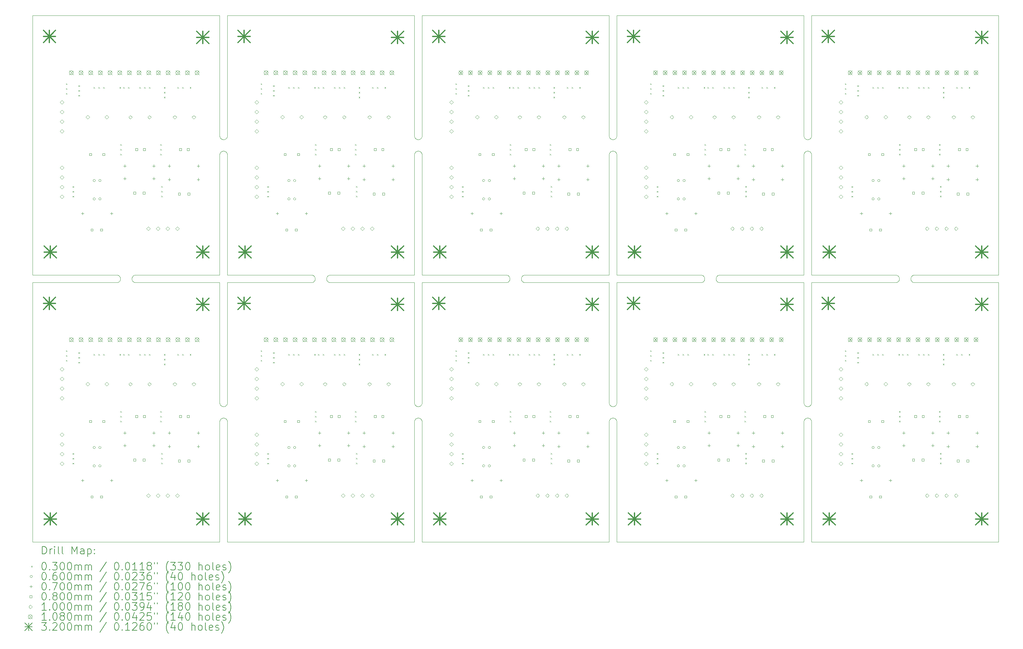
<source format=gbr>
%TF.GenerationSoftware,KiCad,Pcbnew,7.0.11*%
%TF.CreationDate,2024-10-20T12:39:13+07:00*%
%TF.ProjectId,V3,56332e6b-6963-4616-945f-706362585858,rev?*%
%TF.SameCoordinates,Original*%
%TF.FileFunction,Drillmap*%
%TF.FilePolarity,Positive*%
%FSLAX45Y45*%
G04 Gerber Fmt 4.5, Leading zero omitted, Abs format (unit mm)*
G04 Created by KiCad (PCBNEW 7.0.11) date 2024-10-20 12:39:13*
%MOMM*%
%LPD*%
G01*
G04 APERTURE LIST*
%ADD10C,0.100000*%
%ADD11C,0.200000*%
%ADD12C,0.108000*%
%ADD13C,0.320000*%
G04 APERTURE END LIST*
D10*
X12356726Y-12588426D02*
X12360439Y-12591629D01*
X7275448Y-5626150D02*
X7276756Y-5630876D01*
X17336010Y-12595010D02*
X17339561Y-12591629D01*
X9966910Y-9008580D02*
X9962126Y-9007506D01*
X12360439Y-5229371D02*
X12356726Y-5232574D01*
X19813500Y-8910401D02*
X19813500Y-8910599D01*
X22612645Y-5193580D02*
X22610658Y-5198063D01*
X12367371Y-12598561D02*
X12370574Y-12602274D01*
X9886500Y-8910401D02*
X9886620Y-8905498D01*
X9486599Y-8810500D02*
X9491502Y-8810620D01*
X9576909Y-8867687D02*
X9578896Y-8872170D01*
X17363937Y-5245659D02*
X17359557Y-5243454D01*
X22618330Y-5635660D02*
X22619169Y-5640492D01*
X19760693Y-8822296D02*
X19764959Y-8824713D01*
X25271398Y-8827336D02*
X25275541Y-8824713D01*
X12293349Y-12565750D02*
X12298252Y-12565870D01*
X14600099Y-9010500D02*
X12394477Y-9010500D01*
X17372995Y-12571590D02*
X17377651Y-12570052D01*
X17329426Y-12602274D02*
X17332629Y-12598561D01*
X15044398Y-8827336D02*
X15048541Y-8824713D01*
X14680340Y-8850890D02*
X14683164Y-8854899D01*
X17466360Y-12246090D02*
X17462351Y-12248914D01*
X17506750Y-9011727D02*
X17506750Y-12165849D01*
X22619169Y-5640492D02*
X22619769Y-5645358D01*
X20116494Y-8934874D02*
X20115420Y-8930090D01*
X12246057Y-12577546D02*
X12250437Y-12575341D01*
X7277830Y-12185339D02*
X7276756Y-12190124D01*
X17406849Y-5255250D02*
X17406651Y-5255250D01*
X9515599Y-8814802D02*
X9520255Y-8816340D01*
X12202841Y-5198063D02*
X12200854Y-5193580D01*
X9943687Y-9000909D02*
X9939307Y-8998704D01*
X12193731Y-12175642D02*
X12193370Y-12170752D01*
X4382892Y-8810981D02*
X4387758Y-8811581D01*
X9580660Y-8944255D02*
X9578896Y-8948830D01*
X17470226Y-12243074D02*
X17466360Y-12246090D01*
X17311052Y-12636650D02*
X17312590Y-12631995D01*
X7250490Y-12236490D02*
X7246939Y-12239871D01*
X22579860Y-5235590D02*
X22575851Y-5238414D01*
X17318546Y-12212942D02*
X17316341Y-12208563D01*
X22491150Y-12570052D02*
X22495876Y-12568744D01*
X15001919Y-8930090D02*
X15001081Y-8925258D01*
X9586019Y-8900608D02*
X9586380Y-8905498D01*
X20146311Y-8984621D02*
X20142760Y-8981240D01*
X7081669Y-5174840D02*
X7080831Y-5170008D01*
X12293151Y-5555250D02*
X12293349Y-5555250D01*
X4863108Y-9010019D02*
X4858242Y-9009419D01*
X4463409Y-8867687D02*
X4465396Y-8872170D01*
X17314354Y-5193580D02*
X17312590Y-5189005D01*
X12393277Y-9010625D02*
X12393250Y-9011725D01*
X22515248Y-5555370D02*
X22520151Y-5555250D01*
X19773110Y-8830160D02*
X19776976Y-8833176D01*
X17307831Y-5640492D02*
X17308670Y-5635660D01*
X22567442Y-5567046D02*
X22571709Y-5569463D01*
X22420731Y-12655858D02*
X22421331Y-12650992D01*
X7120140Y-5235590D02*
X7116274Y-5232574D01*
X7279750Y-5155349D02*
X7279630Y-5160252D01*
X4467160Y-8876745D02*
X4468698Y-8881401D01*
X12233640Y-5235590D02*
X12229774Y-5232574D01*
X19787621Y-8843311D02*
X19790824Y-8847024D01*
X24882601Y-8993664D02*
X24878459Y-8996287D01*
X12392769Y-5645358D02*
X12393130Y-5650248D01*
X14683164Y-8966101D02*
X14680340Y-8970110D01*
X4843901Y-9006198D02*
X4839245Y-9004660D01*
X12237648Y-5572086D02*
X12241791Y-5569463D01*
X7280977Y-8810500D02*
X9486599Y-8810500D01*
X9952745Y-9004660D02*
X9948170Y-9002896D01*
X25312242Y-9009419D02*
X25307410Y-9008580D01*
X22442926Y-12229226D02*
X22439909Y-12225360D01*
X9515599Y-9006198D02*
X9510874Y-9007506D01*
X7079750Y-12665651D02*
X7079870Y-12660748D01*
X17494954Y-5608057D02*
X17497159Y-5612437D01*
X4461204Y-8957693D02*
X4458787Y-8961959D01*
X19747255Y-8816340D02*
X19751830Y-8818104D01*
X19793840Y-8850890D02*
X19796664Y-8854899D01*
X22437086Y-12221351D02*
X22434463Y-12217209D01*
X15040390Y-8830160D02*
X15044398Y-8827336D01*
X17306870Y-12660748D02*
X17307231Y-12655858D01*
X7174748Y-12565870D02*
X7179651Y-12565750D01*
X12391330Y-5174840D02*
X12390256Y-5179624D01*
X17500910Y-5189005D02*
X17499146Y-5193580D01*
X9935041Y-8824713D02*
X9939307Y-8822296D01*
X12205046Y-12618557D02*
X12207463Y-12614291D01*
X4458787Y-8961959D02*
X4456164Y-8966101D01*
X19813380Y-8915502D02*
X19813019Y-8920392D01*
X14694160Y-8944255D02*
X14692395Y-8948830D01*
X17466360Y-12585409D02*
X17470226Y-12588426D01*
X24841758Y-9009419D02*
X24836892Y-9010019D01*
X7194508Y-5556331D02*
X7199339Y-5557170D01*
X14695698Y-8939599D02*
X14694160Y-8944255D01*
X7089341Y-12622937D02*
X7091546Y-12618557D01*
X22421331Y-12650992D02*
X22422169Y-12646160D01*
X7174748Y-5255130D02*
X7169858Y-5254769D01*
X17458209Y-5241037D02*
X17453943Y-5243454D01*
X2166250Y-15819775D02*
X2166277Y-15820875D01*
X19813380Y-8905498D02*
X19813500Y-8910401D01*
X22620250Y-9011727D02*
X22620250Y-12165849D01*
X7109010Y-12236490D02*
X7105629Y-12232939D01*
X17449563Y-5245659D02*
X17445080Y-5247646D01*
X22619769Y-12175642D02*
X22619169Y-12180508D01*
X17312590Y-12199505D02*
X17311052Y-12194849D01*
X7184752Y-5255130D02*
X7179849Y-5255250D01*
X9506090Y-8812420D02*
X9510874Y-8813494D01*
X22594371Y-5222439D02*
X22590990Y-5225990D01*
X4839245Y-9004660D02*
X4834670Y-9002896D01*
X7235351Y-5572086D02*
X7239360Y-5574910D01*
X20125296Y-8957693D02*
X20123091Y-8953313D01*
X7213505Y-12571590D02*
X7218080Y-12573354D01*
X4424459Y-8824713D02*
X4428601Y-8827336D01*
X12254920Y-5247646D02*
X12250437Y-5245659D01*
X22594371Y-12232939D02*
X22590990Y-12236490D01*
X4432610Y-8830160D02*
X4436476Y-8833176D01*
X24860755Y-8816340D02*
X24865330Y-8818104D01*
X25259811Y-8836379D02*
X25263524Y-8833176D01*
X12200854Y-12627420D02*
X12202841Y-12622937D01*
X22420223Y-8810375D02*
X22420250Y-8809275D01*
X17477490Y-12595010D02*
X17480871Y-12598561D01*
X9582198Y-8881401D02*
X9583506Y-8886126D01*
X4440189Y-8836379D02*
X4443740Y-8839760D01*
X4775994Y-8934874D02*
X4774920Y-8930090D01*
X12387410Y-12199505D02*
X12385645Y-12204080D01*
X22453061Y-12591629D02*
X22456774Y-12588426D01*
X12293151Y-12565750D02*
X12293349Y-12565750D01*
X14698080Y-8930090D02*
X14697006Y-8934874D01*
X9948170Y-9002896D02*
X9943687Y-9000909D01*
X12197552Y-12636650D02*
X12199090Y-12631995D01*
X7089341Y-5198063D02*
X7087354Y-5193580D01*
X17316341Y-12208563D02*
X17314354Y-12204080D01*
X15004302Y-8939599D02*
X15002994Y-8934874D01*
X22420370Y-5160252D02*
X22420250Y-5155349D01*
X12373590Y-12225360D02*
X12370574Y-12229226D01*
X2166250Y-9011727D02*
X2166250Y-15819773D01*
X7079625Y-2000027D02*
X7078525Y-2000000D01*
X7246939Y-12239871D02*
X7243226Y-12243074D01*
X12226061Y-5229371D02*
X12222510Y-5225990D01*
X25228081Y-8925258D02*
X25227481Y-8920392D01*
X17308670Y-5635660D02*
X17309744Y-5630876D01*
X14697006Y-8934874D02*
X14695698Y-8939599D01*
X22608454Y-12212942D02*
X22606037Y-12217209D01*
X12193731Y-5645358D02*
X12194331Y-5640492D01*
X9886981Y-8920392D02*
X9886620Y-8915502D01*
X17506269Y-12655858D02*
X17506630Y-12660748D01*
X22437086Y-5210851D02*
X22434463Y-5206709D01*
X7141420Y-12573354D02*
X7145995Y-12571590D01*
X4853410Y-9008580D02*
X4848626Y-9007506D01*
X7087354Y-5193580D02*
X7085590Y-5189005D01*
X22477437Y-12575341D02*
X22481920Y-12573354D01*
X12331580Y-5562854D02*
X12336063Y-5564841D01*
X22510358Y-12566231D02*
X22515248Y-12565870D01*
X25228919Y-8930090D02*
X25228081Y-8925258D01*
X12283358Y-12566231D02*
X12288248Y-12565870D01*
X17336010Y-5584510D02*
X17339561Y-5581129D01*
X17449563Y-5564841D02*
X17453943Y-5567046D01*
X17502448Y-5184349D02*
X17500910Y-5189005D01*
X12288248Y-5255130D02*
X12283358Y-5254769D01*
X22608454Y-5608057D02*
X22610658Y-5612437D01*
X12192023Y-9010500D02*
X9986401Y-9010500D01*
X4805811Y-8836379D02*
X4809524Y-8833176D01*
X7085590Y-12199505D02*
X7084052Y-12194849D01*
X7084052Y-12636650D02*
X7085590Y-12631995D01*
X22520349Y-5255250D02*
X22520151Y-5255250D01*
X27532523Y-9010500D02*
X25326901Y-9010500D01*
X22468791Y-5241037D02*
X22464648Y-5238414D01*
X7279750Y-9011727D02*
X7279750Y-12165849D01*
X12322349Y-12570052D02*
X12327005Y-12571590D01*
X12317624Y-12568744D02*
X12322349Y-12570052D01*
X4471919Y-8895742D02*
X4472519Y-8900608D01*
X24904324Y-8973976D02*
X24901121Y-8977689D01*
X7079870Y-5160252D02*
X7079750Y-5155349D01*
X4382892Y-9010019D02*
X4378002Y-9010380D01*
X22535008Y-5556331D02*
X22539839Y-5557170D01*
X22432046Y-12212942D02*
X22429841Y-12208563D01*
X17382376Y-5558244D02*
X17387160Y-5557170D01*
X17377651Y-12261448D02*
X17372995Y-12259910D01*
X4467160Y-8944255D02*
X4465396Y-8948830D01*
X4471080Y-8930090D02*
X4470006Y-8934874D01*
X7253871Y-5222439D02*
X7250490Y-5225990D01*
X22535008Y-12264669D02*
X22530142Y-12265269D01*
X22481920Y-5562854D02*
X22486495Y-5561090D01*
X12193223Y-15820875D02*
X12193250Y-15819775D01*
X14638330Y-9002896D02*
X14633755Y-9004660D01*
X7275448Y-12636650D02*
X7276756Y-12641376D01*
X7218080Y-12573354D02*
X7222563Y-12575341D01*
X22421331Y-12180508D02*
X22420731Y-12175642D01*
X17306750Y-9011725D02*
X17306723Y-9010625D01*
X22603414Y-5599648D02*
X22606037Y-5603791D01*
X7087354Y-12204080D02*
X7085590Y-12199505D01*
X17406651Y-12265750D02*
X17401748Y-12265630D01*
X22486495Y-5561090D02*
X22491150Y-5559552D01*
X17406651Y-5255250D02*
X17401748Y-5255130D01*
X7084052Y-5626150D02*
X7085590Y-5621495D01*
X25267390Y-8990840D02*
X25263524Y-8987824D01*
X7239360Y-5574910D02*
X7243226Y-5577926D01*
X25238796Y-8957693D02*
X25236591Y-8953313D01*
X12264150Y-12570052D02*
X12268876Y-12568744D01*
X17462351Y-12248914D02*
X17458209Y-12251537D01*
X17449563Y-12256158D02*
X17445080Y-12258145D01*
X22420250Y-9011725D02*
X22420223Y-9010625D01*
X17351149Y-5238414D02*
X17347140Y-5235590D01*
X17336010Y-12236490D02*
X17332629Y-12232939D01*
X4780604Y-8872170D02*
X4782591Y-8867687D01*
X9580660Y-8876745D02*
X9582198Y-8881401D01*
X4447121Y-8977689D02*
X4443740Y-8981240D01*
X12278492Y-12264669D02*
X12273660Y-12263830D01*
X4863108Y-8810981D02*
X4867998Y-8810620D01*
X25307410Y-8812420D02*
X25312242Y-8811581D01*
X17421508Y-12264669D02*
X17416642Y-12265269D01*
X22434463Y-5206709D02*
X22432046Y-5202443D01*
X4470006Y-8886126D02*
X4471080Y-8890910D01*
X7120140Y-12246090D02*
X7116274Y-12243074D01*
X7239360Y-12246090D02*
X7235351Y-12248914D01*
X12379037Y-12217209D02*
X12376414Y-12221351D01*
X7273910Y-12631995D02*
X7275448Y-12636650D01*
X22446129Y-12232939D02*
X22442926Y-12229226D01*
X24907340Y-8850890D02*
X24910164Y-8854899D01*
X25297900Y-8814802D02*
X25302626Y-8813494D01*
X22590990Y-12236490D02*
X22587439Y-12239871D01*
X17406849Y-5555250D02*
X17411752Y-5555370D01*
X17426340Y-5253330D02*
X17421508Y-5254169D01*
X20175170Y-8818104D02*
X20179745Y-8816340D01*
X7099409Y-12225360D02*
X7096586Y-12221351D01*
X22549349Y-5559552D02*
X22554005Y-5561090D01*
X17339561Y-5581129D02*
X17343274Y-5577926D01*
X9948170Y-8818104D02*
X9952745Y-8816340D01*
X12202841Y-12208563D02*
X12200854Y-12204080D01*
X7218080Y-5247646D02*
X7213505Y-5249410D01*
X17480871Y-12232939D02*
X17477490Y-12236490D01*
X17489914Y-12221351D02*
X17487090Y-12225360D01*
X17502448Y-12636650D02*
X17503756Y-12641376D01*
X15066245Y-8816340D02*
X15070900Y-8814802D01*
X7239360Y-12585409D02*
X7243226Y-12588426D01*
X12268876Y-5252256D02*
X12264150Y-5250948D01*
X9557240Y-8981240D02*
X9553689Y-8984621D01*
X12379037Y-12614291D02*
X12381454Y-12618557D01*
X7099409Y-12606140D02*
X7102426Y-12602274D01*
X7145995Y-12259910D02*
X7141420Y-12258145D01*
X24922698Y-8881401D02*
X24924006Y-8886126D01*
X4867998Y-8810620D02*
X4872901Y-8810500D01*
X4472519Y-8920392D02*
X4471919Y-8925258D01*
X27533625Y-2000027D02*
X27532525Y-2000000D01*
X12393250Y-12665651D02*
X12393250Y-15819773D01*
X17421508Y-5556331D02*
X17426340Y-5557170D01*
X12205046Y-5202443D02*
X12202841Y-5198063D01*
X12215926Y-12229226D02*
X12212909Y-12225360D01*
X25263524Y-8987824D02*
X25259811Y-8984621D01*
X15000120Y-8915502D02*
X15000000Y-8910599D01*
X22427854Y-5616920D02*
X22429841Y-5612437D01*
X15000481Y-8900608D02*
X15001081Y-8895742D01*
X9892340Y-8944255D02*
X9890802Y-8939599D01*
X17326410Y-5595640D02*
X17329426Y-5591774D01*
X12207463Y-5603791D02*
X12210086Y-5599648D01*
X7141420Y-5247646D02*
X7136937Y-5245659D01*
X27532525Y-8810500D02*
X27533625Y-8810473D01*
X12312839Y-12263830D02*
X12308008Y-12264669D01*
X12215926Y-12602274D02*
X12219129Y-12598561D01*
X12194331Y-5640492D02*
X12195169Y-5635660D01*
X17494954Y-12618557D02*
X17497159Y-12622937D01*
X4782591Y-8867687D02*
X4784796Y-8863307D01*
X15032811Y-8984621D02*
X15029260Y-8981240D01*
X17500910Y-12199505D02*
X17499146Y-12204080D01*
X7080231Y-5645358D02*
X7080831Y-5640492D01*
X22583726Y-12588426D02*
X22587439Y-12591629D01*
X24894189Y-8984621D02*
X24890476Y-8987824D01*
X22423244Y-5179624D02*
X22422169Y-5174840D01*
X17492537Y-12614291D02*
X17494954Y-12618557D01*
X9923024Y-8987824D02*
X9919311Y-8984621D01*
X7132557Y-12253954D02*
X7128291Y-12251537D01*
X17372995Y-5561090D02*
X17377651Y-5559552D01*
X17401748Y-5255130D02*
X17396858Y-5254769D01*
X19807660Y-8876745D02*
X19809198Y-8881401D01*
X12312839Y-5253330D02*
X12308008Y-5254169D01*
X12237648Y-12582586D02*
X12241791Y-12579963D01*
X7243226Y-5577926D02*
X7246939Y-5581129D01*
X22449510Y-12595010D02*
X22453061Y-12591629D01*
X25275541Y-8824713D02*
X25279807Y-8822296D01*
X17368420Y-5247646D02*
X17363937Y-5245659D01*
X22453061Y-12239871D02*
X22449510Y-12236490D01*
X7208849Y-12570052D02*
X7213505Y-12571590D01*
X22420125Y-2000027D02*
X22419025Y-2000000D01*
X12199090Y-12631995D02*
X12200854Y-12627420D01*
X15014213Y-8859041D02*
X15016836Y-8854899D01*
X25284187Y-8820091D02*
X25288670Y-8818104D01*
X12356726Y-12243074D02*
X12352860Y-12246090D01*
X22563063Y-5564841D02*
X22567442Y-5567046D01*
X17507975Y-9010500D02*
X17506875Y-9010527D01*
X15002994Y-8934874D02*
X15001919Y-8930090D01*
X22610658Y-12622937D02*
X22612645Y-12627420D01*
X17506777Y-9010625D02*
X17506750Y-9011725D01*
X22477437Y-5245659D02*
X22473057Y-5243454D01*
X17332629Y-12598561D02*
X17336010Y-12595010D01*
X22608454Y-5202443D02*
X22606037Y-5206709D01*
X7082744Y-5179624D02*
X7081669Y-5174840D01*
X19718502Y-8810620D02*
X19723392Y-8810981D01*
X17497159Y-12622937D02*
X17499146Y-12627420D01*
X22549349Y-12261448D02*
X22544624Y-12262756D01*
X20127713Y-8859041D02*
X20130336Y-8854899D01*
X17323586Y-12610148D02*
X17326410Y-12606140D01*
X25256260Y-8839760D02*
X25259811Y-8836379D01*
X4458787Y-8859041D02*
X4461204Y-8863307D01*
X7208849Y-12261448D02*
X7204124Y-12262756D01*
X17307231Y-5165142D02*
X17306870Y-5160252D01*
X9886500Y-8910599D02*
X9886500Y-8910401D01*
X22520349Y-5555250D02*
X22525252Y-5555370D01*
X9542101Y-8993664D02*
X9537959Y-8996287D01*
X12344709Y-5241037D02*
X12340442Y-5243454D01*
X7243226Y-12243074D02*
X7239360Y-12246090D01*
X12196244Y-5179624D02*
X12195169Y-5174840D01*
X7272145Y-5193580D02*
X7270158Y-5198063D01*
X12202841Y-12622937D02*
X12205046Y-12618557D01*
X12348851Y-5572086D02*
X12352860Y-5574910D01*
X22525252Y-5255130D02*
X22520349Y-5255250D01*
X22446129Y-5222439D02*
X22442926Y-5218726D01*
X22453061Y-5581129D02*
X22456774Y-5577926D01*
X4872901Y-9010500D02*
X4867998Y-9010380D01*
X22515248Y-12565870D02*
X22520151Y-12565750D01*
X22442926Y-5218726D02*
X22439909Y-5214860D01*
X7279750Y-5655151D02*
X7279750Y-8809273D01*
X17503756Y-5179624D02*
X17502448Y-5184349D01*
X15044398Y-8993664D02*
X15040390Y-8990840D01*
X2166250Y-8809275D02*
X2166277Y-8810375D01*
X17320963Y-12614291D02*
X17323586Y-12610148D01*
X24832002Y-9010380D02*
X24827099Y-9010500D01*
X12233640Y-12585409D02*
X12237648Y-12582586D01*
X9569664Y-8966101D02*
X9566840Y-8970110D01*
X25321998Y-8810620D02*
X25326901Y-8810500D01*
X25231302Y-8881401D02*
X25232840Y-8876745D01*
X24926880Y-8915502D02*
X24926519Y-8920392D01*
X9886620Y-8905498D02*
X9886981Y-8900608D01*
X12367371Y-12232939D02*
X12363990Y-12236490D01*
X7078523Y-2000000D02*
X2167477Y-2000000D01*
X22491150Y-5250948D02*
X22486495Y-5249410D01*
X19813019Y-8900608D02*
X19813380Y-8905498D01*
X12379037Y-5603791D02*
X12381454Y-5608057D01*
X4843901Y-8814802D02*
X4848626Y-8813494D01*
X22460640Y-12585409D02*
X22464648Y-12582586D01*
X12226061Y-12591629D02*
X12229774Y-12588426D01*
X25288670Y-9002896D02*
X25284187Y-9000909D01*
X7102426Y-5591774D02*
X7105629Y-5588061D01*
X19801704Y-8957693D02*
X19799287Y-8961959D01*
X9888420Y-8890910D02*
X9889494Y-8886126D01*
X4443740Y-8839760D02*
X4447121Y-8843311D01*
X17494954Y-5202443D02*
X17492537Y-5206709D01*
X7194508Y-5254169D02*
X7189642Y-5254769D01*
X22426090Y-12199505D02*
X22424552Y-12194849D01*
X7082744Y-5630876D02*
X7084052Y-5626150D01*
X14699519Y-8900608D02*
X14699880Y-8905498D01*
X9896091Y-8953313D02*
X9894104Y-8948830D01*
X12392169Y-5640492D02*
X12392769Y-5645358D01*
X24927000Y-8910401D02*
X24927000Y-8910599D01*
X20133160Y-8970110D02*
X20130336Y-8966101D01*
X25227000Y-8910599D02*
X25227000Y-8910401D01*
X14690408Y-8867687D02*
X14692395Y-8872170D01*
X17497159Y-5612437D02*
X17499146Y-5616920D01*
X17347140Y-12246090D02*
X17343274Y-12243074D01*
X7278669Y-12650992D02*
X7279269Y-12655858D01*
X20142760Y-8981240D02*
X20139379Y-8977689D01*
X9971742Y-8811581D02*
X9976608Y-8810981D01*
X9583506Y-8886126D02*
X9584580Y-8890910D01*
X9962126Y-9007506D02*
X9957401Y-9006198D01*
X12205046Y-5608057D02*
X12207463Y-5603791D01*
X25228919Y-8890910D02*
X25229994Y-8886126D01*
X17387160Y-12263830D02*
X17382376Y-12262756D01*
X9976608Y-9010019D02*
X9971742Y-9009419D01*
X22620250Y-15819775D02*
X22620277Y-15820875D01*
X9923024Y-8833176D02*
X9926890Y-8830160D01*
X4465396Y-8872170D02*
X4467160Y-8876745D01*
X9563824Y-8973976D02*
X9560621Y-8977689D01*
X17305523Y-2000000D02*
X12394477Y-2000000D01*
X20142760Y-8839760D02*
X20146311Y-8836379D01*
X4432610Y-8990840D02*
X4428601Y-8993664D01*
X22587439Y-5229371D02*
X22583726Y-5232574D01*
X4774081Y-8895742D02*
X4774920Y-8890910D01*
X12352860Y-12585409D02*
X12356726Y-12588426D01*
X12383658Y-12622937D02*
X12385645Y-12627420D01*
X17462351Y-5238414D02*
X17458209Y-5241037D01*
X7150650Y-12570052D02*
X7155376Y-12568744D01*
X12283358Y-5555731D02*
X12288248Y-5555370D01*
X14699880Y-8915502D02*
X14699519Y-8920392D01*
X4450324Y-8847024D02*
X4453340Y-8850890D01*
X12250437Y-5245659D02*
X12246057Y-5243454D01*
X24846589Y-8812420D02*
X24851374Y-8813494D01*
X4813390Y-8990840D02*
X4809524Y-8987824D01*
X24827099Y-9010500D02*
X22621477Y-9010500D01*
X22500660Y-12567669D02*
X22505492Y-12566831D01*
X15032811Y-8836379D02*
X15036524Y-8833176D01*
X17484074Y-5218726D02*
X17480871Y-5222439D01*
X7250490Y-5225990D02*
X7246939Y-5229371D01*
X22621475Y-9010500D02*
X22620374Y-9010527D01*
X22426090Y-12631995D02*
X22427854Y-12627420D01*
X22505492Y-12566831D02*
X22510358Y-12566231D01*
X12356726Y-5577926D02*
X12360439Y-5581129D01*
X4774920Y-8890910D02*
X4775994Y-8886126D01*
X14655601Y-8827336D02*
X14659610Y-8830160D01*
X14667189Y-8984621D02*
X14663476Y-8987824D01*
X12392769Y-12655858D02*
X12393130Y-12660748D01*
X22603414Y-12610148D02*
X22606037Y-12614291D01*
X4817399Y-8993664D02*
X4813390Y-8990840D01*
X17401748Y-12565870D02*
X17406651Y-12565750D01*
X17502448Y-12194849D02*
X17500910Y-12199505D01*
X4773120Y-8915502D02*
X4773000Y-8910599D01*
X9506090Y-9008580D02*
X9501258Y-9009419D01*
X7235351Y-12582586D02*
X7239360Y-12585409D01*
X17309744Y-5630876D02*
X17311052Y-5626150D01*
X22486495Y-5249410D02*
X22481920Y-5247646D01*
X12393250Y-8809275D02*
X12393277Y-8810375D01*
X7218080Y-12258145D02*
X7213505Y-12259910D01*
X4387758Y-8811581D02*
X4392590Y-8812420D01*
X24878459Y-8824713D02*
X24882601Y-8827336D01*
X7277830Y-12646160D02*
X7278669Y-12650992D01*
X7184752Y-12565870D02*
X7189642Y-12566231D01*
X17306750Y-8809273D02*
X17306750Y-5655151D01*
X9943687Y-8820091D02*
X9948170Y-8818104D01*
X7174748Y-12265630D02*
X7169858Y-12265269D01*
X17440505Y-5561090D02*
X17445080Y-5562854D01*
X22575851Y-12248914D02*
X22571709Y-12251537D01*
X19713599Y-9010500D02*
X17507977Y-9010500D01*
X24841758Y-8811581D02*
X24846589Y-8812420D01*
X20162041Y-8996287D02*
X20157899Y-8993664D01*
X2167477Y-8810500D02*
X4373099Y-8810500D01*
X22439909Y-12606140D02*
X22442926Y-12602274D01*
X12229774Y-12243074D02*
X12226061Y-12239871D01*
X12393277Y-2000124D02*
X12393250Y-2001225D01*
X9560621Y-8843311D02*
X9563824Y-8847024D01*
X12200854Y-5193580D02*
X12199090Y-5189005D01*
X7278669Y-5640492D02*
X7279269Y-5645358D01*
X14619589Y-8812420D02*
X14624374Y-8813494D01*
X7279269Y-12175642D02*
X7278669Y-12180508D01*
X22468791Y-5569463D02*
X22473057Y-5567046D01*
X25243836Y-8854899D02*
X25246659Y-8850890D01*
X4468698Y-8881401D02*
X4470006Y-8886126D01*
X22549349Y-12570052D02*
X22554005Y-12571590D01*
X7112561Y-12239871D02*
X7109010Y-12236490D01*
X7096586Y-12610148D02*
X7099409Y-12606140D01*
X12376414Y-12610148D02*
X12379037Y-12614291D01*
X22597574Y-5591774D02*
X22600590Y-5595640D01*
X14624374Y-8813494D02*
X14629099Y-8814802D01*
X17440505Y-5249410D02*
X17435849Y-5250948D01*
X12259495Y-5561090D02*
X12264150Y-5559552D01*
X22610658Y-12208563D02*
X22608454Y-12212942D01*
X9566840Y-8970110D02*
X9563824Y-8973976D01*
X17506750Y-2001227D02*
X17506750Y-5155349D01*
X7213505Y-12259910D02*
X7208849Y-12261448D01*
X22446129Y-12598561D02*
X22449510Y-12595010D01*
X9887581Y-8895742D02*
X9888420Y-8890910D01*
X7272145Y-12627420D02*
X7273910Y-12631995D01*
X15075626Y-9007506D02*
X15070900Y-9006198D01*
X19769101Y-8993664D02*
X19764959Y-8996287D01*
X12322349Y-5559552D02*
X12327005Y-5561090D01*
X17309744Y-5179624D02*
X17308670Y-5174840D01*
X19799287Y-8961959D02*
X19796664Y-8966101D01*
X7091546Y-5202443D02*
X7089341Y-5198063D01*
X22464648Y-12582586D02*
X22468791Y-12579963D01*
X9569664Y-8854899D02*
X9572287Y-8859041D01*
X20119340Y-8876745D02*
X20121104Y-8872170D01*
X17453943Y-5243454D02*
X17449563Y-5245659D01*
X17477490Y-12236490D02*
X17473939Y-12239871D01*
X17426340Y-12567669D02*
X17431124Y-12568744D01*
X7096586Y-5210851D02*
X7093963Y-5206709D01*
X9553689Y-8984621D02*
X9549976Y-8987824D01*
X22477437Y-12256158D02*
X22473057Y-12253954D01*
X17307231Y-12175642D02*
X17306870Y-12170752D01*
X22539839Y-12567669D02*
X22544624Y-12568744D01*
X19807660Y-8944255D02*
X19805896Y-8948830D01*
X4397374Y-8813494D02*
X4402099Y-8814802D01*
X7270158Y-12208563D02*
X7267954Y-12212942D01*
X12363990Y-5584510D02*
X12367371Y-5588061D01*
X25284187Y-9000909D02*
X25279807Y-8998704D01*
X12393250Y-5155349D02*
X12393130Y-5160252D01*
X9557240Y-8839760D02*
X9560621Y-8843311D01*
X17435849Y-12570052D02*
X17440505Y-12571590D01*
X9524830Y-9002896D02*
X9520255Y-9004660D01*
X12327005Y-5249410D02*
X12322349Y-5250948D01*
X12273660Y-5557170D02*
X12278492Y-5556331D01*
X17311052Y-12194849D02*
X17309744Y-12190124D01*
X22579860Y-5574910D02*
X22583726Y-5577926D01*
X17306750Y-5655151D02*
X17306870Y-5650248D01*
X17406849Y-12565750D02*
X17411752Y-12565870D01*
X19780689Y-8836379D02*
X19784240Y-8839760D01*
X12317624Y-5558244D02*
X12322349Y-5559552D01*
X14690408Y-8953313D02*
X14688204Y-8957693D01*
X9586380Y-8905498D02*
X9586500Y-8910401D01*
X12303142Y-5254769D02*
X12298252Y-5255130D01*
X14659610Y-8990840D02*
X14655601Y-8993664D01*
X4774081Y-8925258D02*
X4773481Y-8920392D01*
X4795676Y-8973976D02*
X4792660Y-8970110D01*
X9919311Y-8836379D02*
X9923024Y-8833176D01*
X17305525Y-8810500D02*
X17306625Y-8810473D01*
X7124148Y-12582586D02*
X7128291Y-12579963D01*
X12327005Y-12571590D02*
X12331580Y-12573354D01*
X9529313Y-8820091D02*
X9533693Y-8822296D01*
X22554005Y-12259910D02*
X22549349Y-12261448D01*
X7160160Y-12567669D02*
X7164992Y-12566831D01*
X22510358Y-5254769D02*
X22505492Y-5254169D01*
X17470226Y-5577926D02*
X17473939Y-5581129D01*
X19723392Y-8810981D02*
X19728258Y-8811581D01*
X7081669Y-12185339D02*
X7080831Y-12180508D01*
X12194331Y-12180508D02*
X12193731Y-12175642D01*
X14694160Y-8876745D02*
X14695698Y-8881401D01*
X22464648Y-5572086D02*
X22468791Y-5569463D01*
X4834670Y-9002896D02*
X4830187Y-9000909D01*
X7102426Y-12602274D02*
X7105629Y-12598561D01*
X9584580Y-8890910D02*
X9585419Y-8895742D01*
X12264150Y-5559552D02*
X12268876Y-5558244D01*
X22614410Y-12631995D02*
X22615948Y-12636650D01*
X17406651Y-5555250D02*
X17406849Y-5555250D01*
X9894104Y-8948830D02*
X9892340Y-8944255D01*
X25241213Y-8961959D02*
X25238796Y-8957693D01*
X22594371Y-5588061D02*
X22597574Y-5591774D01*
X15036524Y-8833176D02*
X15040390Y-8830160D01*
X12373590Y-12606140D02*
X12376414Y-12610148D01*
X15002994Y-8886126D02*
X15004302Y-8881401D01*
X20198742Y-8811581D02*
X20203608Y-8810981D01*
X15005840Y-8944255D02*
X15004302Y-8939599D01*
X12303142Y-12265269D02*
X12298252Y-12265630D01*
X7120140Y-5574910D02*
X7124148Y-5572086D01*
X12356726Y-5232574D02*
X12352860Y-5235590D01*
X9939307Y-8822296D02*
X9943687Y-8820091D01*
X17343274Y-12243074D02*
X17339561Y-12239871D01*
X7253871Y-12598561D02*
X7257074Y-12602274D01*
X14670740Y-8839760D02*
X14674121Y-8843311D01*
X12254920Y-12258145D02*
X12250437Y-12256158D01*
X20113981Y-8920392D02*
X20113620Y-8915502D01*
X17506630Y-12660748D02*
X17506750Y-12665651D01*
X4848626Y-9007506D02*
X4843901Y-9006198D01*
X12193250Y-8809273D02*
X12193250Y-5655151D01*
X22620250Y-2001227D02*
X22620250Y-5155349D01*
X7273910Y-5621495D02*
X7275448Y-5626150D01*
X9566840Y-8850890D02*
X9569664Y-8854899D01*
X4802260Y-8839760D02*
X4805811Y-8836379D01*
X9583506Y-8934874D02*
X9582198Y-8939599D01*
X4402099Y-8814802D02*
X4406755Y-8816340D01*
X9915760Y-8839760D02*
X9919311Y-8836379D01*
X19809198Y-8939599D02*
X19807660Y-8944255D01*
X12229774Y-12588426D02*
X12233640Y-12585409D01*
X17326410Y-12606140D02*
X17329426Y-12602274D01*
X20179745Y-8816340D02*
X20184401Y-8814802D01*
X22491150Y-5559552D02*
X22495876Y-5558244D01*
X24910164Y-8966101D02*
X24907340Y-8970110D01*
X22421331Y-5170008D02*
X22420731Y-5165142D01*
X15019659Y-8850890D02*
X15022676Y-8847024D01*
X12390256Y-12190124D02*
X12388948Y-12194849D01*
X4397374Y-9007506D02*
X4392590Y-9008580D01*
X4424459Y-8996287D02*
X4420193Y-8998704D01*
X7078525Y-8810500D02*
X7079625Y-8810473D01*
X7109010Y-5584510D02*
X7112561Y-5581129D01*
X12381454Y-5608057D02*
X12383658Y-5612437D01*
X17359557Y-12253954D02*
X17355291Y-12251537D01*
X17494954Y-12212942D02*
X17492537Y-12217209D01*
X24894189Y-8836379D02*
X24897740Y-8839760D01*
X15016836Y-8854899D02*
X15019659Y-8850890D01*
X22579860Y-12585409D02*
X22583726Y-12588426D01*
X9549976Y-8833176D02*
X9553689Y-8836379D01*
X19776976Y-8833176D02*
X19780689Y-8836379D01*
X25326901Y-8810500D02*
X27532523Y-8810500D01*
X24925080Y-8890910D02*
X24925919Y-8895742D01*
X17306750Y-12665651D02*
X17306870Y-12660748D01*
X17416642Y-5254769D02*
X17411752Y-5255130D01*
X17406651Y-12565750D02*
X17406849Y-12565750D01*
X4473000Y-8910599D02*
X4472880Y-8915502D01*
X12241791Y-5241037D02*
X12237648Y-5238414D01*
X17453943Y-5567046D02*
X17458209Y-5569463D01*
X12393130Y-5160252D02*
X12392769Y-5165142D01*
X12392769Y-12175642D02*
X12392169Y-12180508D01*
X7189642Y-12566231D02*
X7194508Y-12566831D01*
X7150650Y-12261448D02*
X7145995Y-12259910D01*
X17314354Y-5616920D02*
X17316341Y-5612437D01*
X7226942Y-5567046D02*
X7231209Y-5569463D01*
X14677324Y-8847024D02*
X14680340Y-8850890D01*
X20157899Y-8993664D02*
X20153890Y-8990840D01*
X4813390Y-8830160D02*
X4817399Y-8827336D01*
X12352860Y-5235590D02*
X12348851Y-5238414D01*
X22505492Y-5254169D02*
X22500660Y-5253330D01*
X15007604Y-8872170D02*
X15009591Y-8867687D01*
X7145995Y-5249410D02*
X7141420Y-5247646D01*
X9915760Y-8981240D02*
X9912379Y-8977689D01*
X17506750Y-12665651D02*
X17506750Y-15819773D01*
X9889494Y-8934874D02*
X9888420Y-8930090D01*
X7189642Y-5254769D02*
X7184752Y-5255130D01*
X20113981Y-8900608D02*
X20114581Y-8895742D01*
X7270158Y-5198063D02*
X7267954Y-5202443D01*
X17445080Y-12258145D02*
X17440505Y-12259910D01*
X15005840Y-8876745D02*
X15007604Y-8872170D01*
X17440505Y-12571590D02*
X17445080Y-12573354D01*
X9888420Y-8930090D02*
X9887581Y-8925258D01*
X15094998Y-8810620D02*
X15099901Y-8810500D01*
X20189126Y-8813494D02*
X20193910Y-8812420D01*
X17506750Y-15819775D02*
X17506777Y-15820875D01*
X22481920Y-12573354D02*
X22486495Y-12571590D01*
X19796664Y-8966101D02*
X19793840Y-8970110D01*
X19728258Y-9009419D02*
X19723392Y-9010019D01*
X24832002Y-8810620D02*
X24836892Y-8810981D01*
X25326901Y-9010500D02*
X25321998Y-9010380D01*
X22460640Y-5574910D02*
X22464648Y-5572086D01*
X20136176Y-8847024D02*
X20139379Y-8843311D01*
X4830187Y-9000909D02*
X4825807Y-8998704D01*
X14692395Y-8948830D02*
X14690408Y-8953313D01*
X7089341Y-12208563D02*
X7087354Y-12204080D01*
X24919395Y-8948830D02*
X24917408Y-8953313D01*
X17506630Y-5650248D02*
X17506750Y-5655151D01*
X12192025Y-15821000D02*
X12193125Y-15820973D01*
X12268876Y-12568744D02*
X12273660Y-12567669D01*
X24869813Y-8820091D02*
X24874192Y-8822296D01*
X7246939Y-5229371D02*
X7243226Y-5232574D01*
X17355291Y-12579963D02*
X17359557Y-12577546D01*
X7080231Y-12175642D02*
X7079870Y-12170752D01*
X17307831Y-12180508D02*
X17307231Y-12175642D01*
X22571709Y-12579963D02*
X22575851Y-12582586D01*
X9986401Y-8810500D02*
X12192023Y-8810500D01*
X9560621Y-8977689D02*
X9557240Y-8981240D01*
X22617256Y-12190124D02*
X22615948Y-12194849D01*
X22571709Y-5241037D02*
X22567442Y-5243454D01*
X17368420Y-12258145D02*
X17363937Y-12256158D01*
X12379037Y-5206709D02*
X12376414Y-5210851D01*
X12278492Y-5254169D02*
X12273660Y-5253330D01*
X7246939Y-5581129D02*
X7250490Y-5584510D01*
X25293245Y-8816340D02*
X25297900Y-8814802D01*
X9574704Y-8863307D02*
X9576909Y-8867687D01*
X14619589Y-9008580D02*
X14614758Y-9009419D01*
X22600590Y-12225360D02*
X22597574Y-12229226D01*
X17382376Y-12262756D02*
X17377651Y-12261448D01*
X7277830Y-5635660D02*
X7278669Y-5640492D01*
X9553689Y-8836379D02*
X9557240Y-8839760D01*
X22603414Y-5210851D02*
X22600590Y-5214860D01*
X12308008Y-12264669D02*
X12303142Y-12265269D01*
X7279874Y-8810473D02*
X7280975Y-8810500D01*
X22515248Y-12265630D02*
X22510358Y-12265269D01*
X14633755Y-9004660D02*
X14629099Y-9006198D01*
X22437086Y-12610148D02*
X22439909Y-12606140D01*
X20114581Y-8895742D02*
X20115420Y-8890910D01*
X7189642Y-12265269D02*
X7184752Y-12265630D01*
X22621477Y-15821000D02*
X27532523Y-15821000D01*
X19811580Y-8890910D02*
X19812419Y-8895742D01*
X7204124Y-12568744D02*
X7208849Y-12570052D01*
X7279750Y-2001227D02*
X7279750Y-5155349D01*
X14692395Y-8872170D02*
X14694160Y-8876745D01*
X17396858Y-12566231D02*
X17401748Y-12565870D01*
X12193250Y-5155349D02*
X12193250Y-2001227D01*
X17473939Y-12239871D02*
X17470226Y-12243074D01*
X9578896Y-8948830D02*
X9576909Y-8953313D01*
X12344709Y-12251537D02*
X12340442Y-12253954D01*
X4420193Y-8998704D02*
X4415813Y-9000909D01*
X12259495Y-12571590D02*
X12264150Y-12570052D01*
X22610658Y-5198063D02*
X22608454Y-5202443D01*
X7277830Y-5174840D02*
X7276756Y-5179624D01*
X19799287Y-8859041D02*
X19801704Y-8863307D01*
X7257074Y-5591774D02*
X7260090Y-5595640D01*
X22620374Y-15820973D02*
X22621475Y-15821000D01*
X4373099Y-9010500D02*
X2167477Y-9010500D01*
X12283358Y-12265269D02*
X12278492Y-12264669D01*
X12288248Y-12265630D02*
X12283358Y-12265269D01*
X24921160Y-8944255D02*
X24919395Y-8948830D01*
X22530142Y-12265269D02*
X22525252Y-12265630D01*
X22468791Y-12579963D02*
X22473057Y-12577546D01*
X15000481Y-8920392D02*
X15000120Y-8915502D01*
X12219129Y-5588061D02*
X12222510Y-5584510D01*
X7102426Y-5218726D02*
X7099409Y-5214860D01*
X12340442Y-12253954D02*
X12336063Y-12256158D01*
X19723392Y-9010019D02*
X19718502Y-9010380D01*
X17391992Y-12264669D02*
X17387160Y-12263830D01*
X4415813Y-8820091D02*
X4420193Y-8822296D01*
X17487090Y-5214860D02*
X17484074Y-5218726D01*
X22620130Y-5160252D02*
X22619769Y-5165142D01*
X17440505Y-12259910D02*
X17435849Y-12261448D01*
X25236591Y-8953313D02*
X25234604Y-8948830D01*
X20213401Y-9010500D02*
X20208498Y-9010380D01*
X7081669Y-5635660D02*
X7082744Y-5630876D01*
X22473057Y-12253954D02*
X22468791Y-12251537D01*
X24865330Y-9002896D02*
X24860755Y-9004660D01*
X7079750Y-9011725D02*
X7079723Y-9010625D01*
X15057187Y-9000909D02*
X15052807Y-8998704D01*
X17306870Y-5650248D02*
X17307231Y-5645358D01*
X7279777Y-2000124D02*
X7279750Y-2001225D01*
X22530142Y-5254769D02*
X22525252Y-5255130D01*
X22612645Y-12204080D02*
X22610658Y-12208563D01*
X17355291Y-12251537D02*
X17351149Y-12248914D01*
X25293245Y-9004660D02*
X25288670Y-9002896D01*
X15080410Y-9008580D02*
X15075626Y-9007506D01*
X17504830Y-5174840D02*
X17503756Y-5179624D01*
X7155376Y-12568744D02*
X7160160Y-12567669D01*
X12293151Y-5255250D02*
X12288248Y-5255130D01*
X12393374Y-15820973D02*
X12394475Y-15821000D01*
X9981498Y-9010380D02*
X9976608Y-9010019D01*
X4784796Y-8863307D02*
X4787213Y-8859041D01*
X9900713Y-8961959D02*
X9898296Y-8957693D01*
X12233640Y-12246090D02*
X12229774Y-12243074D01*
X22535008Y-5254169D02*
X22530142Y-5254769D01*
X7087354Y-12627420D02*
X7089341Y-12622937D01*
X22575851Y-12582586D02*
X22579860Y-12585409D01*
X12308008Y-12566831D02*
X12312839Y-12567669D01*
X17421508Y-12566831D02*
X17426340Y-12567669D01*
X17401748Y-12265630D02*
X17396858Y-12265269D01*
X2166375Y-8810473D02*
X2167475Y-8810500D01*
X4428601Y-8827336D02*
X4432610Y-8830160D01*
X12202841Y-5612437D02*
X12205046Y-5608057D01*
X12387410Y-12631995D02*
X12388948Y-12636650D01*
X25246659Y-8970110D02*
X25243836Y-8966101D01*
X4392590Y-9008580D02*
X4387758Y-9009419D01*
X7132557Y-5567046D02*
X7136937Y-5564841D01*
X9962126Y-8813494D02*
X9966910Y-8812420D01*
X9889494Y-8886126D02*
X9890802Y-8881401D01*
X22597574Y-12602274D02*
X22600590Y-12606140D01*
X7204124Y-5558244D02*
X7208849Y-5559552D01*
X20213401Y-8810500D02*
X22419023Y-8810500D01*
X25246659Y-8850890D02*
X25249676Y-8847024D01*
X17500910Y-12631995D02*
X17502448Y-12636650D01*
X17431124Y-12568744D02*
X17435849Y-12570052D01*
X7222563Y-12575341D02*
X7226942Y-12577546D01*
X22420370Y-12660748D02*
X22420731Y-12655858D01*
X12293349Y-5255250D02*
X12293151Y-5255250D01*
X4456164Y-8966101D02*
X4453340Y-8970110D01*
X9524830Y-8818104D02*
X9529313Y-8820091D01*
X20150024Y-8833176D02*
X20153890Y-8830160D01*
X12193370Y-12170752D02*
X12193250Y-12165849D01*
X12193250Y-5655151D02*
X12193370Y-5650248D01*
X20150024Y-8987824D02*
X20146311Y-8984621D01*
X24836892Y-9010019D02*
X24832002Y-9010380D01*
X22456774Y-5232574D02*
X22453061Y-5229371D01*
X17506750Y-5655151D02*
X17506750Y-8809273D01*
X14605002Y-9010380D02*
X14600099Y-9010500D01*
X7105629Y-5588061D02*
X7109010Y-5584510D01*
X20153890Y-8990840D02*
X20150024Y-8987824D01*
X7116274Y-12588426D02*
X7120140Y-12585409D01*
X17406849Y-12265750D02*
X17406651Y-12265750D01*
X7213505Y-5561090D02*
X7218080Y-5562854D01*
X7160160Y-5557170D02*
X7164992Y-5556331D01*
X17339561Y-12591629D02*
X17343274Y-12588426D01*
X7273910Y-5189005D02*
X7272145Y-5193580D01*
X17506875Y-8810473D02*
X17507975Y-8810500D01*
X12195169Y-5635660D02*
X12196244Y-5630876D01*
X12312839Y-12567669D02*
X12317624Y-12568744D01*
X22615948Y-12194849D02*
X22614410Y-12199505D01*
X17382376Y-5252256D02*
X17377651Y-5250948D01*
X22617256Y-12641376D02*
X22618330Y-12646160D01*
X15061670Y-8818104D02*
X15066245Y-8816340D01*
X25241213Y-8859041D02*
X25243836Y-8854899D01*
X22530142Y-12566231D02*
X22535008Y-12566831D01*
X7231209Y-5241037D02*
X7226942Y-5243454D01*
X27532525Y-15821000D02*
X27533625Y-15820973D01*
X25312242Y-8811581D02*
X25317108Y-8810981D01*
X12219129Y-5222439D02*
X12215926Y-5218726D01*
X4792660Y-8850890D02*
X4795676Y-8847024D01*
X7262914Y-5210851D02*
X7260090Y-5214860D01*
X7085590Y-5189005D02*
X7084052Y-5184349D01*
X12197552Y-5184349D02*
X12196244Y-5179624D01*
X17435849Y-5250948D02*
X17431124Y-5252256D01*
X7080831Y-12180508D02*
X7080231Y-12175642D01*
X12278492Y-5556331D02*
X12283358Y-5555731D01*
X4802260Y-8981240D02*
X4798879Y-8977689D01*
X22620277Y-2000124D02*
X22620250Y-2001225D01*
X12298252Y-5555370D02*
X12303142Y-5555731D01*
X7199339Y-12567669D02*
X7204124Y-12568744D01*
X24851374Y-9007506D02*
X24846589Y-9008580D01*
X22427854Y-12204080D02*
X22426090Y-12199505D01*
X24926880Y-8905498D02*
X24927000Y-8910401D01*
X19811580Y-8930090D02*
X19810506Y-8934874D01*
X7096586Y-12221351D02*
X7093963Y-12217209D01*
X22558580Y-12573354D02*
X22563063Y-12575341D01*
X12340442Y-5243454D02*
X12336063Y-5245659D01*
X17487090Y-12606140D02*
X17489914Y-12610148D01*
X7279630Y-12660748D02*
X7279750Y-12665651D01*
X22571709Y-12251537D02*
X22567442Y-12253954D01*
X12237648Y-5238414D02*
X12233640Y-5235590D01*
X14670740Y-8981240D02*
X14667189Y-8984621D01*
X22583726Y-5232574D02*
X22579860Y-5235590D01*
X7160160Y-12263830D02*
X7155376Y-12262756D01*
X25267390Y-8830160D02*
X25271398Y-8827336D01*
X7091546Y-12618557D02*
X7093963Y-12614291D01*
X22473057Y-12577546D02*
X22477437Y-12575341D01*
X7078525Y-15821000D02*
X7079625Y-15820973D01*
X14624374Y-9007506D02*
X14619589Y-9008580D01*
X22420731Y-12175642D02*
X22420370Y-12170752D01*
X7079870Y-12170752D02*
X7079750Y-12165849D01*
X22590990Y-5225990D02*
X22587439Y-5229371D01*
X9533693Y-8822296D02*
X9537959Y-8824713D01*
X7267954Y-5608057D02*
X7270158Y-5612437D01*
X19728258Y-8811581D02*
X19733090Y-8812420D01*
X22434463Y-5603791D02*
X22437086Y-5599648D01*
X20113500Y-8910599D02*
X20113500Y-8910401D01*
X17329426Y-5591774D02*
X17332629Y-5588061D01*
X7132557Y-12577546D02*
X7136937Y-12575341D01*
X17480871Y-12598561D02*
X17484074Y-12602274D01*
X17316341Y-5612437D02*
X17318546Y-5608057D01*
X17320963Y-12217209D02*
X17318546Y-12212942D01*
X7079750Y-2001225D02*
X7079723Y-2000124D01*
X4853410Y-8812420D02*
X4858242Y-8811581D01*
X24836892Y-8810981D02*
X24841758Y-8811581D01*
X12336063Y-12256158D02*
X12331580Y-12258145D01*
X7150650Y-5559552D02*
X7155376Y-5558244D01*
X15048541Y-8996287D02*
X15044398Y-8993664D01*
X17309744Y-12190124D02*
X17308670Y-12185339D01*
X7279269Y-5165142D02*
X7278669Y-5170008D01*
X22439909Y-5214860D02*
X22437086Y-5210851D01*
X22600590Y-12606140D02*
X22603414Y-12610148D01*
X25236591Y-8867687D02*
X25238796Y-8863307D01*
X20166307Y-8822296D02*
X20170687Y-8820091D01*
X9491502Y-8810620D02*
X9496392Y-8810981D01*
X12352860Y-12246090D02*
X12348851Y-12248914D01*
X4436476Y-8833176D02*
X4440189Y-8836379D01*
X12298252Y-12265630D02*
X12293349Y-12265750D01*
X24907340Y-8970110D02*
X24904324Y-8973976D01*
X12278492Y-12566831D02*
X12283358Y-12566231D01*
X7145995Y-12571590D02*
X7150650Y-12570052D01*
X22468791Y-12251537D02*
X22464648Y-12248914D01*
X9585419Y-8925258D02*
X9584580Y-8930090D01*
X12192025Y-8810500D02*
X12193125Y-8810473D01*
X7128291Y-12251537D02*
X7124148Y-12248914D01*
X17306625Y-9010527D02*
X17305525Y-9010500D01*
X7124148Y-5238414D02*
X7120140Y-5235590D01*
X25288670Y-8818104D02*
X25293245Y-8816340D01*
X24924006Y-8886126D02*
X24925080Y-8890910D01*
X7218080Y-5562854D02*
X7222563Y-5564841D01*
X20113620Y-8915502D02*
X20113500Y-8910599D01*
X19809198Y-8881401D02*
X19810506Y-8886126D01*
X17347140Y-12585409D02*
X17351149Y-12582586D01*
X12193370Y-5160252D02*
X12193250Y-5155349D01*
X7145995Y-5561090D02*
X7150650Y-5559552D01*
X15001081Y-8895742D02*
X15001919Y-8890910D01*
X7275448Y-5184349D02*
X7273910Y-5189005D01*
X12336063Y-5245659D02*
X12331580Y-5247646D01*
X24869813Y-9000909D02*
X24865330Y-9002896D01*
X15019659Y-8970110D02*
X15016836Y-8966101D01*
X22571709Y-5569463D02*
X22575851Y-5572086D01*
X9520255Y-8816340D02*
X9524830Y-8818104D01*
X7089341Y-5612437D02*
X7091546Y-5608057D01*
X17466360Y-5235590D02*
X17462351Y-5238414D01*
X12212909Y-5214860D02*
X12210086Y-5210851D01*
X22420125Y-9010527D02*
X22419025Y-9010500D01*
X17387160Y-5253330D02*
X17382376Y-5252256D01*
X22453061Y-5229371D02*
X22449510Y-5225990D01*
X14699880Y-8905498D02*
X14700000Y-8910401D01*
X22423244Y-12641376D02*
X22424552Y-12636650D01*
X7128291Y-5241037D02*
X7124148Y-5238414D01*
X22615948Y-12636650D02*
X22617256Y-12641376D01*
X7260090Y-5214860D02*
X7257074Y-5218726D01*
X19751830Y-8818104D02*
X19756313Y-8820091D01*
X4387758Y-9009419D02*
X4382892Y-9010019D01*
X9486599Y-9010500D02*
X7280977Y-9010500D01*
X17458209Y-12251537D02*
X17453943Y-12253954D01*
X22420250Y-8809273D02*
X22420250Y-5655151D01*
X17505669Y-12650992D02*
X17506269Y-12655858D01*
X17359557Y-5567046D02*
X17363937Y-5564841D01*
X22539839Y-5253330D02*
X22535008Y-5254169D01*
X7276756Y-12641376D02*
X7277830Y-12646160D01*
X9912379Y-8977689D02*
X9909176Y-8973976D01*
X17343274Y-12588426D02*
X17347140Y-12585409D01*
X4780604Y-8948830D02*
X4778840Y-8944255D01*
X14633755Y-8816340D02*
X14638330Y-8818104D01*
X9930899Y-8993664D02*
X9926890Y-8990840D01*
X12352860Y-5574910D02*
X12356726Y-5577926D01*
X12293349Y-5555250D02*
X12298252Y-5555370D01*
X9586500Y-8910599D02*
X9586380Y-8915502D01*
X7105629Y-5222439D02*
X7102426Y-5218726D01*
X20184401Y-9006198D02*
X20179745Y-9004660D01*
X25302626Y-9007506D02*
X25297900Y-9006198D01*
X22449510Y-5584510D02*
X22453061Y-5581129D01*
X17332629Y-5222439D02*
X17329426Y-5218726D01*
X17507977Y-8810500D02*
X19713599Y-8810500D01*
X17314354Y-12627420D02*
X17316341Y-12622937D01*
X25234604Y-8948830D02*
X25232840Y-8944255D01*
X17312590Y-5189005D02*
X17311052Y-5184349D01*
X24919395Y-8872170D02*
X24921160Y-8876745D01*
X4447121Y-8843311D02*
X4450324Y-8847024D01*
X14642813Y-8820091D02*
X14647192Y-8822296D01*
X17506750Y-12165849D02*
X17506630Y-12170752D01*
X12199090Y-5189005D02*
X12197552Y-5184349D01*
X17473939Y-12591629D02*
X17477490Y-12595010D01*
X9890802Y-8939599D02*
X9889494Y-8934874D01*
X4798879Y-8977689D02*
X4795676Y-8973976D01*
X12388948Y-12636650D02*
X12390256Y-12641376D01*
X7279630Y-12170752D02*
X7279269Y-12175642D01*
X2166250Y-2001227D02*
X2166250Y-8809273D01*
X9900713Y-8859041D02*
X9903336Y-8854899D01*
X12254920Y-5562854D02*
X12259495Y-5561090D01*
X17458209Y-12579963D02*
X17462351Y-12582586D01*
X17314354Y-12204080D02*
X17312590Y-12199505D01*
X7105629Y-12598561D02*
X7109010Y-12595010D01*
X12317624Y-12262756D02*
X12312839Y-12263830D01*
X12222510Y-12236490D02*
X12219129Y-12232939D01*
X22544624Y-5558244D02*
X22549349Y-5559552D01*
X22456774Y-12243074D02*
X22453061Y-12239871D01*
X7280975Y-9010500D02*
X7279874Y-9010527D01*
X24901121Y-8977689D02*
X24897740Y-8981240D01*
X17343274Y-5577926D02*
X17347140Y-5574910D01*
X14629099Y-8814802D02*
X14633755Y-8816340D01*
X17332629Y-12232939D02*
X17329426Y-12229226D01*
X12283358Y-5254769D02*
X12278492Y-5254169D01*
X12392169Y-5170008D02*
X12391330Y-5174840D01*
X19812419Y-8925258D02*
X19811580Y-8930090D01*
X24915204Y-8863307D02*
X24917408Y-8867687D01*
X12383658Y-12208563D02*
X12381454Y-12212942D01*
X24910164Y-8854899D02*
X24912787Y-8859041D01*
X15009591Y-8953313D02*
X15007604Y-8948830D01*
X17323586Y-12221351D02*
X17320963Y-12217209D01*
X25252879Y-8977689D02*
X25249676Y-8973976D01*
X22449510Y-12236490D02*
X22446129Y-12232939D01*
X12246057Y-5567046D02*
X12250437Y-5564841D01*
X17497159Y-5198063D02*
X17494954Y-5202443D01*
X14667189Y-8836379D02*
X14670740Y-8839760D01*
X22620374Y-8810473D02*
X22621475Y-8810500D01*
X25229994Y-8886126D02*
X25231302Y-8881401D01*
X19812419Y-8895742D02*
X19813019Y-8900608D01*
X17416642Y-12566231D02*
X17421508Y-12566831D01*
X17368420Y-5562854D02*
X17372995Y-5561090D01*
X4472880Y-8905498D02*
X4473000Y-8910401D01*
X24926519Y-8900608D02*
X24926880Y-8905498D01*
X22544624Y-12568744D02*
X22549349Y-12570052D01*
X20123091Y-8953313D02*
X20121104Y-8948830D01*
X12390256Y-5179624D02*
X12388948Y-5184349D01*
X15070900Y-9006198D02*
X15066245Y-9004660D01*
X7109010Y-5225990D02*
X7105629Y-5222439D01*
X22420250Y-12165849D02*
X22420250Y-9011727D01*
X20184401Y-8814802D02*
X20189126Y-8813494D01*
X14629099Y-9006198D02*
X14624374Y-9007506D01*
X7087354Y-5616920D02*
X7089341Y-5612437D01*
X19805896Y-8872170D02*
X19807660Y-8876745D01*
X14663476Y-8833176D02*
X14667189Y-8836379D01*
X22620250Y-12165849D02*
X22620130Y-12170752D01*
X7155376Y-12262756D02*
X7150650Y-12261448D01*
X17401748Y-5555370D02*
X17406651Y-5555250D01*
X22429841Y-5198063D02*
X22427854Y-5193580D01*
X12363990Y-12595010D02*
X12367371Y-12598561D01*
X4773120Y-8905498D02*
X4773481Y-8900608D01*
X12222510Y-12595010D02*
X12226061Y-12591629D01*
X7253871Y-5588061D02*
X7257074Y-5591774D01*
X4473000Y-8910401D02*
X4473000Y-8910599D01*
X12273660Y-12263830D02*
X12268876Y-12262756D01*
X20130336Y-8966101D02*
X20127713Y-8961959D01*
X12222510Y-5225990D02*
X12219129Y-5222439D01*
X17320963Y-5206709D02*
X17318546Y-5202443D01*
X25279807Y-8822296D02*
X25284187Y-8820091D01*
X7279750Y-12665651D02*
X7279750Y-15819773D01*
X12393250Y-9011727D02*
X12393250Y-12165849D01*
X17396858Y-5254769D02*
X17391992Y-5254169D01*
X9510874Y-8813494D02*
X9515599Y-8814802D01*
X9912379Y-8843311D02*
X9915760Y-8839760D01*
X17421508Y-5254169D02*
X17416642Y-5254769D01*
X12394475Y-2000000D02*
X12393374Y-2000027D01*
X12391330Y-12646160D02*
X12392169Y-12650992D01*
X12215926Y-5218726D02*
X12212909Y-5214860D01*
X22424552Y-12194849D02*
X22423244Y-12190124D01*
X17306750Y-5155349D02*
X17306750Y-2001227D01*
X24926519Y-8920392D02*
X24925919Y-8925258D01*
X12383658Y-5198063D02*
X12381454Y-5202443D01*
X20179745Y-9004660D02*
X20175170Y-9002896D01*
X7262914Y-5599648D02*
X7265537Y-5603791D01*
X12387410Y-5621495D02*
X12388948Y-5626150D01*
X14614758Y-8811581D02*
X14619589Y-8812420D01*
X7079870Y-12660748D02*
X7080231Y-12655858D01*
X22619169Y-12180508D02*
X22618330Y-12185339D01*
X12205046Y-12212942D02*
X12202841Y-12208563D01*
X7184752Y-5555370D02*
X7189642Y-5555731D01*
X7079750Y-8809273D02*
X7079750Y-5655151D01*
X19784240Y-8981240D02*
X19780689Y-8984621D01*
X22575851Y-5238414D02*
X22571709Y-5241037D01*
X22567442Y-5243454D02*
X22563063Y-5245659D01*
X4789836Y-8966101D02*
X4787213Y-8961959D01*
X7267954Y-5202443D02*
X7265537Y-5206709D01*
X27532523Y-2000000D02*
X22621477Y-2000000D01*
X17473939Y-5581129D02*
X17477490Y-5584510D01*
X7179651Y-5555250D02*
X7179849Y-5555250D01*
X20114581Y-8925258D02*
X20113981Y-8920392D01*
X12391330Y-12185339D02*
X12390256Y-12190124D01*
X17504830Y-12646160D02*
X17505669Y-12650992D01*
X9886981Y-8900608D02*
X9887581Y-8895742D01*
X9906160Y-8850890D02*
X9909176Y-8847024D01*
X22587439Y-5581129D02*
X22590990Y-5584510D01*
X24922698Y-8939599D02*
X24921160Y-8944255D01*
X17372995Y-12259910D02*
X17368420Y-12258145D01*
X22495876Y-12568744D02*
X22500660Y-12567669D01*
X22420731Y-5645358D02*
X22421331Y-5640492D01*
X12385645Y-12627420D02*
X12387410Y-12631995D01*
X7079723Y-15820875D02*
X7079750Y-15819775D01*
X9890802Y-8881401D02*
X9892340Y-8876745D01*
X12393250Y-12165849D02*
X12393130Y-12170752D01*
X22434463Y-12217209D02*
X22432046Y-12212942D01*
X24878459Y-8996287D02*
X24874192Y-8998704D01*
X24921160Y-8876745D02*
X24922698Y-8881401D01*
X12250437Y-12575341D02*
X12254920Y-12573354D01*
X7226942Y-12577546D02*
X7231209Y-12579963D01*
X25229994Y-8934874D02*
X25228919Y-8930090D01*
X19742599Y-9006198D02*
X19737874Y-9007506D01*
X17435849Y-5559552D02*
X17440505Y-5561090D01*
X19747255Y-9004660D02*
X19742599Y-9006198D01*
X17445080Y-5562854D02*
X17449563Y-5564841D01*
X20170687Y-9000909D02*
X20166307Y-8998704D01*
X7199339Y-5557170D02*
X7204124Y-5558244D01*
X9578896Y-8872170D02*
X9580660Y-8876745D01*
X20208498Y-8810620D02*
X20213401Y-8810500D01*
X17411752Y-12265630D02*
X17406849Y-12265750D01*
X17458209Y-5569463D02*
X17462351Y-5572086D01*
X12193731Y-12655858D02*
X12194331Y-12650992D01*
X19790824Y-8847024D02*
X19793840Y-8850890D01*
X25243836Y-8966101D02*
X25241213Y-8961959D01*
X17306750Y-15819773D02*
X17306750Y-12665651D01*
X20203608Y-8810981D02*
X20208498Y-8810620D01*
X27533723Y-15820875D02*
X27533750Y-15819775D01*
X12370574Y-12602274D02*
X12373590Y-12606140D01*
X7150650Y-5250948D02*
X7145995Y-5249410D01*
X17462351Y-5572086D02*
X17466360Y-5574910D01*
X25232840Y-8944255D02*
X25231302Y-8939599D01*
X17462351Y-12582586D02*
X17466360Y-12585409D01*
X22587439Y-12591629D02*
X22590990Y-12595010D01*
X24897740Y-8839760D02*
X24901121Y-8843311D01*
X24860755Y-9004660D02*
X24856099Y-9006198D01*
X15029260Y-8981240D02*
X15025879Y-8977689D01*
X22500660Y-5557170D02*
X22505492Y-5556331D01*
X12193370Y-12660748D02*
X12193731Y-12655858D01*
X22421331Y-5640492D02*
X22422169Y-5635660D01*
X20139379Y-8977689D02*
X20136176Y-8973976D01*
X7189642Y-5555731D02*
X7194508Y-5556331D01*
X17308670Y-12185339D02*
X17307831Y-12180508D01*
X22427854Y-12627420D02*
X22429841Y-12622937D01*
X4378002Y-9010380D02*
X4373099Y-9010500D01*
X9906160Y-8970110D02*
X9903336Y-8966101D01*
X17506269Y-5165142D02*
X17505669Y-5170008D01*
X9976608Y-8810981D02*
X9981498Y-8810620D01*
X7253871Y-12232939D02*
X7250490Y-12236490D01*
X19773110Y-8990840D02*
X19769101Y-8993664D01*
X14659610Y-8830160D02*
X14663476Y-8833176D01*
X7278669Y-5170008D02*
X7277830Y-5174840D01*
X19793840Y-8970110D02*
X19790824Y-8973976D01*
X12199090Y-5621495D02*
X12200854Y-5616920D01*
X15022676Y-8847024D02*
X15025879Y-8843311D01*
X9510874Y-9007506D02*
X9506090Y-9008580D01*
X22505492Y-5556331D02*
X22510358Y-5555731D01*
X17503756Y-12190124D02*
X17502448Y-12194849D01*
X7239360Y-5235590D02*
X7235351Y-5238414D01*
X25238796Y-8863307D02*
X25241213Y-8859041D01*
X19787621Y-8977689D02*
X19784240Y-8981240D01*
X12393130Y-5650248D02*
X12393250Y-5655151D01*
X22597574Y-5218726D02*
X22594371Y-5222439D01*
X7081669Y-12646160D02*
X7082744Y-12641376D01*
X17473939Y-5229371D02*
X17470226Y-5232574D01*
X22544624Y-12262756D02*
X22539839Y-12263830D01*
X4787213Y-8961959D02*
X4784796Y-8957693D01*
X7099409Y-5214860D02*
X7096586Y-5210851D01*
X7096586Y-5599648D02*
X7099409Y-5595640D01*
X4392590Y-8812420D02*
X4397374Y-8813494D01*
X12210086Y-5210851D02*
X12207463Y-5206709D01*
X4411330Y-9002896D02*
X4406755Y-9004660D01*
X12193731Y-5165142D02*
X12193370Y-5160252D01*
X17391992Y-5556331D02*
X17396858Y-5555731D01*
X4774920Y-8930090D02*
X4774081Y-8925258D01*
X20113620Y-8905498D02*
X20113981Y-8900608D01*
X4858242Y-8811581D02*
X4863108Y-8810981D01*
X20162041Y-8824713D02*
X20166307Y-8822296D01*
X22600590Y-5214860D02*
X22597574Y-5218726D01*
X25279807Y-8998704D02*
X25275541Y-8996287D01*
X25263524Y-8833176D02*
X25267390Y-8830160D01*
X24856099Y-8814802D02*
X24860755Y-8816340D01*
X22460640Y-12246090D02*
X22456774Y-12243074D01*
X17435849Y-12261448D02*
X17431124Y-12262756D01*
X7079870Y-5650248D02*
X7080231Y-5645358D01*
X22429841Y-12208563D02*
X22427854Y-12204080D01*
X12360439Y-5581129D02*
X12363990Y-5584510D01*
X12298252Y-5255130D02*
X12293349Y-5255250D01*
X15025879Y-8843311D02*
X15029260Y-8839760D01*
X17506269Y-5645358D02*
X17506630Y-5650248D01*
X17453943Y-12577546D02*
X17458209Y-12579963D01*
X22558580Y-5562854D02*
X22563063Y-5564841D01*
X15099901Y-9010500D02*
X15094998Y-9010380D01*
X22603414Y-12221351D02*
X22600590Y-12225360D01*
X17347140Y-5574910D02*
X17351149Y-5572086D01*
X27533625Y-9010527D02*
X27532525Y-9010500D01*
X22620250Y-5655151D02*
X22620250Y-8809273D01*
X7141420Y-5562854D02*
X7145995Y-5561090D01*
X12197552Y-5626150D02*
X12199090Y-5621495D01*
X4453340Y-8850890D02*
X4456164Y-8854899D01*
X20113500Y-8910401D02*
X20113620Y-8905498D01*
X15066245Y-9004660D02*
X15061670Y-9002896D01*
X19810506Y-8886126D02*
X19811580Y-8890910D01*
X12246057Y-5243454D02*
X12241791Y-5241037D01*
X12348851Y-12582586D02*
X12352860Y-12585409D01*
X17445080Y-12573354D02*
X17449563Y-12575341D01*
X17311052Y-5626150D02*
X17312590Y-5621495D01*
X14609892Y-8810981D02*
X14614758Y-8811581D01*
X14674121Y-8977689D02*
X14670740Y-8981240D01*
X4834670Y-8818104D02*
X4839245Y-8816340D01*
X22419025Y-15821000D02*
X22420125Y-15820973D01*
X7250490Y-12595010D02*
X7253871Y-12598561D01*
X7112561Y-5581129D02*
X7116274Y-5577926D01*
X25297900Y-9006198D02*
X25293245Y-9004660D01*
X7199339Y-5253330D02*
X7194508Y-5254169D01*
X19756313Y-8820091D02*
X19760693Y-8822296D01*
X17497159Y-12208563D02*
X17494954Y-12212942D01*
X27533750Y-2001225D02*
X27533723Y-2000124D01*
X9966910Y-8812420D02*
X9971742Y-8811581D01*
X22539839Y-5557170D02*
X22544624Y-5558244D01*
X22486495Y-12259910D02*
X22481920Y-12258145D01*
X14698919Y-8895742D02*
X14699519Y-8900608D01*
X12264150Y-5250948D02*
X12259495Y-5249410D01*
X12370574Y-12229226D02*
X12367371Y-12232939D01*
X12233640Y-5574910D02*
X12237648Y-5572086D01*
X22620250Y-5155349D02*
X22620130Y-5160252D01*
X15007604Y-8948830D02*
X15005840Y-8944255D01*
X20115420Y-8930090D02*
X20114581Y-8925258D01*
X12381454Y-12618557D02*
X12383658Y-12622937D01*
X12383658Y-5612437D02*
X12385645Y-5616920D01*
X7265537Y-12217209D02*
X7262914Y-12221351D01*
X20189126Y-9007506D02*
X20184401Y-9006198D01*
X17323586Y-5599648D02*
X17326410Y-5595640D01*
X17305523Y-9010500D02*
X15099901Y-9010500D01*
X24886610Y-8830160D02*
X24890476Y-8833176D01*
X4411330Y-8818104D02*
X4415813Y-8820091D01*
X7279777Y-9010625D02*
X7279750Y-9011725D01*
X7169858Y-5555731D02*
X7174748Y-5555370D01*
X12226061Y-5581129D02*
X12229774Y-5577926D01*
X12210086Y-12610148D02*
X12212909Y-12606140D01*
X15094998Y-9010380D02*
X15090108Y-9010019D01*
X24874192Y-8998704D02*
X24869813Y-9000909D01*
X7204124Y-5252256D02*
X7199339Y-5253330D01*
X24865330Y-8818104D02*
X24869813Y-8820091D01*
X7257074Y-12602274D02*
X7260090Y-12606140D01*
X9491502Y-9010380D02*
X9486599Y-9010500D01*
X12387410Y-5189005D02*
X12385645Y-5193580D01*
X20175170Y-9002896D02*
X20170687Y-9000909D01*
X20153890Y-8830160D02*
X20157899Y-8827336D01*
X22549349Y-5250948D02*
X22544624Y-5252256D01*
X22563063Y-5245659D02*
X22558580Y-5247646D01*
X14651459Y-8996287D02*
X14647192Y-8998704D01*
X24915204Y-8957693D02*
X24912787Y-8961959D01*
X17318546Y-12618557D02*
X17320963Y-12614291D01*
X12393250Y-2001227D02*
X12393250Y-5155349D01*
X12268876Y-12262756D02*
X12264150Y-12261448D01*
X22525252Y-12565870D02*
X22530142Y-12566231D01*
X22446129Y-5588061D02*
X22449510Y-5584510D01*
X12273660Y-5253330D02*
X12268876Y-5252256D01*
X17489914Y-5599648D02*
X17492537Y-5603791D01*
X17377651Y-5250948D02*
X17372995Y-5249410D01*
X9546110Y-8990840D02*
X9542101Y-8993664D01*
X7179849Y-12565750D02*
X7184752Y-12565870D01*
X22419023Y-9010500D02*
X20213401Y-9010500D01*
X12376414Y-12221351D02*
X12373590Y-12225360D01*
X17347140Y-5235590D02*
X17343274Y-5232574D01*
X20203608Y-9010019D02*
X20198742Y-9009419D01*
X24851374Y-8813494D02*
X24856099Y-8814802D01*
X22439909Y-5595640D02*
X22442926Y-5591774D01*
X20121104Y-8948830D02*
X20119340Y-8944255D01*
X19776976Y-8987824D02*
X19773110Y-8990840D01*
X20166307Y-8998704D02*
X20162041Y-8996287D01*
X25275541Y-8996287D02*
X25271398Y-8993664D01*
X15085242Y-9009419D02*
X15080410Y-9008580D01*
X12363990Y-12236490D02*
X12360439Y-12239871D01*
X12268876Y-5558244D02*
X12273660Y-5557170D01*
X22464648Y-12248914D02*
X22460640Y-12246090D01*
X19733090Y-9008580D02*
X19728258Y-9009419D01*
X7128291Y-12579963D02*
X7132557Y-12577546D01*
X9898296Y-8957693D02*
X9896091Y-8953313D01*
X7164992Y-12264669D02*
X7160160Y-12263830D01*
X22612645Y-12627420D02*
X22614410Y-12631995D01*
X22449510Y-5225990D02*
X22446129Y-5222439D01*
X7199339Y-12263830D02*
X7194508Y-12264669D01*
X17505669Y-5640492D02*
X17506269Y-5645358D01*
X4471919Y-8925258D02*
X4471080Y-8930090D01*
X12196244Y-12641376D02*
X12197552Y-12636650D01*
X22495876Y-5252256D02*
X22491150Y-5250948D01*
X7079723Y-8810375D02*
X7079750Y-8809275D01*
X22515248Y-5255130D02*
X22510358Y-5254769D01*
X22520151Y-5255250D02*
X22515248Y-5255130D01*
X4428601Y-8993664D02*
X4424459Y-8996287D01*
X12344709Y-5569463D02*
X12348851Y-5572086D01*
X22563063Y-12575341D02*
X22567442Y-12577546D01*
X7257074Y-12229226D02*
X7253871Y-12232939D01*
X2167477Y-15821000D02*
X7078523Y-15821000D01*
X12288248Y-5555370D02*
X12293151Y-5555250D01*
X17306625Y-2000027D02*
X17305525Y-2000000D01*
X17445080Y-5247646D02*
X17440505Y-5249410D01*
X12331580Y-12258145D02*
X12327005Y-12259910D01*
X14695698Y-8881401D02*
X14697006Y-8886126D01*
X12367371Y-5222439D02*
X12363990Y-5225990D01*
X9572287Y-8961959D02*
X9569664Y-8966101D01*
X4782591Y-8953313D02*
X4780604Y-8948830D01*
X22615948Y-5626150D02*
X22617256Y-5630876D01*
X12194331Y-12650992D02*
X12195169Y-12646160D01*
X19737874Y-9007506D02*
X19733090Y-9008580D01*
X4378002Y-8810620D02*
X4382892Y-8810981D01*
X7267954Y-12212942D02*
X7265537Y-12217209D01*
X20208498Y-9010380D02*
X20203608Y-9010019D01*
X15057187Y-8820091D02*
X15061670Y-8818104D01*
X22456774Y-5577926D02*
X22460640Y-5574910D01*
X12393130Y-12170752D02*
X12392769Y-12175642D01*
X22590990Y-12595010D02*
X22594371Y-12598561D01*
X17484074Y-12229226D02*
X17480871Y-12232939D01*
X4777302Y-8939599D02*
X4775994Y-8934874D01*
X7169858Y-5254769D02*
X7164992Y-5254169D01*
X24874192Y-8822296D02*
X24878459Y-8824713D01*
X12336063Y-5564841D02*
X12340442Y-5567046D01*
X4443740Y-8981240D02*
X4440189Y-8984621D01*
X22456774Y-12588426D02*
X22460640Y-12585409D01*
X19760693Y-8998704D02*
X19756313Y-9000909D01*
X12363990Y-5225990D02*
X12360439Y-5229371D01*
X24882601Y-8827336D02*
X24886610Y-8830160D01*
X7116274Y-12243074D02*
X7112561Y-12239871D01*
X7260090Y-12606140D02*
X7262914Y-12610148D01*
X7273910Y-12199505D02*
X7272145Y-12204080D01*
X24886610Y-8990840D02*
X24882601Y-8993664D01*
X14685787Y-8859041D02*
X14688204Y-8863307D01*
X12193250Y-12665651D02*
X12193370Y-12660748D01*
X15000000Y-8910401D02*
X15000120Y-8905498D01*
X17391992Y-5254169D02*
X17387160Y-5253330D01*
X17308670Y-5174840D02*
X17307831Y-5170008D01*
X9903336Y-8966101D02*
X9900713Y-8961959D01*
X22437086Y-5599648D02*
X22439909Y-5595640D01*
X7243226Y-5232574D02*
X7239360Y-5235590D01*
X22442926Y-5591774D02*
X22446129Y-5588061D01*
X25227120Y-8905498D02*
X25227481Y-8900608D01*
X22491150Y-12261448D02*
X22486495Y-12259910D01*
X17411752Y-12565870D02*
X17416642Y-12566231D01*
X17396858Y-5555731D02*
X17401748Y-5555370D01*
X17487090Y-5595640D02*
X17489914Y-5599648D01*
X7105629Y-12232939D02*
X7102426Y-12229226D01*
X9549976Y-8987824D02*
X9546110Y-8990840D01*
X4795676Y-8847024D02*
X4798879Y-8843311D01*
X20116494Y-8886126D02*
X20117802Y-8881401D01*
X19769101Y-8827336D02*
X19773110Y-8830160D01*
X24897740Y-8981240D02*
X24894189Y-8984621D01*
X17431124Y-12262756D02*
X17426340Y-12263830D01*
X14655601Y-8993664D02*
X14651459Y-8996287D01*
X7222563Y-12256158D02*
X7218080Y-12258145D01*
X7169858Y-12265269D02*
X7164992Y-12264669D01*
X24925919Y-8925258D02*
X24925080Y-8930090D01*
X4406755Y-8816340D02*
X4411330Y-8818104D01*
X27533750Y-15819773D02*
X27533750Y-9011727D01*
X22583726Y-12243074D02*
X22579860Y-12246090D01*
X7085590Y-5621495D02*
X7087354Y-5616920D01*
X22558580Y-5247646D02*
X22554005Y-5249410D01*
X14605002Y-8810620D02*
X14609892Y-8810981D01*
X19790824Y-8973976D02*
X19787621Y-8977689D01*
X25307410Y-9008580D02*
X25302626Y-9007506D01*
X17359557Y-12577546D02*
X17363937Y-12575341D01*
X22422169Y-5174840D02*
X22421331Y-5170008D01*
X9572287Y-8859041D02*
X9574704Y-8863307D01*
X7093963Y-5206709D02*
X7091546Y-5202443D01*
X9584580Y-8930090D02*
X9583506Y-8934874D01*
X22432046Y-5202443D02*
X22429841Y-5198063D01*
X17307831Y-12650992D02*
X17308670Y-12646160D01*
X4825807Y-8998704D02*
X4821541Y-8996287D01*
X22434463Y-12614291D02*
X22437086Y-12610148D01*
X7243226Y-12588426D02*
X7246939Y-12591629D01*
X17363937Y-12256158D02*
X17359557Y-12253954D01*
X7179849Y-5255250D02*
X7179651Y-5255250D01*
X12193370Y-5650248D02*
X12193731Y-5645358D01*
X17477490Y-5225990D02*
X17473939Y-5229371D01*
X4463409Y-8953313D02*
X4461204Y-8957693D01*
X22420731Y-5165142D02*
X22420370Y-5160252D01*
X17466360Y-5574910D02*
X17470226Y-5577926D01*
X12370574Y-5591774D02*
X12373590Y-5595640D01*
X7116274Y-5577926D02*
X7120140Y-5574910D01*
X12246057Y-12253954D02*
X12241791Y-12251537D01*
X22621477Y-8810500D02*
X24827099Y-8810500D01*
X7124148Y-12248914D02*
X7120140Y-12246090D01*
X4775994Y-8886126D02*
X4777302Y-8881401D01*
X9542101Y-8827336D02*
X9546110Y-8830160D01*
X7272145Y-12204080D02*
X7270158Y-12208563D01*
X25227120Y-8915502D02*
X25227000Y-8910599D01*
X7102426Y-12229226D02*
X7099409Y-12225360D01*
X2166375Y-15820973D02*
X2167475Y-15821000D01*
X22505492Y-12264669D02*
X22500660Y-12263830D01*
X4858242Y-9009419D02*
X4853410Y-9008580D01*
X9909176Y-8847024D02*
X9912379Y-8843311D01*
X25228081Y-8895742D02*
X25228919Y-8890910D01*
X9957401Y-8814802D02*
X9962126Y-8813494D01*
X22424552Y-5626150D02*
X22426090Y-5621495D01*
X22426090Y-5621495D02*
X22427854Y-5616920D01*
X7235351Y-5238414D02*
X7231209Y-5241037D01*
X7132557Y-5243454D02*
X7128291Y-5241037D01*
X17306870Y-5160252D02*
X17306750Y-5155349D01*
X9537959Y-8824713D02*
X9542101Y-8827336D01*
X14642813Y-9000909D02*
X14638330Y-9002896D01*
X22500660Y-5253330D02*
X22495876Y-5252256D01*
X7276756Y-5630876D02*
X7277830Y-5635660D01*
X17499146Y-5616920D02*
X17500910Y-5621495D01*
X22520151Y-12265750D02*
X22515248Y-12265630D01*
X17453943Y-12253954D02*
X17449563Y-12256158D01*
X22432046Y-5608057D02*
X22434463Y-5603791D01*
X19751830Y-9002896D02*
X19747255Y-9004660D01*
X15075626Y-8813494D02*
X15080410Y-8812420D01*
X12195169Y-12185339D02*
X12194331Y-12180508D01*
X25227481Y-8900608D02*
X25228081Y-8895742D01*
X12344709Y-12579963D02*
X12348851Y-12582586D01*
X7120140Y-12585409D02*
X7124148Y-12582586D01*
X7084052Y-12194849D02*
X7082744Y-12190124D01*
X4784796Y-8957693D02*
X4782591Y-8953313D01*
X7226942Y-12253954D02*
X7222563Y-12256158D01*
X19805896Y-8948830D02*
X19803909Y-8953313D01*
X7124148Y-5572086D02*
X7128291Y-5569463D01*
X7079750Y-12165849D02*
X7079750Y-9011727D01*
X7136937Y-12575341D02*
X7141420Y-12573354D01*
X17480871Y-5222439D02*
X17477490Y-5225990D01*
X7262914Y-12610148D02*
X7265537Y-12614291D01*
X12229774Y-5232574D02*
X12226061Y-5229371D01*
X17307831Y-5170008D02*
X17307231Y-5165142D01*
X22558580Y-12258145D02*
X22554005Y-12259910D01*
X15036524Y-8987824D02*
X15032811Y-8984621D01*
X7179849Y-12265750D02*
X7179651Y-12265750D01*
X22429841Y-5612437D02*
X22432046Y-5608057D01*
X9903336Y-8854899D02*
X9906160Y-8850890D01*
X15025879Y-8977689D02*
X15022676Y-8973976D01*
X12370574Y-5218726D02*
X12367371Y-5222439D01*
X7179651Y-12565750D02*
X7179849Y-12565750D01*
X17499146Y-12204080D02*
X17497159Y-12208563D01*
X7179849Y-5555250D02*
X7184752Y-5555370D01*
X7231209Y-12579963D02*
X7235351Y-12582586D01*
X12303142Y-5555731D02*
X12308008Y-5556331D01*
X12317624Y-5252256D02*
X12312839Y-5253330D01*
X17329426Y-12229226D02*
X17326410Y-12225360D01*
X24924006Y-8934874D02*
X24922698Y-8939599D01*
X22481920Y-5247646D02*
X22477437Y-5245659D01*
X22525252Y-5555370D02*
X22530142Y-5555731D01*
X9892340Y-8876745D02*
X9894104Y-8872170D01*
X9537959Y-8996287D02*
X9533693Y-8998704D01*
X17505669Y-5170008D02*
X17504830Y-5174840D01*
X17484074Y-12602274D02*
X17487090Y-12606140D01*
X25321998Y-9010380D02*
X25317108Y-9010019D01*
X22610658Y-5612437D02*
X22612645Y-5616920D01*
X22594371Y-12598561D02*
X22597574Y-12602274D01*
X24927000Y-8910599D02*
X24926880Y-8915502D01*
X7084052Y-5184349D02*
X7082744Y-5179624D01*
X7279750Y-12165849D02*
X7279630Y-12170752D01*
X7275448Y-12194849D02*
X7273910Y-12199505D01*
X7174748Y-5555370D02*
X7179651Y-5555250D01*
X17382376Y-12568744D02*
X17387160Y-12567669D01*
X4778840Y-8944255D02*
X4777302Y-8939599D01*
X14651459Y-8824713D02*
X14655601Y-8827336D01*
X20193910Y-8812420D02*
X20198742Y-8811581D01*
X14647192Y-8822296D02*
X14651459Y-8824713D01*
X22619169Y-5170008D02*
X22618330Y-5174840D01*
X12388948Y-5626150D02*
X12390256Y-5630876D01*
X22618330Y-12646160D02*
X22619169Y-12650992D01*
X4472519Y-8900608D02*
X4472880Y-8905498D01*
X12215926Y-5591774D02*
X12219129Y-5588061D01*
X9919311Y-8984621D02*
X9915760Y-8981240D01*
X22481920Y-12258145D02*
X22477437Y-12256158D01*
X24925919Y-8895742D02*
X24926519Y-8900608D01*
X7276756Y-5179624D02*
X7275448Y-5184349D01*
X19742599Y-8814802D02*
X19747255Y-8816340D01*
X22618330Y-5174840D02*
X22617256Y-5179624D01*
X7213505Y-5249410D02*
X7208849Y-5250948D01*
X9496392Y-9010019D02*
X9491502Y-9010380D01*
X4436476Y-8987824D02*
X4432610Y-8990840D01*
X22597574Y-12229226D02*
X22594371Y-12232939D01*
X22477437Y-5564841D02*
X22481920Y-5562854D01*
X17431124Y-5252256D02*
X17426340Y-5253330D01*
X4465396Y-8948830D02*
X4463409Y-8953313D01*
X12385645Y-12204080D02*
X12383658Y-12208563D01*
X12237648Y-12248914D02*
X12233640Y-12246090D01*
X22495876Y-12262756D02*
X22491150Y-12261448D01*
X9986401Y-9010500D02*
X9981498Y-9010380D01*
X7155376Y-5252256D02*
X7150650Y-5250948D01*
X17307231Y-5645358D02*
X17307831Y-5640492D01*
X22539839Y-12263830D02*
X22535008Y-12264669D01*
X19764959Y-8824713D02*
X19769101Y-8827336D01*
X17487090Y-12225360D02*
X17484074Y-12229226D01*
X17492537Y-12217209D02*
X17489914Y-12221351D01*
X7270158Y-12622937D02*
X7272145Y-12627420D01*
X12298252Y-12565870D02*
X12303142Y-12566231D01*
X12303142Y-12566231D02*
X12308008Y-12566831D01*
X12308008Y-5556331D02*
X12312839Y-5557170D01*
X24925080Y-8930090D02*
X24924006Y-8934874D01*
X9930899Y-8827336D02*
X9935041Y-8824713D01*
X14638330Y-8818104D02*
X14642813Y-8820091D01*
X17316341Y-12622937D02*
X17318546Y-12618557D01*
X7279630Y-5650248D02*
X7279750Y-5655151D01*
X17507977Y-15821000D02*
X22419023Y-15821000D01*
X22590990Y-5584510D02*
X22594371Y-5588061D01*
X4468698Y-8939599D02*
X4467160Y-8944255D01*
X24917408Y-8953313D02*
X24915204Y-8957693D01*
X20125296Y-8863307D02*
X20127713Y-8859041D01*
X7208849Y-5559552D02*
X7213505Y-5561090D01*
X14688204Y-8957693D02*
X14685787Y-8961959D01*
X17396858Y-12265269D02*
X17391992Y-12264669D01*
X12196244Y-12190124D02*
X12195169Y-12185339D01*
X17306723Y-8810375D02*
X17306750Y-8809275D01*
X12385645Y-5616920D02*
X12387410Y-5621495D01*
X15011796Y-8863307D02*
X15014213Y-8859041D01*
X7078523Y-9010500D02*
X4872901Y-9010500D01*
X7184752Y-12265630D02*
X7179849Y-12265750D01*
X7080831Y-12650992D02*
X7081669Y-12646160D01*
X19810506Y-8934874D02*
X19809198Y-8939599D01*
X20198742Y-9009419D02*
X20193910Y-9008580D01*
X22554005Y-12571590D02*
X22558580Y-12573354D01*
X7093963Y-12614291D02*
X7096586Y-12610148D01*
X22600590Y-5595640D02*
X22603414Y-5599648D01*
X7260090Y-12225360D02*
X7257074Y-12229226D01*
X22620250Y-12665651D02*
X22620250Y-15819773D01*
X12392169Y-12180508D02*
X12391330Y-12185339D01*
X12322349Y-12261448D02*
X12317624Y-12262756D01*
X19713599Y-8810500D02*
X19718502Y-8810620D01*
X7080231Y-12655858D02*
X7080831Y-12650992D01*
X19737874Y-8813494D02*
X19742599Y-8814802D01*
X15061670Y-9002896D02*
X15057187Y-9000909D01*
X22567442Y-12577546D02*
X22571709Y-12579963D01*
X12212909Y-5595640D02*
X12215926Y-5591774D01*
X12273660Y-12567669D02*
X12278492Y-12566831D01*
X24846589Y-9008580D02*
X24841758Y-9009419D01*
X7155376Y-5558244D02*
X7160160Y-5557170D01*
X4440189Y-8984621D02*
X4436476Y-8987824D01*
X9926890Y-8990840D02*
X9923024Y-8987824D01*
X12241791Y-12251537D02*
X12237648Y-12248914D01*
X17503756Y-12641376D02*
X17504830Y-12646160D01*
X22619769Y-5645358D02*
X22620130Y-5650248D01*
X7112561Y-5229371D02*
X7109010Y-5225990D01*
X17355291Y-5241037D02*
X17351149Y-5238414D01*
X17368420Y-12573354D02*
X17372995Y-12571590D01*
X20136176Y-8973976D02*
X20133160Y-8970110D01*
X4420193Y-8822296D02*
X4424459Y-8824713D01*
X12219129Y-12232939D02*
X12215926Y-12229226D01*
X17351149Y-12582586D02*
X17355291Y-12579963D01*
X7128291Y-5569463D02*
X7132557Y-5567046D01*
X22442926Y-12602274D02*
X22446129Y-12598561D01*
X9501258Y-8811581D02*
X9506090Y-8812420D01*
X19784240Y-8839760D02*
X19787621Y-8843311D01*
X7250490Y-5584510D02*
X7253871Y-5588061D01*
X14674121Y-8843311D02*
X14677324Y-8847024D01*
X4456164Y-8854899D02*
X4458787Y-8859041D01*
X25249676Y-8847024D02*
X25252879Y-8843311D01*
X7099409Y-5595640D02*
X7102426Y-5591774D01*
X9501258Y-9009419D02*
X9496392Y-9010019D01*
X14688204Y-8863307D02*
X14690408Y-8867687D01*
X12212909Y-12606140D02*
X12215926Y-12602274D01*
X9926890Y-8830160D02*
X9930899Y-8827336D01*
X14698080Y-8890910D02*
X14698919Y-8895742D01*
X22563063Y-12256158D02*
X22558580Y-12258145D01*
X22423244Y-5630876D02*
X22424552Y-5626150D01*
X4867998Y-9010380D02*
X4863108Y-9010019D01*
X17351149Y-12248914D02*
X17347140Y-12246090D01*
X9574704Y-8957693D02*
X9572287Y-8961959D01*
X12392769Y-5165142D02*
X12392169Y-5170008D01*
X15070900Y-8814802D02*
X15075626Y-8813494D01*
X4809524Y-8987824D02*
X4805811Y-8984621D01*
X12336063Y-12575341D02*
X12340442Y-12577546D01*
X22439909Y-12225360D02*
X22437086Y-12221351D01*
X15080410Y-8812420D02*
X15085242Y-8811581D01*
X9582198Y-8939599D02*
X9580660Y-8944255D01*
X17507975Y-2000000D02*
X17506875Y-2000027D01*
X15004302Y-8881401D02*
X15005840Y-8876745D01*
X20139379Y-8843311D02*
X20142760Y-8839760D01*
X12312839Y-5557170D02*
X12317624Y-5558244D01*
X12193125Y-9010527D02*
X12192025Y-9010500D01*
X7164992Y-12566831D02*
X7169858Y-12566231D01*
X19801704Y-8863307D02*
X19803909Y-8867687D01*
X17363937Y-12575341D02*
X17368420Y-12573354D01*
X7179651Y-12265750D02*
X7174748Y-12265630D01*
X22420370Y-5650248D02*
X22420731Y-5645358D01*
X22422169Y-12646160D02*
X22423244Y-12641376D01*
X12360439Y-12591629D02*
X12363990Y-12595010D01*
X15001919Y-8890910D02*
X15002994Y-8886126D01*
X12327005Y-12259910D02*
X12322349Y-12261448D01*
X24901121Y-8843311D02*
X24904324Y-8847024D01*
X22554005Y-5249410D02*
X22549349Y-5250948D01*
X7272145Y-5616920D02*
X7273910Y-5621495D01*
X22617256Y-5630876D02*
X22618330Y-5635660D01*
X12348851Y-5238414D02*
X12344709Y-5241037D01*
X12195169Y-5174840D02*
X12194331Y-5170008D01*
X19764959Y-8996287D02*
X19760693Y-8998704D01*
X7267954Y-12618557D02*
X7270158Y-12622937D01*
X7279874Y-15820973D02*
X7280975Y-15821000D01*
X7265537Y-5206709D02*
X7262914Y-5210851D01*
X12210086Y-5599648D02*
X12212909Y-5595640D01*
X24890476Y-8833176D02*
X24894189Y-8836379D01*
X17312590Y-5621495D02*
X17314354Y-5616920D01*
X9909176Y-8973976D02*
X9906160Y-8970110D01*
X15085242Y-8811581D02*
X15090108Y-8810981D01*
X12212909Y-12225360D02*
X12210086Y-12221351D01*
X17339561Y-12239871D02*
X17336010Y-12236490D01*
X12200854Y-12204080D02*
X12199090Y-12199505D01*
X19756313Y-9000909D02*
X19751830Y-9002896D01*
X12388948Y-5184349D02*
X12387410Y-5189005D01*
X9563824Y-8847024D02*
X9566840Y-8850890D01*
X17318546Y-5202443D02*
X17316341Y-5198063D01*
X17489914Y-12610148D02*
X17492537Y-12614291D01*
X12192023Y-2000000D02*
X7280977Y-2000000D01*
X7222563Y-5564841D02*
X7226942Y-5567046D01*
X19813500Y-8910599D02*
X19813380Y-8915502D01*
X17306870Y-12170752D02*
X17306750Y-12165849D01*
X7136937Y-5245659D02*
X7132557Y-5243454D01*
X9981498Y-8810620D02*
X9986401Y-8810500D01*
X7085590Y-12631995D02*
X7087354Y-12627420D01*
X17499146Y-5193580D02*
X17497159Y-5198063D01*
X25234604Y-8872170D02*
X25236591Y-8867687D01*
X17326410Y-12225360D02*
X17323586Y-12221351D01*
X17336010Y-5225990D02*
X17332629Y-5222439D01*
X17506750Y-5155349D02*
X17506630Y-5160252D01*
X9586019Y-8920392D02*
X9585419Y-8925258D01*
X4848626Y-8813494D02*
X4853410Y-8812420D01*
X4872901Y-8810500D02*
X7078523Y-8810500D01*
X17506875Y-15820973D02*
X17507975Y-15821000D01*
X17449563Y-12575341D02*
X17453943Y-12577546D01*
X4805811Y-8984621D02*
X4802260Y-8981240D01*
X7278669Y-12180508D02*
X7277830Y-12185339D01*
X20119340Y-8944255D02*
X20117802Y-8939599D01*
X4773000Y-8910599D02*
X4773000Y-8910401D01*
X17391992Y-12566831D02*
X17396858Y-12566231D01*
X17492537Y-5206709D02*
X17489914Y-5210851D01*
X12193125Y-2000027D02*
X12192025Y-2000000D01*
X20193910Y-9008580D02*
X20189126Y-9007506D01*
X12388948Y-12194849D02*
X12387410Y-12199505D01*
X15040390Y-8990840D02*
X15036524Y-8987824D01*
X4821541Y-8996287D02*
X4817399Y-8993664D01*
X12394477Y-15821000D02*
X17305523Y-15821000D01*
X12196244Y-5630876D02*
X12197552Y-5626150D01*
X7235351Y-12248914D02*
X7231209Y-12251537D01*
X24912787Y-8859041D02*
X24915204Y-8863307D01*
X4798879Y-8843311D02*
X4802260Y-8839760D01*
X22619769Y-12655858D02*
X22620130Y-12660748D01*
X22486495Y-12571590D02*
X22491150Y-12570052D01*
X9887581Y-8925258D02*
X9886981Y-8920392D01*
X22520349Y-12565750D02*
X22525252Y-12565870D01*
X20117802Y-8881401D02*
X20119340Y-8876745D01*
X4809524Y-8833176D02*
X4813390Y-8830160D01*
X7279750Y-8809275D02*
X7279777Y-8810375D01*
X7279269Y-12655858D02*
X7279630Y-12660748D01*
X9898296Y-8863307D02*
X9900713Y-8859041D01*
X7226942Y-5243454D02*
X7222563Y-5245659D01*
X12381454Y-12212942D02*
X12379037Y-12217209D01*
X25231302Y-8939599D02*
X25229994Y-8934874D01*
X14697006Y-8886126D02*
X14698080Y-8890910D01*
X22587439Y-12239871D02*
X22583726Y-12243074D01*
X7136937Y-5564841D02*
X7141420Y-5562854D01*
X19796664Y-8854899D02*
X19799287Y-8859041D01*
X12241791Y-12579963D02*
X12246057Y-12577546D01*
X14677324Y-8973976D02*
X14674121Y-8977689D01*
X7091546Y-12212942D02*
X7089341Y-12208563D01*
X2167475Y-9010500D02*
X2166375Y-9010527D01*
X17339561Y-5229371D02*
X17336010Y-5225990D01*
X15090108Y-9010019D02*
X15085242Y-9009419D01*
X9585419Y-8895742D02*
X9586019Y-8900608D01*
X17305525Y-15821000D02*
X17306625Y-15820973D01*
X19813019Y-8920392D02*
X19812419Y-8925258D01*
X22614410Y-5189005D02*
X22612645Y-5193580D01*
X12390256Y-12641376D02*
X12391330Y-12646160D01*
X17355291Y-5569463D02*
X17359557Y-5567046D01*
X12259495Y-12259910D02*
X12254920Y-12258145D01*
X7079750Y-5655151D02*
X7079870Y-5650248D01*
X12393130Y-12660748D02*
X12393250Y-12665651D01*
X22530142Y-5555731D02*
X22535008Y-5556331D01*
X22614410Y-12199505D02*
X22612645Y-12204080D01*
X25302626Y-8813494D02*
X25307410Y-8812420D01*
X22612645Y-5616920D02*
X22614410Y-5621495D01*
X25252879Y-8843311D02*
X25256260Y-8839760D01*
X12348851Y-12248914D02*
X12344709Y-12251537D01*
X9952745Y-8816340D02*
X9957401Y-8814802D01*
X22619769Y-5165142D02*
X22619169Y-5170008D01*
X7079625Y-9010527D02*
X7078525Y-9010500D01*
X17387160Y-12567669D02*
X17391992Y-12566831D01*
X20121104Y-8872170D02*
X20123091Y-8867687D01*
X17480871Y-5588061D02*
X17484074Y-5591774D01*
X4821541Y-8824713D02*
X4825807Y-8822296D01*
X17320963Y-5603791D02*
X17323586Y-5599648D01*
X14614758Y-9009419D02*
X14609892Y-9010019D01*
X7112561Y-12591629D02*
X7116274Y-12588426D01*
X15099901Y-8810500D02*
X17305523Y-8810500D01*
X12288248Y-12565870D02*
X12293151Y-12565750D01*
X4773000Y-8910401D02*
X4773120Y-8905498D01*
X17484074Y-5591774D02*
X17487090Y-5595640D01*
X22606037Y-12614291D02*
X22608454Y-12618557D01*
X4777302Y-8881401D02*
X4778840Y-8876745D01*
X25249676Y-8973976D02*
X25246659Y-8970110D01*
X17351149Y-5572086D02*
X17355291Y-5569463D01*
X17500910Y-5621495D02*
X17502448Y-5626150D01*
X20117802Y-8939599D02*
X20116494Y-8934874D01*
X17506777Y-2000124D02*
X17506750Y-2001225D01*
X7194508Y-12566831D02*
X7199339Y-12567669D01*
X12373590Y-5214860D02*
X12370574Y-5218726D01*
X22510358Y-12265269D02*
X22505492Y-12264669D01*
X7276756Y-12190124D02*
X7275448Y-12194849D01*
X22420250Y-5655151D02*
X22420370Y-5650248D01*
X17387160Y-5557170D02*
X17391992Y-5556331D01*
X22617256Y-5179624D02*
X22615948Y-5184349D01*
X25259811Y-8984621D02*
X25256260Y-8981240D01*
X22420250Y-5155349D02*
X22420250Y-2001227D01*
X7270158Y-5612437D02*
X7272145Y-5616920D01*
X17312590Y-12631995D02*
X17314354Y-12627420D01*
X14700000Y-8910401D02*
X14700000Y-8910599D01*
X17504830Y-5635660D02*
X17505669Y-5640492D01*
X22422169Y-12185339D02*
X22421331Y-12180508D01*
X4471080Y-8890910D02*
X4471919Y-8895742D01*
X15000120Y-8905498D02*
X15000481Y-8900608D01*
X20115420Y-8890910D02*
X20116494Y-8886126D01*
X22419025Y-8810500D02*
X22420125Y-8810473D01*
X4773481Y-8920392D02*
X4773120Y-8915502D01*
X22615948Y-5184349D02*
X22614410Y-5189005D01*
X25227481Y-8920392D02*
X25227120Y-8915502D01*
X7080831Y-5170008D02*
X7080231Y-5165142D01*
X2167475Y-2000000D02*
X2166375Y-2000027D01*
X7231209Y-12251537D02*
X7226942Y-12253954D01*
X22420250Y-12665651D02*
X22420370Y-12660748D01*
X22544624Y-5252256D02*
X22539839Y-5253330D01*
X4839245Y-8816340D02*
X4843901Y-8814802D01*
X4817399Y-8827336D02*
X4821541Y-8824713D01*
X4792660Y-8970110D02*
X4789836Y-8966101D01*
X12394477Y-8810500D02*
X14600099Y-8810500D01*
X12376414Y-5599648D02*
X12379037Y-5603791D01*
X12293151Y-12265750D02*
X12288248Y-12265630D01*
X22620277Y-9010625D02*
X22620250Y-9011725D01*
X17477490Y-5584510D02*
X17480871Y-5588061D01*
X12193223Y-8810375D02*
X12193250Y-8809275D01*
X7280977Y-15821000D02*
X12192023Y-15821000D01*
X12199090Y-12199505D02*
X12197552Y-12194849D01*
X17377651Y-12570052D02*
X17382376Y-12568744D01*
X22422169Y-5635660D02*
X22423244Y-5630876D01*
X12219129Y-12598561D02*
X12222510Y-12595010D01*
X27533723Y-8810375D02*
X27533750Y-8809275D01*
X22429841Y-12622937D02*
X22432046Y-12618557D01*
X22620130Y-12170752D02*
X22619769Y-12175642D01*
X4472880Y-8915502D02*
X4472519Y-8920392D01*
X12250437Y-12256158D02*
X12246057Y-12253954D01*
X14698919Y-8925258D02*
X14698080Y-8930090D01*
X7279269Y-5645358D02*
X7279630Y-5650248D01*
X12381454Y-5202443D02*
X12379037Y-5206709D01*
X7160160Y-5253330D02*
X7155376Y-5252256D01*
X22614410Y-5621495D02*
X22615948Y-5626150D01*
X12193250Y-15819773D02*
X12193250Y-12665651D01*
X4461204Y-8863307D02*
X4463409Y-8867687D01*
X12226061Y-12239871D02*
X12222510Y-12236490D01*
X17363937Y-5564841D02*
X17368420Y-5562854D01*
X22579860Y-12246090D02*
X22575851Y-12248914D01*
X12293349Y-12265750D02*
X12293151Y-12265750D01*
X12210086Y-12221351D02*
X12207463Y-12217209D01*
X7116274Y-5232574D02*
X7112561Y-5229371D01*
X7231209Y-5569463D02*
X7235351Y-5572086D01*
X12393250Y-15819775D02*
X12393277Y-15820875D01*
X24904324Y-8847024D02*
X24907340Y-8850890D01*
X17416642Y-12265269D02*
X17411752Y-12265630D01*
X7257074Y-5218726D02*
X7253871Y-5222439D01*
X22620130Y-12660748D02*
X22620250Y-12665651D01*
X22420250Y-15819773D02*
X22420250Y-12665651D01*
X25227000Y-8910401D02*
X25227120Y-8905498D01*
X12207463Y-12614291D02*
X12210086Y-12610148D01*
X7169858Y-12566231D02*
X7174748Y-12565870D01*
X12340442Y-5567046D02*
X12344709Y-5569463D01*
X22520151Y-12565750D02*
X22520349Y-12565750D01*
X22420223Y-15820875D02*
X22420250Y-15819775D01*
X17504830Y-12185339D02*
X17503756Y-12190124D01*
X14600099Y-8810500D02*
X14605002Y-8810620D01*
X7280975Y-2000000D02*
X7279874Y-2000027D01*
X17426340Y-5557170D02*
X17431124Y-5558244D01*
X4778840Y-8876745D02*
X4780604Y-8872170D01*
X22583726Y-5577926D02*
X22587439Y-5581129D01*
X7093963Y-12217209D02*
X7091546Y-12212942D01*
X22464648Y-5238414D02*
X22460640Y-5235590D01*
X17492537Y-5603791D02*
X17494954Y-5608057D01*
X25256260Y-8981240D02*
X25252879Y-8977689D01*
X7136937Y-12256158D02*
X7132557Y-12253954D01*
X12331580Y-5247646D02*
X12327005Y-5249410D01*
X12197552Y-12194849D02*
X12196244Y-12190124D01*
X25317108Y-8810981D02*
X25321998Y-8810620D01*
X22420370Y-12170752D02*
X22420250Y-12165849D01*
X22424552Y-12636650D02*
X22426090Y-12631995D01*
X9546110Y-8830160D02*
X9549976Y-8833176D01*
X4773481Y-8900608D02*
X4774081Y-8895742D01*
X12390256Y-5630876D02*
X12391330Y-5635660D01*
X7082744Y-12190124D02*
X7081669Y-12185339D01*
X12200854Y-5616920D02*
X12202841Y-5612437D01*
X17411752Y-5555370D02*
X17416642Y-5555731D01*
X12193250Y-2001225D02*
X12193223Y-2000124D01*
X15090108Y-8810981D02*
X15094998Y-8810620D01*
X17372995Y-5249410D02*
X17368420Y-5247646D01*
X12394475Y-9010500D02*
X12393374Y-9010527D01*
X22525252Y-12265630D02*
X22520349Y-12265750D01*
X17308670Y-12646160D02*
X17309744Y-12641376D01*
X25271398Y-8993664D02*
X25267390Y-8990840D01*
X4406755Y-9004660D02*
X4402099Y-9006198D01*
X9957401Y-9006198D02*
X9952745Y-9004660D01*
X22554005Y-5561090D02*
X22558580Y-5562854D01*
X17411752Y-5255130D02*
X17406849Y-5255250D01*
X14685787Y-8961959D02*
X14683164Y-8966101D01*
X14663476Y-8987824D02*
X14659610Y-8990840D01*
X7091546Y-5608057D02*
X7093963Y-5603791D01*
X12193250Y-12165849D02*
X12193250Y-9011727D01*
X22473057Y-5243454D02*
X22468791Y-5241037D01*
X4373099Y-8810500D02*
X4378002Y-8810620D01*
X20146311Y-8836379D02*
X20150024Y-8833176D01*
X7279750Y-15819775D02*
X7279777Y-15820875D01*
X22535008Y-12566831D02*
X22539839Y-12567669D01*
X7204124Y-12262756D02*
X7199339Y-12263830D01*
X17416642Y-5555731D02*
X17421508Y-5556331D01*
X27533750Y-8809273D02*
X27533750Y-2001227D01*
X22460640Y-5235590D02*
X22456774Y-5232574D01*
X9896091Y-8867687D02*
X9898296Y-8863307D01*
X20170687Y-8820091D02*
X20175170Y-8818104D01*
X25317108Y-9010019D02*
X25312242Y-9009419D01*
X7262914Y-12221351D02*
X7260090Y-12225360D01*
X9520255Y-9004660D02*
X9515599Y-9006198D01*
X7260090Y-5595640D02*
X7262914Y-5599648D01*
X7222563Y-5245659D02*
X7218080Y-5247646D01*
X22618330Y-12185339D02*
X22617256Y-12190124D01*
X7079750Y-5155349D02*
X7079750Y-2001227D01*
X15016836Y-8966101D02*
X15014213Y-8961959D01*
X12322349Y-5250948D02*
X12317624Y-5252256D01*
X12360439Y-12239871D02*
X12356726Y-12243074D01*
X17306750Y-2001225D02*
X17306723Y-2000124D01*
X7265537Y-12614291D02*
X7267954Y-12618557D01*
X19718502Y-9010380D02*
X19713599Y-9010500D01*
X14700000Y-8910599D02*
X14699880Y-8915502D01*
X9586380Y-8915502D02*
X9586019Y-8920392D01*
X4789836Y-8854899D02*
X4792660Y-8850890D01*
X15048541Y-8824713D02*
X15052807Y-8822296D01*
X15014213Y-8961959D02*
X15011796Y-8957693D01*
X22423244Y-12190124D02*
X22422169Y-12185339D01*
X12393250Y-5655151D02*
X12393250Y-8809273D01*
X22520151Y-5555250D02*
X22520349Y-5555250D01*
X22567442Y-12253954D02*
X22563063Y-12256158D01*
X17489914Y-5210851D02*
X17487090Y-5214860D01*
X15022676Y-8973976D02*
X15019659Y-8970110D01*
X15052807Y-8998704D02*
X15048541Y-8996287D01*
X22621475Y-2000000D02*
X22620374Y-2000027D01*
X4787213Y-8859041D02*
X4789836Y-8854899D01*
X15001081Y-8925258D02*
X15000481Y-8920392D01*
X17503756Y-5630876D02*
X17504830Y-5635660D01*
X22608454Y-12618557D02*
X22610658Y-12622937D01*
X7109010Y-12595010D02*
X7112561Y-12591629D01*
X17431124Y-5558244D02*
X17435849Y-5559552D01*
X4470006Y-8934874D02*
X4468698Y-8939599D01*
X12264150Y-12261448D02*
X12259495Y-12259910D01*
X4825807Y-8822296D02*
X4830187Y-8820091D01*
X7141420Y-12258145D02*
X7136937Y-12256158D01*
X22520349Y-12265750D02*
X22520151Y-12265750D01*
X22620130Y-5650248D02*
X22620250Y-5655151D01*
X4402099Y-9006198D02*
X4397374Y-9007506D01*
X17502448Y-5626150D02*
X17503756Y-5630876D01*
X4453340Y-8970110D02*
X4450324Y-8973976D01*
X14699519Y-8920392D02*
X14698919Y-8925258D01*
X22575851Y-5572086D02*
X22579860Y-5574910D01*
X12254920Y-12573354D02*
X12259495Y-12571590D01*
X12259495Y-5249410D02*
X12254920Y-5247646D01*
X17311052Y-5184349D02*
X17309744Y-5179624D01*
X19733090Y-8812420D02*
X19737874Y-8813494D01*
X12340442Y-12577546D02*
X12344709Y-12579963D01*
X9576909Y-8953313D02*
X9574704Y-8957693D01*
X17499146Y-12627420D02*
X17500910Y-12631995D01*
X9894104Y-8872170D02*
X9896091Y-8867687D01*
X4450324Y-8973976D02*
X4447121Y-8977689D01*
X22427854Y-5193580D02*
X22426090Y-5189005D01*
X9971742Y-9009419D02*
X9966910Y-9008580D01*
X15029260Y-8839760D02*
X15032811Y-8836379D01*
X7164992Y-5556331D02*
X7169858Y-5555731D01*
X14609892Y-9010019D02*
X14605002Y-9010380D01*
X14647192Y-8998704D02*
X14642813Y-9000909D01*
X9939307Y-8998704D02*
X9935041Y-8996287D01*
X12222510Y-5584510D02*
X12226061Y-5581129D01*
X12194331Y-5170008D02*
X12193731Y-5165142D01*
X22495876Y-5558244D02*
X22500660Y-5557170D01*
X17316341Y-5198063D02*
X17314354Y-5193580D01*
X14683164Y-8854899D02*
X14685787Y-8859041D01*
X12193250Y-9011725D02*
X12193223Y-9010625D01*
X2166277Y-9010625D02*
X2166250Y-9011725D01*
X12207463Y-5206709D02*
X12205046Y-5202443D01*
X17505669Y-12180508D02*
X17504830Y-12185339D01*
X7279630Y-5160252D02*
X7279269Y-5165142D01*
X12229774Y-5577926D02*
X12233640Y-5574910D01*
X12385645Y-5193580D02*
X12383658Y-5198063D01*
X12308008Y-5254169D02*
X12303142Y-5254769D01*
X17343274Y-5232574D02*
X17339561Y-5229371D01*
X7079750Y-15819773D02*
X7079750Y-12665651D01*
X4830187Y-8820091D02*
X4834670Y-8818104D01*
X22620250Y-8809275D02*
X22620277Y-8810375D01*
X20133160Y-8850890D02*
X20136176Y-8847024D01*
X22420250Y-2001225D02*
X22420223Y-2000124D01*
X22473057Y-5567046D02*
X22477437Y-5564841D01*
X12331580Y-12573354D02*
X12336063Y-12575341D01*
X7164992Y-5254169D02*
X7160160Y-5253330D01*
X12250437Y-5564841D02*
X12254920Y-5562854D01*
X12376414Y-5210851D02*
X12373590Y-5214860D01*
X19803909Y-8953313D02*
X19801704Y-8957693D01*
X9586500Y-8910401D02*
X9586500Y-8910599D01*
X17506269Y-12175642D02*
X17505669Y-12180508D01*
X17332629Y-5588061D02*
X17336010Y-5584510D01*
X4415813Y-9000909D02*
X4411330Y-9002896D01*
X22424552Y-5184349D02*
X22423244Y-5179624D01*
X12367371Y-5588061D02*
X12370574Y-5591774D01*
X12391330Y-5635660D02*
X12392169Y-5640492D01*
X7080831Y-5640492D02*
X7081669Y-5635660D01*
X17506630Y-12170752D02*
X17506269Y-12175642D01*
X7265537Y-5603791D02*
X7267954Y-5608057D01*
X7208849Y-5250948D02*
X7204124Y-5252256D01*
X22606037Y-12217209D02*
X22603414Y-12221351D01*
X12393374Y-8810473D02*
X12394475Y-8810500D01*
X15052807Y-8822296D02*
X15057187Y-8820091D01*
X12373590Y-5595640D02*
X12376414Y-5599648D01*
X12241791Y-5569463D02*
X12246057Y-5567046D01*
X9533693Y-8998704D02*
X9529313Y-9000909D01*
X19780689Y-8984621D02*
X19776976Y-8987824D01*
X9496392Y-8810981D02*
X9501258Y-8811581D01*
X17309744Y-12641376D02*
X17311052Y-12636650D01*
X15009591Y-8867687D02*
X15011796Y-8863307D01*
X15000000Y-8910599D02*
X15000000Y-8910401D01*
X17307231Y-12655858D02*
X17307831Y-12650992D01*
X17426340Y-12263830D02*
X17421508Y-12264669D01*
X7082744Y-12641376D02*
X7084052Y-12636650D01*
X9935041Y-8996287D02*
X9930899Y-8993664D01*
X2166277Y-2000124D02*
X2166250Y-2001225D01*
X17323586Y-5210851D02*
X17320963Y-5206709D01*
X22606037Y-5603791D02*
X22608454Y-5608057D01*
X12327005Y-5561090D02*
X12331580Y-5562854D01*
X20157899Y-8827336D02*
X20162041Y-8824713D01*
X12195169Y-12646160D02*
X12196244Y-12641376D01*
X22619169Y-12650992D02*
X22619769Y-12655858D01*
X17506630Y-5160252D02*
X17506269Y-5165142D01*
X17329426Y-5218726D02*
X17326410Y-5214860D01*
X24912787Y-8961959D02*
X24910164Y-8966101D01*
X20123091Y-8867687D02*
X20125296Y-8863307D01*
X17326410Y-5214860D02*
X17323586Y-5210851D01*
X24827099Y-8810500D02*
X24832002Y-8810620D01*
X7093963Y-5603791D02*
X7096586Y-5599648D01*
X24856099Y-9006198D02*
X24851374Y-9007506D01*
X22510358Y-5555731D02*
X22515248Y-5555370D01*
X20127713Y-8961959D02*
X20125296Y-8957693D01*
X9886620Y-8915502D02*
X9886500Y-8910599D01*
X7246939Y-12591629D02*
X7250490Y-12595010D01*
X9529313Y-9000909D02*
X9524830Y-9002896D01*
X20130336Y-8854899D02*
X20133160Y-8850890D01*
X22426090Y-5189005D02*
X22424552Y-5184349D01*
X17506750Y-8809275D02*
X17506777Y-8810375D01*
X17470226Y-5232574D02*
X17466360Y-5235590D01*
X17359557Y-5243454D02*
X17355291Y-5241037D01*
X17318546Y-5608057D02*
X17320963Y-5603791D01*
X25232840Y-8876745D02*
X25234604Y-8872170D01*
X15011796Y-8957693D02*
X15009591Y-8953313D01*
X22500660Y-12263830D02*
X22495876Y-12262756D01*
X24917408Y-8867687D02*
X24919395Y-8872170D01*
X22419023Y-2000000D02*
X17507977Y-2000000D01*
X7080231Y-5165142D02*
X7079870Y-5160252D01*
X17306723Y-15820875D02*
X17306750Y-15819775D01*
X19803909Y-8867687D02*
X19805896Y-8872170D01*
X14680340Y-8970110D02*
X14677324Y-8973976D01*
X17306750Y-12165849D02*
X17306750Y-9011727D01*
X12392169Y-12650992D02*
X12392769Y-12655858D01*
X17377651Y-5559552D02*
X17382376Y-5558244D01*
X12207463Y-12217209D02*
X12205046Y-12212942D01*
X27533750Y-9011725D02*
X27533723Y-9010625D01*
X17470226Y-12588426D02*
X17473939Y-12591629D01*
X7194508Y-12264669D02*
X7189642Y-12265269D01*
X24890476Y-8987824D02*
X24886610Y-8990840D01*
X22606037Y-5206709D02*
X22603414Y-5210851D01*
X22432046Y-12618557D02*
X22434463Y-12614291D01*
X7179651Y-5255250D02*
X7174748Y-5255130D01*
D11*
D10*
X3045344Y-3780194D02*
X3075344Y-3810194D01*
X3075344Y-3780194D02*
X3045344Y-3810194D01*
X3045344Y-3907194D02*
X3075344Y-3937194D01*
X3075344Y-3907194D02*
X3045344Y-3937194D01*
X3045344Y-4034194D02*
X3075344Y-4064194D01*
X3075344Y-4034194D02*
X3045344Y-4064194D01*
X3045344Y-10790694D02*
X3075344Y-10820694D01*
X3075344Y-10790694D02*
X3045344Y-10820694D01*
X3045344Y-10917694D02*
X3075344Y-10947694D01*
X3075344Y-10917694D02*
X3045344Y-10947694D01*
X3045344Y-11044694D02*
X3075344Y-11074694D01*
X3075344Y-11044694D02*
X3045344Y-11074694D01*
X3220344Y-6480194D02*
X3250344Y-6510194D01*
X3250344Y-6480194D02*
X3220344Y-6510194D01*
X3220344Y-6607194D02*
X3250344Y-6637194D01*
X3250344Y-6607194D02*
X3220344Y-6637194D01*
X3220344Y-6734194D02*
X3250344Y-6764194D01*
X3250344Y-6734194D02*
X3220344Y-6764194D01*
X3220344Y-13490694D02*
X3250344Y-13520694D01*
X3250344Y-13490694D02*
X3220344Y-13520694D01*
X3220344Y-13617694D02*
X3250344Y-13647694D01*
X3250344Y-13617694D02*
X3220344Y-13647694D01*
X3220344Y-13744694D02*
X3250344Y-13774694D01*
X3250344Y-13744694D02*
X3220344Y-13774694D01*
X3370344Y-3830194D02*
X3400344Y-3860194D01*
X3400344Y-3830194D02*
X3370344Y-3860194D01*
X3370344Y-3957194D02*
X3400344Y-3987194D01*
X3400344Y-3957194D02*
X3370344Y-3987194D01*
X3370344Y-4084194D02*
X3400344Y-4114194D01*
X3400344Y-4084194D02*
X3370344Y-4114194D01*
X3370344Y-10840694D02*
X3400344Y-10870694D01*
X3400344Y-10840694D02*
X3370344Y-10870694D01*
X3370344Y-10967694D02*
X3400344Y-10997694D01*
X3400344Y-10967694D02*
X3370344Y-10997694D01*
X3370344Y-11094694D02*
X3400344Y-11124694D01*
X3400344Y-11094694D02*
X3370344Y-11124694D01*
X3770344Y-3880194D02*
X3800344Y-3910194D01*
X3800344Y-3880194D02*
X3770344Y-3910194D01*
X3770344Y-10890694D02*
X3800344Y-10920694D01*
X3800344Y-10890694D02*
X3770344Y-10920694D01*
X3897344Y-3880194D02*
X3927344Y-3910194D01*
X3927344Y-3880194D02*
X3897344Y-3910194D01*
X3897344Y-10890694D02*
X3927344Y-10920694D01*
X3927344Y-10890694D02*
X3897344Y-10920694D01*
X4024344Y-3880194D02*
X4054344Y-3910194D01*
X4054344Y-3880194D02*
X4024344Y-3910194D01*
X4024344Y-10890694D02*
X4054344Y-10920694D01*
X4054344Y-10890694D02*
X4024344Y-10920694D01*
X4450344Y-3880194D02*
X4480344Y-3910194D01*
X4480344Y-3880194D02*
X4450344Y-3910194D01*
X4450344Y-10890694D02*
X4480344Y-10920694D01*
X4480344Y-10890694D02*
X4450344Y-10920694D01*
X4470344Y-5376194D02*
X4500344Y-5406194D01*
X4500344Y-5376194D02*
X4470344Y-5406194D01*
X4470344Y-5503194D02*
X4500344Y-5533194D01*
X4500344Y-5503194D02*
X4470344Y-5533194D01*
X4470344Y-5630194D02*
X4500344Y-5660194D01*
X4500344Y-5630194D02*
X4470344Y-5660194D01*
X4470344Y-12386694D02*
X4500344Y-12416694D01*
X4500344Y-12386694D02*
X4470344Y-12416694D01*
X4470344Y-12513694D02*
X4500344Y-12543694D01*
X4500344Y-12513694D02*
X4470344Y-12543694D01*
X4470344Y-12640694D02*
X4500344Y-12670694D01*
X4500344Y-12640694D02*
X4470344Y-12670694D01*
X4547344Y-3880194D02*
X4577344Y-3910194D01*
X4577344Y-3880194D02*
X4547344Y-3910194D01*
X4547344Y-10890694D02*
X4577344Y-10920694D01*
X4577344Y-10890694D02*
X4547344Y-10920694D01*
X4674344Y-3880194D02*
X4704344Y-3910194D01*
X4704344Y-3880194D02*
X4674344Y-3910194D01*
X4674344Y-10890694D02*
X4704344Y-10920694D01*
X4704344Y-10890694D02*
X4674344Y-10920694D01*
X4970344Y-3880194D02*
X5000344Y-3910194D01*
X5000344Y-3880194D02*
X4970344Y-3910194D01*
X4970344Y-10890694D02*
X5000344Y-10920694D01*
X5000344Y-10890694D02*
X4970344Y-10920694D01*
X5097344Y-3880194D02*
X5127344Y-3910194D01*
X5127344Y-3880194D02*
X5097344Y-3910194D01*
X5097344Y-10890694D02*
X5127344Y-10920694D01*
X5127344Y-10890694D02*
X5097344Y-10920694D01*
X5224344Y-3880194D02*
X5254344Y-3910194D01*
X5254344Y-3880194D02*
X5224344Y-3910194D01*
X5224344Y-10890694D02*
X5254344Y-10920694D01*
X5254344Y-10890694D02*
X5224344Y-10920694D01*
X5520344Y-5376194D02*
X5550344Y-5406194D01*
X5550344Y-5376194D02*
X5520344Y-5406194D01*
X5520344Y-5503194D02*
X5550344Y-5533194D01*
X5550344Y-5503194D02*
X5520344Y-5533194D01*
X5520344Y-5630194D02*
X5550344Y-5660194D01*
X5550344Y-5630194D02*
X5520344Y-5660194D01*
X5520344Y-12386694D02*
X5550344Y-12416694D01*
X5550344Y-12386694D02*
X5520344Y-12416694D01*
X5520344Y-12513694D02*
X5550344Y-12543694D01*
X5550344Y-12513694D02*
X5520344Y-12543694D01*
X5520344Y-12640694D02*
X5550344Y-12670694D01*
X5550344Y-12640694D02*
X5520344Y-12670694D01*
X5545344Y-6476194D02*
X5575344Y-6506194D01*
X5575344Y-6476194D02*
X5545344Y-6506194D01*
X5545344Y-6603194D02*
X5575344Y-6633194D01*
X5575344Y-6603194D02*
X5545344Y-6633194D01*
X5545344Y-6730194D02*
X5575344Y-6760194D01*
X5575344Y-6730194D02*
X5545344Y-6760194D01*
X5545344Y-13486694D02*
X5575344Y-13516694D01*
X5575344Y-13486694D02*
X5545344Y-13516694D01*
X5545344Y-13613694D02*
X5575344Y-13643694D01*
X5575344Y-13613694D02*
X5545344Y-13643694D01*
X5545344Y-13740694D02*
X5575344Y-13770694D01*
X5575344Y-13740694D02*
X5545344Y-13770694D01*
X5620344Y-3880194D02*
X5650344Y-3910194D01*
X5650344Y-3880194D02*
X5620344Y-3910194D01*
X5620344Y-4007194D02*
X5650344Y-4037194D01*
X5650344Y-4007194D02*
X5620344Y-4037194D01*
X5620344Y-4134194D02*
X5650344Y-4164194D01*
X5650344Y-4134194D02*
X5620344Y-4164194D01*
X5620344Y-10890694D02*
X5650344Y-10920694D01*
X5650344Y-10890694D02*
X5620344Y-10920694D01*
X5620344Y-11017694D02*
X5650344Y-11047694D01*
X5650344Y-11017694D02*
X5620344Y-11047694D01*
X5620344Y-11144694D02*
X5650344Y-11174694D01*
X5650344Y-11144694D02*
X5620344Y-11174694D01*
X5970344Y-3880194D02*
X6000344Y-3910194D01*
X6000344Y-3880194D02*
X5970344Y-3910194D01*
X5970344Y-10890694D02*
X6000344Y-10920694D01*
X6000344Y-10890694D02*
X5970344Y-10920694D01*
X6097344Y-3880194D02*
X6127344Y-3910194D01*
X6127344Y-3880194D02*
X6097344Y-3910194D01*
X6097344Y-10890694D02*
X6127344Y-10920694D01*
X6127344Y-10890694D02*
X6097344Y-10920694D01*
X6297344Y-3880194D02*
X6327344Y-3910194D01*
X6327344Y-3880194D02*
X6297344Y-3910194D01*
X6297344Y-10890694D02*
X6327344Y-10920694D01*
X6327344Y-10890694D02*
X6297344Y-10920694D01*
X8158844Y-3780194D02*
X8188844Y-3810194D01*
X8188844Y-3780194D02*
X8158844Y-3810194D01*
X8158844Y-3907194D02*
X8188844Y-3937194D01*
X8188844Y-3907194D02*
X8158844Y-3937194D01*
X8158844Y-4034194D02*
X8188844Y-4064194D01*
X8188844Y-4034194D02*
X8158844Y-4064194D01*
X8158844Y-10790694D02*
X8188844Y-10820694D01*
X8188844Y-10790694D02*
X8158844Y-10820694D01*
X8158844Y-10917694D02*
X8188844Y-10947694D01*
X8188844Y-10917694D02*
X8158844Y-10947694D01*
X8158844Y-11044694D02*
X8188844Y-11074694D01*
X8188844Y-11044694D02*
X8158844Y-11074694D01*
X8333844Y-6480194D02*
X8363844Y-6510194D01*
X8363844Y-6480194D02*
X8333844Y-6510194D01*
X8333844Y-6607194D02*
X8363844Y-6637194D01*
X8363844Y-6607194D02*
X8333844Y-6637194D01*
X8333844Y-6734194D02*
X8363844Y-6764194D01*
X8363844Y-6734194D02*
X8333844Y-6764194D01*
X8333844Y-13490694D02*
X8363844Y-13520694D01*
X8363844Y-13490694D02*
X8333844Y-13520694D01*
X8333844Y-13617694D02*
X8363844Y-13647694D01*
X8363844Y-13617694D02*
X8333844Y-13647694D01*
X8333844Y-13744694D02*
X8363844Y-13774694D01*
X8363844Y-13744694D02*
X8333844Y-13774694D01*
X8483844Y-3830194D02*
X8513844Y-3860194D01*
X8513844Y-3830194D02*
X8483844Y-3860194D01*
X8483844Y-3957194D02*
X8513844Y-3987194D01*
X8513844Y-3957194D02*
X8483844Y-3987194D01*
X8483844Y-4084194D02*
X8513844Y-4114194D01*
X8513844Y-4084194D02*
X8483844Y-4114194D01*
X8483844Y-10840694D02*
X8513844Y-10870694D01*
X8513844Y-10840694D02*
X8483844Y-10870694D01*
X8483844Y-10967694D02*
X8513844Y-10997694D01*
X8513844Y-10967694D02*
X8483844Y-10997694D01*
X8483844Y-11094694D02*
X8513844Y-11124694D01*
X8513844Y-11094694D02*
X8483844Y-11124694D01*
X8883844Y-3880194D02*
X8913844Y-3910194D01*
X8913844Y-3880194D02*
X8883844Y-3910194D01*
X8883844Y-10890694D02*
X8913844Y-10920694D01*
X8913844Y-10890694D02*
X8883844Y-10920694D01*
X9010844Y-3880194D02*
X9040844Y-3910194D01*
X9040844Y-3880194D02*
X9010844Y-3910194D01*
X9010844Y-10890694D02*
X9040844Y-10920694D01*
X9040844Y-10890694D02*
X9010844Y-10920694D01*
X9137844Y-3880194D02*
X9167844Y-3910194D01*
X9167844Y-3880194D02*
X9137844Y-3910194D01*
X9137844Y-10890694D02*
X9167844Y-10920694D01*
X9167844Y-10890694D02*
X9137844Y-10920694D01*
X9563844Y-3880194D02*
X9593844Y-3910194D01*
X9593844Y-3880194D02*
X9563844Y-3910194D01*
X9563844Y-10890694D02*
X9593844Y-10920694D01*
X9593844Y-10890694D02*
X9563844Y-10920694D01*
X9583844Y-5376194D02*
X9613844Y-5406194D01*
X9613844Y-5376194D02*
X9583844Y-5406194D01*
X9583844Y-5503194D02*
X9613844Y-5533194D01*
X9613844Y-5503194D02*
X9583844Y-5533194D01*
X9583844Y-5630194D02*
X9613844Y-5660194D01*
X9613844Y-5630194D02*
X9583844Y-5660194D01*
X9583844Y-12386694D02*
X9613844Y-12416694D01*
X9613844Y-12386694D02*
X9583844Y-12416694D01*
X9583844Y-12513694D02*
X9613844Y-12543694D01*
X9613844Y-12513694D02*
X9583844Y-12543694D01*
X9583844Y-12640694D02*
X9613844Y-12670694D01*
X9613844Y-12640694D02*
X9583844Y-12670694D01*
X9660844Y-3880194D02*
X9690844Y-3910194D01*
X9690844Y-3880194D02*
X9660844Y-3910194D01*
X9660844Y-10890694D02*
X9690844Y-10920694D01*
X9690844Y-10890694D02*
X9660844Y-10920694D01*
X9787844Y-3880194D02*
X9817844Y-3910194D01*
X9817844Y-3880194D02*
X9787844Y-3910194D01*
X9787844Y-10890694D02*
X9817844Y-10920694D01*
X9817844Y-10890694D02*
X9787844Y-10920694D01*
X10083844Y-3880194D02*
X10113844Y-3910194D01*
X10113844Y-3880194D02*
X10083844Y-3910194D01*
X10083844Y-10890694D02*
X10113844Y-10920694D01*
X10113844Y-10890694D02*
X10083844Y-10920694D01*
X10210844Y-3880194D02*
X10240844Y-3910194D01*
X10240844Y-3880194D02*
X10210844Y-3910194D01*
X10210844Y-10890694D02*
X10240844Y-10920694D01*
X10240844Y-10890694D02*
X10210844Y-10920694D01*
X10337844Y-3880194D02*
X10367844Y-3910194D01*
X10367844Y-3880194D02*
X10337844Y-3910194D01*
X10337844Y-10890694D02*
X10367844Y-10920694D01*
X10367844Y-10890694D02*
X10337844Y-10920694D01*
X10633844Y-5376194D02*
X10663844Y-5406194D01*
X10663844Y-5376194D02*
X10633844Y-5406194D01*
X10633844Y-5503194D02*
X10663844Y-5533194D01*
X10663844Y-5503194D02*
X10633844Y-5533194D01*
X10633844Y-5630194D02*
X10663844Y-5660194D01*
X10663844Y-5630194D02*
X10633844Y-5660194D01*
X10633844Y-12386694D02*
X10663844Y-12416694D01*
X10663844Y-12386694D02*
X10633844Y-12416694D01*
X10633844Y-12513694D02*
X10663844Y-12543694D01*
X10663844Y-12513694D02*
X10633844Y-12543694D01*
X10633844Y-12640694D02*
X10663844Y-12670694D01*
X10663844Y-12640694D02*
X10633844Y-12670694D01*
X10658844Y-6476194D02*
X10688844Y-6506194D01*
X10688844Y-6476194D02*
X10658844Y-6506194D01*
X10658844Y-6603194D02*
X10688844Y-6633194D01*
X10688844Y-6603194D02*
X10658844Y-6633194D01*
X10658844Y-6730194D02*
X10688844Y-6760194D01*
X10688844Y-6730194D02*
X10658844Y-6760194D01*
X10658844Y-13486694D02*
X10688844Y-13516694D01*
X10688844Y-13486694D02*
X10658844Y-13516694D01*
X10658844Y-13613694D02*
X10688844Y-13643694D01*
X10688844Y-13613694D02*
X10658844Y-13643694D01*
X10658844Y-13740694D02*
X10688844Y-13770694D01*
X10688844Y-13740694D02*
X10658844Y-13770694D01*
X10733844Y-3880194D02*
X10763844Y-3910194D01*
X10763844Y-3880194D02*
X10733844Y-3910194D01*
X10733844Y-4007194D02*
X10763844Y-4037194D01*
X10763844Y-4007194D02*
X10733844Y-4037194D01*
X10733844Y-4134194D02*
X10763844Y-4164194D01*
X10763844Y-4134194D02*
X10733844Y-4164194D01*
X10733844Y-10890694D02*
X10763844Y-10920694D01*
X10763844Y-10890694D02*
X10733844Y-10920694D01*
X10733844Y-11017694D02*
X10763844Y-11047694D01*
X10763844Y-11017694D02*
X10733844Y-11047694D01*
X10733844Y-11144694D02*
X10763844Y-11174694D01*
X10763844Y-11144694D02*
X10733844Y-11174694D01*
X11083844Y-3880194D02*
X11113844Y-3910194D01*
X11113844Y-3880194D02*
X11083844Y-3910194D01*
X11083844Y-10890694D02*
X11113844Y-10920694D01*
X11113844Y-10890694D02*
X11083844Y-10920694D01*
X11210844Y-3880194D02*
X11240844Y-3910194D01*
X11240844Y-3880194D02*
X11210844Y-3910194D01*
X11210844Y-10890694D02*
X11240844Y-10920694D01*
X11240844Y-10890694D02*
X11210844Y-10920694D01*
X11410844Y-3880194D02*
X11440844Y-3910194D01*
X11440844Y-3880194D02*
X11410844Y-3910194D01*
X11410844Y-10890694D02*
X11440844Y-10920694D01*
X11440844Y-10890694D02*
X11410844Y-10920694D01*
X13272344Y-3780194D02*
X13302344Y-3810194D01*
X13302344Y-3780194D02*
X13272344Y-3810194D01*
X13272344Y-3907194D02*
X13302344Y-3937194D01*
X13302344Y-3907194D02*
X13272344Y-3937194D01*
X13272344Y-4034194D02*
X13302344Y-4064194D01*
X13302344Y-4034194D02*
X13272344Y-4064194D01*
X13272344Y-10790694D02*
X13302344Y-10820694D01*
X13302344Y-10790694D02*
X13272344Y-10820694D01*
X13272344Y-10917694D02*
X13302344Y-10947694D01*
X13302344Y-10917694D02*
X13272344Y-10947694D01*
X13272344Y-11044694D02*
X13302344Y-11074694D01*
X13302344Y-11044694D02*
X13272344Y-11074694D01*
X13447344Y-6480194D02*
X13477344Y-6510194D01*
X13477344Y-6480194D02*
X13447344Y-6510194D01*
X13447344Y-6607194D02*
X13477344Y-6637194D01*
X13477344Y-6607194D02*
X13447344Y-6637194D01*
X13447344Y-6734194D02*
X13477344Y-6764194D01*
X13477344Y-6734194D02*
X13447344Y-6764194D01*
X13447344Y-13490694D02*
X13477344Y-13520694D01*
X13477344Y-13490694D02*
X13447344Y-13520694D01*
X13447344Y-13617694D02*
X13477344Y-13647694D01*
X13477344Y-13617694D02*
X13447344Y-13647694D01*
X13447344Y-13744694D02*
X13477344Y-13774694D01*
X13477344Y-13744694D02*
X13447344Y-13774694D01*
X13597344Y-3830194D02*
X13627344Y-3860194D01*
X13627344Y-3830194D02*
X13597344Y-3860194D01*
X13597344Y-3957194D02*
X13627344Y-3987194D01*
X13627344Y-3957194D02*
X13597344Y-3987194D01*
X13597344Y-4084194D02*
X13627344Y-4114194D01*
X13627344Y-4084194D02*
X13597344Y-4114194D01*
X13597344Y-10840694D02*
X13627344Y-10870694D01*
X13627344Y-10840694D02*
X13597344Y-10870694D01*
X13597344Y-10967694D02*
X13627344Y-10997694D01*
X13627344Y-10967694D02*
X13597344Y-10997694D01*
X13597344Y-11094694D02*
X13627344Y-11124694D01*
X13627344Y-11094694D02*
X13597344Y-11124694D01*
X13997344Y-3880194D02*
X14027344Y-3910194D01*
X14027344Y-3880194D02*
X13997344Y-3910194D01*
X13997344Y-10890694D02*
X14027344Y-10920694D01*
X14027344Y-10890694D02*
X13997344Y-10920694D01*
X14124344Y-3880194D02*
X14154344Y-3910194D01*
X14154344Y-3880194D02*
X14124344Y-3910194D01*
X14124344Y-10890694D02*
X14154344Y-10920694D01*
X14154344Y-10890694D02*
X14124344Y-10920694D01*
X14251344Y-3880194D02*
X14281344Y-3910194D01*
X14281344Y-3880194D02*
X14251344Y-3910194D01*
X14251344Y-10890694D02*
X14281344Y-10920694D01*
X14281344Y-10890694D02*
X14251344Y-10920694D01*
X14677344Y-3880194D02*
X14707344Y-3910194D01*
X14707344Y-3880194D02*
X14677344Y-3910194D01*
X14677344Y-10890694D02*
X14707344Y-10920694D01*
X14707344Y-10890694D02*
X14677344Y-10920694D01*
X14697344Y-5376194D02*
X14727344Y-5406194D01*
X14727344Y-5376194D02*
X14697344Y-5406194D01*
X14697344Y-5503194D02*
X14727344Y-5533194D01*
X14727344Y-5503194D02*
X14697344Y-5533194D01*
X14697344Y-5630194D02*
X14727344Y-5660194D01*
X14727344Y-5630194D02*
X14697344Y-5660194D01*
X14697344Y-12386694D02*
X14727344Y-12416694D01*
X14727344Y-12386694D02*
X14697344Y-12416694D01*
X14697344Y-12513694D02*
X14727344Y-12543694D01*
X14727344Y-12513694D02*
X14697344Y-12543694D01*
X14697344Y-12640694D02*
X14727344Y-12670694D01*
X14727344Y-12640694D02*
X14697344Y-12670694D01*
X14774344Y-3880194D02*
X14804344Y-3910194D01*
X14804344Y-3880194D02*
X14774344Y-3910194D01*
X14774344Y-10890694D02*
X14804344Y-10920694D01*
X14804344Y-10890694D02*
X14774344Y-10920694D01*
X14901344Y-3880194D02*
X14931344Y-3910194D01*
X14931344Y-3880194D02*
X14901344Y-3910194D01*
X14901344Y-10890694D02*
X14931344Y-10920694D01*
X14931344Y-10890694D02*
X14901344Y-10920694D01*
X15197344Y-3880194D02*
X15227344Y-3910194D01*
X15227344Y-3880194D02*
X15197344Y-3910194D01*
X15197344Y-10890694D02*
X15227344Y-10920694D01*
X15227344Y-10890694D02*
X15197344Y-10920694D01*
X15324344Y-3880194D02*
X15354344Y-3910194D01*
X15354344Y-3880194D02*
X15324344Y-3910194D01*
X15324344Y-10890694D02*
X15354344Y-10920694D01*
X15354344Y-10890694D02*
X15324344Y-10920694D01*
X15451344Y-3880194D02*
X15481344Y-3910194D01*
X15481344Y-3880194D02*
X15451344Y-3910194D01*
X15451344Y-10890694D02*
X15481344Y-10920694D01*
X15481344Y-10890694D02*
X15451344Y-10920694D01*
X15747344Y-5376194D02*
X15777344Y-5406194D01*
X15777344Y-5376194D02*
X15747344Y-5406194D01*
X15747344Y-5503194D02*
X15777344Y-5533194D01*
X15777344Y-5503194D02*
X15747344Y-5533194D01*
X15747344Y-5630194D02*
X15777344Y-5660194D01*
X15777344Y-5630194D02*
X15747344Y-5660194D01*
X15747344Y-12386694D02*
X15777344Y-12416694D01*
X15777344Y-12386694D02*
X15747344Y-12416694D01*
X15747344Y-12513694D02*
X15777344Y-12543694D01*
X15777344Y-12513694D02*
X15747344Y-12543694D01*
X15747344Y-12640694D02*
X15777344Y-12670694D01*
X15777344Y-12640694D02*
X15747344Y-12670694D01*
X15772344Y-6476194D02*
X15802344Y-6506194D01*
X15802344Y-6476194D02*
X15772344Y-6506194D01*
X15772344Y-6603194D02*
X15802344Y-6633194D01*
X15802344Y-6603194D02*
X15772344Y-6633194D01*
X15772344Y-6730194D02*
X15802344Y-6760194D01*
X15802344Y-6730194D02*
X15772344Y-6760194D01*
X15772344Y-13486694D02*
X15802344Y-13516694D01*
X15802344Y-13486694D02*
X15772344Y-13516694D01*
X15772344Y-13613694D02*
X15802344Y-13643694D01*
X15802344Y-13613694D02*
X15772344Y-13643694D01*
X15772344Y-13740694D02*
X15802344Y-13770694D01*
X15802344Y-13740694D02*
X15772344Y-13770694D01*
X15847344Y-3880194D02*
X15877344Y-3910194D01*
X15877344Y-3880194D02*
X15847344Y-3910194D01*
X15847344Y-4007194D02*
X15877344Y-4037194D01*
X15877344Y-4007194D02*
X15847344Y-4037194D01*
X15847344Y-4134194D02*
X15877344Y-4164194D01*
X15877344Y-4134194D02*
X15847344Y-4164194D01*
X15847344Y-10890694D02*
X15877344Y-10920694D01*
X15877344Y-10890694D02*
X15847344Y-10920694D01*
X15847344Y-11017694D02*
X15877344Y-11047694D01*
X15877344Y-11017694D02*
X15847344Y-11047694D01*
X15847344Y-11144694D02*
X15877344Y-11174694D01*
X15877344Y-11144694D02*
X15847344Y-11174694D01*
X16197344Y-3880194D02*
X16227344Y-3910194D01*
X16227344Y-3880194D02*
X16197344Y-3910194D01*
X16197344Y-10890694D02*
X16227344Y-10920694D01*
X16227344Y-10890694D02*
X16197344Y-10920694D01*
X16324344Y-3880194D02*
X16354344Y-3910194D01*
X16354344Y-3880194D02*
X16324344Y-3910194D01*
X16324344Y-10890694D02*
X16354344Y-10920694D01*
X16354344Y-10890694D02*
X16324344Y-10920694D01*
X16524344Y-3880194D02*
X16554344Y-3910194D01*
X16554344Y-3880194D02*
X16524344Y-3910194D01*
X16524344Y-10890694D02*
X16554344Y-10920694D01*
X16554344Y-10890694D02*
X16524344Y-10920694D01*
X18385844Y-3780194D02*
X18415844Y-3810194D01*
X18415844Y-3780194D02*
X18385844Y-3810194D01*
X18385844Y-3907194D02*
X18415844Y-3937194D01*
X18415844Y-3907194D02*
X18385844Y-3937194D01*
X18385844Y-4034194D02*
X18415844Y-4064194D01*
X18415844Y-4034194D02*
X18385844Y-4064194D01*
X18385844Y-10790694D02*
X18415844Y-10820694D01*
X18415844Y-10790694D02*
X18385844Y-10820694D01*
X18385844Y-10917694D02*
X18415844Y-10947694D01*
X18415844Y-10917694D02*
X18385844Y-10947694D01*
X18385844Y-11044694D02*
X18415844Y-11074694D01*
X18415844Y-11044694D02*
X18385844Y-11074694D01*
X18560844Y-6480194D02*
X18590844Y-6510194D01*
X18590844Y-6480194D02*
X18560844Y-6510194D01*
X18560844Y-6607194D02*
X18590844Y-6637194D01*
X18590844Y-6607194D02*
X18560844Y-6637194D01*
X18560844Y-6734194D02*
X18590844Y-6764194D01*
X18590844Y-6734194D02*
X18560844Y-6764194D01*
X18560844Y-13490694D02*
X18590844Y-13520694D01*
X18590844Y-13490694D02*
X18560844Y-13520694D01*
X18560844Y-13617694D02*
X18590844Y-13647694D01*
X18590844Y-13617694D02*
X18560844Y-13647694D01*
X18560844Y-13744694D02*
X18590844Y-13774694D01*
X18590844Y-13744694D02*
X18560844Y-13774694D01*
X18710844Y-3830194D02*
X18740844Y-3860194D01*
X18740844Y-3830194D02*
X18710844Y-3860194D01*
X18710844Y-3957194D02*
X18740844Y-3987194D01*
X18740844Y-3957194D02*
X18710844Y-3987194D01*
X18710844Y-4084194D02*
X18740844Y-4114194D01*
X18740844Y-4084194D02*
X18710844Y-4114194D01*
X18710844Y-10840694D02*
X18740844Y-10870694D01*
X18740844Y-10840694D02*
X18710844Y-10870694D01*
X18710844Y-10967694D02*
X18740844Y-10997694D01*
X18740844Y-10967694D02*
X18710844Y-10997694D01*
X18710844Y-11094694D02*
X18740844Y-11124694D01*
X18740844Y-11094694D02*
X18710844Y-11124694D01*
X19110844Y-3880194D02*
X19140844Y-3910194D01*
X19140844Y-3880194D02*
X19110844Y-3910194D01*
X19110844Y-10890694D02*
X19140844Y-10920694D01*
X19140844Y-10890694D02*
X19110844Y-10920694D01*
X19237844Y-3880194D02*
X19267844Y-3910194D01*
X19267844Y-3880194D02*
X19237844Y-3910194D01*
X19237844Y-10890694D02*
X19267844Y-10920694D01*
X19267844Y-10890694D02*
X19237844Y-10920694D01*
X19364844Y-3880194D02*
X19394844Y-3910194D01*
X19394844Y-3880194D02*
X19364844Y-3910194D01*
X19364844Y-10890694D02*
X19394844Y-10920694D01*
X19394844Y-10890694D02*
X19364844Y-10920694D01*
X19790844Y-3880194D02*
X19820844Y-3910194D01*
X19820844Y-3880194D02*
X19790844Y-3910194D01*
X19790844Y-10890694D02*
X19820844Y-10920694D01*
X19820844Y-10890694D02*
X19790844Y-10920694D01*
X19810844Y-5376194D02*
X19840844Y-5406194D01*
X19840844Y-5376194D02*
X19810844Y-5406194D01*
X19810844Y-5503194D02*
X19840844Y-5533194D01*
X19840844Y-5503194D02*
X19810844Y-5533194D01*
X19810844Y-5630194D02*
X19840844Y-5660194D01*
X19840844Y-5630194D02*
X19810844Y-5660194D01*
X19810844Y-12386694D02*
X19840844Y-12416694D01*
X19840844Y-12386694D02*
X19810844Y-12416694D01*
X19810844Y-12513694D02*
X19840844Y-12543694D01*
X19840844Y-12513694D02*
X19810844Y-12543694D01*
X19810844Y-12640694D02*
X19840844Y-12670694D01*
X19840844Y-12640694D02*
X19810844Y-12670694D01*
X19887844Y-3880194D02*
X19917844Y-3910194D01*
X19917844Y-3880194D02*
X19887844Y-3910194D01*
X19887844Y-10890694D02*
X19917844Y-10920694D01*
X19917844Y-10890694D02*
X19887844Y-10920694D01*
X20014844Y-3880194D02*
X20044844Y-3910194D01*
X20044844Y-3880194D02*
X20014844Y-3910194D01*
X20014844Y-10890694D02*
X20044844Y-10920694D01*
X20044844Y-10890694D02*
X20014844Y-10920694D01*
X20310844Y-3880194D02*
X20340844Y-3910194D01*
X20340844Y-3880194D02*
X20310844Y-3910194D01*
X20310844Y-10890694D02*
X20340844Y-10920694D01*
X20340844Y-10890694D02*
X20310844Y-10920694D01*
X20437844Y-3880194D02*
X20467844Y-3910194D01*
X20467844Y-3880194D02*
X20437844Y-3910194D01*
X20437844Y-10890694D02*
X20467844Y-10920694D01*
X20467844Y-10890694D02*
X20437844Y-10920694D01*
X20564844Y-3880194D02*
X20594844Y-3910194D01*
X20594844Y-3880194D02*
X20564844Y-3910194D01*
X20564844Y-10890694D02*
X20594844Y-10920694D01*
X20594844Y-10890694D02*
X20564844Y-10920694D01*
X20860844Y-5376194D02*
X20890844Y-5406194D01*
X20890844Y-5376194D02*
X20860844Y-5406194D01*
X20860844Y-5503194D02*
X20890844Y-5533194D01*
X20890844Y-5503194D02*
X20860844Y-5533194D01*
X20860844Y-5630194D02*
X20890844Y-5660194D01*
X20890844Y-5630194D02*
X20860844Y-5660194D01*
X20860844Y-12386694D02*
X20890844Y-12416694D01*
X20890844Y-12386694D02*
X20860844Y-12416694D01*
X20860844Y-12513694D02*
X20890844Y-12543694D01*
X20890844Y-12513694D02*
X20860844Y-12543694D01*
X20860844Y-12640694D02*
X20890844Y-12670694D01*
X20890844Y-12640694D02*
X20860844Y-12670694D01*
X20885844Y-6476194D02*
X20915844Y-6506194D01*
X20915844Y-6476194D02*
X20885844Y-6506194D01*
X20885844Y-6603194D02*
X20915844Y-6633194D01*
X20915844Y-6603194D02*
X20885844Y-6633194D01*
X20885844Y-6730194D02*
X20915844Y-6760194D01*
X20915844Y-6730194D02*
X20885844Y-6760194D01*
X20885844Y-13486694D02*
X20915844Y-13516694D01*
X20915844Y-13486694D02*
X20885844Y-13516694D01*
X20885844Y-13613694D02*
X20915844Y-13643694D01*
X20915844Y-13613694D02*
X20885844Y-13643694D01*
X20885844Y-13740694D02*
X20915844Y-13770694D01*
X20915844Y-13740694D02*
X20885844Y-13770694D01*
X20960844Y-3880194D02*
X20990844Y-3910194D01*
X20990844Y-3880194D02*
X20960844Y-3910194D01*
X20960844Y-4007194D02*
X20990844Y-4037194D01*
X20990844Y-4007194D02*
X20960844Y-4037194D01*
X20960844Y-4134194D02*
X20990844Y-4164194D01*
X20990844Y-4134194D02*
X20960844Y-4164194D01*
X20960844Y-10890694D02*
X20990844Y-10920694D01*
X20990844Y-10890694D02*
X20960844Y-10920694D01*
X20960844Y-11017694D02*
X20990844Y-11047694D01*
X20990844Y-11017694D02*
X20960844Y-11047694D01*
X20960844Y-11144694D02*
X20990844Y-11174694D01*
X20990844Y-11144694D02*
X20960844Y-11174694D01*
X21310844Y-3880194D02*
X21340844Y-3910194D01*
X21340844Y-3880194D02*
X21310844Y-3910194D01*
X21310844Y-10890694D02*
X21340844Y-10920694D01*
X21340844Y-10890694D02*
X21310844Y-10920694D01*
X21437844Y-3880194D02*
X21467844Y-3910194D01*
X21467844Y-3880194D02*
X21437844Y-3910194D01*
X21437844Y-10890694D02*
X21467844Y-10920694D01*
X21467844Y-10890694D02*
X21437844Y-10920694D01*
X21637844Y-3880194D02*
X21667844Y-3910194D01*
X21667844Y-3880194D02*
X21637844Y-3910194D01*
X21637844Y-10890694D02*
X21667844Y-10920694D01*
X21667844Y-10890694D02*
X21637844Y-10920694D01*
X23499344Y-3780194D02*
X23529344Y-3810194D01*
X23529344Y-3780194D02*
X23499344Y-3810194D01*
X23499344Y-3907194D02*
X23529344Y-3937194D01*
X23529344Y-3907194D02*
X23499344Y-3937194D01*
X23499344Y-4034194D02*
X23529344Y-4064194D01*
X23529344Y-4034194D02*
X23499344Y-4064194D01*
X23499344Y-10790694D02*
X23529344Y-10820694D01*
X23529344Y-10790694D02*
X23499344Y-10820694D01*
X23499344Y-10917694D02*
X23529344Y-10947694D01*
X23529344Y-10917694D02*
X23499344Y-10947694D01*
X23499344Y-11044694D02*
X23529344Y-11074694D01*
X23529344Y-11044694D02*
X23499344Y-11074694D01*
X23674344Y-6480194D02*
X23704344Y-6510194D01*
X23704344Y-6480194D02*
X23674344Y-6510194D01*
X23674344Y-6607194D02*
X23704344Y-6637194D01*
X23704344Y-6607194D02*
X23674344Y-6637194D01*
X23674344Y-6734194D02*
X23704344Y-6764194D01*
X23704344Y-6734194D02*
X23674344Y-6764194D01*
X23674344Y-13490694D02*
X23704344Y-13520694D01*
X23704344Y-13490694D02*
X23674344Y-13520694D01*
X23674344Y-13617694D02*
X23704344Y-13647694D01*
X23704344Y-13617694D02*
X23674344Y-13647694D01*
X23674344Y-13744694D02*
X23704344Y-13774694D01*
X23704344Y-13744694D02*
X23674344Y-13774694D01*
X23824344Y-3830194D02*
X23854344Y-3860194D01*
X23854344Y-3830194D02*
X23824344Y-3860194D01*
X23824344Y-3957194D02*
X23854344Y-3987194D01*
X23854344Y-3957194D02*
X23824344Y-3987194D01*
X23824344Y-4084194D02*
X23854344Y-4114194D01*
X23854344Y-4084194D02*
X23824344Y-4114194D01*
X23824344Y-10840694D02*
X23854344Y-10870694D01*
X23854344Y-10840694D02*
X23824344Y-10870694D01*
X23824344Y-10967694D02*
X23854344Y-10997694D01*
X23854344Y-10967694D02*
X23824344Y-10997694D01*
X23824344Y-11094694D02*
X23854344Y-11124694D01*
X23854344Y-11094694D02*
X23824344Y-11124694D01*
X24224344Y-3880194D02*
X24254344Y-3910194D01*
X24254344Y-3880194D02*
X24224344Y-3910194D01*
X24224344Y-10890694D02*
X24254344Y-10920694D01*
X24254344Y-10890694D02*
X24224344Y-10920694D01*
X24351344Y-3880194D02*
X24381344Y-3910194D01*
X24381344Y-3880194D02*
X24351344Y-3910194D01*
X24351344Y-10890694D02*
X24381344Y-10920694D01*
X24381344Y-10890694D02*
X24351344Y-10920694D01*
X24478344Y-3880194D02*
X24508344Y-3910194D01*
X24508344Y-3880194D02*
X24478344Y-3910194D01*
X24478344Y-10890694D02*
X24508344Y-10920694D01*
X24508344Y-10890694D02*
X24478344Y-10920694D01*
X24904344Y-3880194D02*
X24934344Y-3910194D01*
X24934344Y-3880194D02*
X24904344Y-3910194D01*
X24904344Y-10890694D02*
X24934344Y-10920694D01*
X24934344Y-10890694D02*
X24904344Y-10920694D01*
X24924344Y-5376194D02*
X24954344Y-5406194D01*
X24954344Y-5376194D02*
X24924344Y-5406194D01*
X24924344Y-5503194D02*
X24954344Y-5533194D01*
X24954344Y-5503194D02*
X24924344Y-5533194D01*
X24924344Y-5630194D02*
X24954344Y-5660194D01*
X24954344Y-5630194D02*
X24924344Y-5660194D01*
X24924344Y-12386694D02*
X24954344Y-12416694D01*
X24954344Y-12386694D02*
X24924344Y-12416694D01*
X24924344Y-12513694D02*
X24954344Y-12543694D01*
X24954344Y-12513694D02*
X24924344Y-12543694D01*
X24924344Y-12640694D02*
X24954344Y-12670694D01*
X24954344Y-12640694D02*
X24924344Y-12670694D01*
X25001344Y-3880194D02*
X25031344Y-3910194D01*
X25031344Y-3880194D02*
X25001344Y-3910194D01*
X25001344Y-10890694D02*
X25031344Y-10920694D01*
X25031344Y-10890694D02*
X25001344Y-10920694D01*
X25128344Y-3880194D02*
X25158344Y-3910194D01*
X25158344Y-3880194D02*
X25128344Y-3910194D01*
X25128344Y-10890694D02*
X25158344Y-10920694D01*
X25158344Y-10890694D02*
X25128344Y-10920694D01*
X25424344Y-3880194D02*
X25454344Y-3910194D01*
X25454344Y-3880194D02*
X25424344Y-3910194D01*
X25424344Y-10890694D02*
X25454344Y-10920694D01*
X25454344Y-10890694D02*
X25424344Y-10920694D01*
X25551344Y-3880194D02*
X25581344Y-3910194D01*
X25581344Y-3880194D02*
X25551344Y-3910194D01*
X25551344Y-10890694D02*
X25581344Y-10920694D01*
X25581344Y-10890694D02*
X25551344Y-10920694D01*
X25678344Y-3880194D02*
X25708344Y-3910194D01*
X25708344Y-3880194D02*
X25678344Y-3910194D01*
X25678344Y-10890694D02*
X25708344Y-10920694D01*
X25708344Y-10890694D02*
X25678344Y-10920694D01*
X25974344Y-5376194D02*
X26004344Y-5406194D01*
X26004344Y-5376194D02*
X25974344Y-5406194D01*
X25974344Y-5503194D02*
X26004344Y-5533194D01*
X26004344Y-5503194D02*
X25974344Y-5533194D01*
X25974344Y-5630194D02*
X26004344Y-5660194D01*
X26004344Y-5630194D02*
X25974344Y-5660194D01*
X25974344Y-12386694D02*
X26004344Y-12416694D01*
X26004344Y-12386694D02*
X25974344Y-12416694D01*
X25974344Y-12513694D02*
X26004344Y-12543694D01*
X26004344Y-12513694D02*
X25974344Y-12543694D01*
X25974344Y-12640694D02*
X26004344Y-12670694D01*
X26004344Y-12640694D02*
X25974344Y-12670694D01*
X25999344Y-6476194D02*
X26029344Y-6506194D01*
X26029344Y-6476194D02*
X25999344Y-6506194D01*
X25999344Y-6603194D02*
X26029344Y-6633194D01*
X26029344Y-6603194D02*
X25999344Y-6633194D01*
X25999344Y-6730194D02*
X26029344Y-6760194D01*
X26029344Y-6730194D02*
X25999344Y-6760194D01*
X25999344Y-13486694D02*
X26029344Y-13516694D01*
X26029344Y-13486694D02*
X25999344Y-13516694D01*
X25999344Y-13613694D02*
X26029344Y-13643694D01*
X26029344Y-13613694D02*
X25999344Y-13643694D01*
X25999344Y-13740694D02*
X26029344Y-13770694D01*
X26029344Y-13740694D02*
X25999344Y-13770694D01*
X26074344Y-3880194D02*
X26104344Y-3910194D01*
X26104344Y-3880194D02*
X26074344Y-3910194D01*
X26074344Y-4007194D02*
X26104344Y-4037194D01*
X26104344Y-4007194D02*
X26074344Y-4037194D01*
X26074344Y-4134194D02*
X26104344Y-4164194D01*
X26104344Y-4134194D02*
X26074344Y-4164194D01*
X26074344Y-10890694D02*
X26104344Y-10920694D01*
X26104344Y-10890694D02*
X26074344Y-10920694D01*
X26074344Y-11017694D02*
X26104344Y-11047694D01*
X26104344Y-11017694D02*
X26074344Y-11047694D01*
X26074344Y-11144694D02*
X26104344Y-11174694D01*
X26104344Y-11144694D02*
X26074344Y-11174694D01*
X26424344Y-3880194D02*
X26454344Y-3910194D01*
X26454344Y-3880194D02*
X26424344Y-3910194D01*
X26424344Y-10890694D02*
X26454344Y-10920694D01*
X26454344Y-10890694D02*
X26424344Y-10920694D01*
X26551344Y-3880194D02*
X26581344Y-3910194D01*
X26581344Y-3880194D02*
X26551344Y-3910194D01*
X26551344Y-10890694D02*
X26581344Y-10920694D01*
X26581344Y-10890694D02*
X26551344Y-10920694D01*
X26751344Y-3880194D02*
X26781344Y-3910194D01*
X26781344Y-3880194D02*
X26751344Y-3910194D01*
X26751344Y-10890694D02*
X26781344Y-10920694D01*
X26781344Y-10890694D02*
X26751344Y-10920694D01*
X3815344Y-6330994D02*
G75*
G03*
X3755344Y-6330994I-30000J0D01*
G01*
X3755344Y-6330994D02*
G75*
G03*
X3815344Y-6330994I30000J0D01*
G01*
X3815344Y-6813594D02*
G75*
G03*
X3755344Y-6813594I-30000J0D01*
G01*
X3755344Y-6813594D02*
G75*
G03*
X3815344Y-6813594I30000J0D01*
G01*
X3815344Y-13341494D02*
G75*
G03*
X3755344Y-13341494I-30000J0D01*
G01*
X3755344Y-13341494D02*
G75*
G03*
X3815344Y-13341494I30000J0D01*
G01*
X3815344Y-13824094D02*
G75*
G03*
X3755344Y-13824094I-30000J0D01*
G01*
X3755344Y-13824094D02*
G75*
G03*
X3815344Y-13824094I30000J0D01*
G01*
X3965344Y-6330994D02*
G75*
G03*
X3905344Y-6330994I-30000J0D01*
G01*
X3905344Y-6330994D02*
G75*
G03*
X3965344Y-6330994I30000J0D01*
G01*
X3965344Y-6813594D02*
G75*
G03*
X3905344Y-6813594I-30000J0D01*
G01*
X3905344Y-6813594D02*
G75*
G03*
X3965344Y-6813594I30000J0D01*
G01*
X3965344Y-13341494D02*
G75*
G03*
X3905344Y-13341494I-30000J0D01*
G01*
X3905344Y-13341494D02*
G75*
G03*
X3965344Y-13341494I30000J0D01*
G01*
X3965344Y-13824094D02*
G75*
G03*
X3905344Y-13824094I-30000J0D01*
G01*
X3905344Y-13824094D02*
G75*
G03*
X3965344Y-13824094I30000J0D01*
G01*
X8928844Y-6330994D02*
G75*
G03*
X8868844Y-6330994I-30000J0D01*
G01*
X8868844Y-6330994D02*
G75*
G03*
X8928844Y-6330994I30000J0D01*
G01*
X8928844Y-6813594D02*
G75*
G03*
X8868844Y-6813594I-30000J0D01*
G01*
X8868844Y-6813594D02*
G75*
G03*
X8928844Y-6813594I30000J0D01*
G01*
X8928844Y-13341494D02*
G75*
G03*
X8868844Y-13341494I-30000J0D01*
G01*
X8868844Y-13341494D02*
G75*
G03*
X8928844Y-13341494I30000J0D01*
G01*
X8928844Y-13824094D02*
G75*
G03*
X8868844Y-13824094I-30000J0D01*
G01*
X8868844Y-13824094D02*
G75*
G03*
X8928844Y-13824094I30000J0D01*
G01*
X9078844Y-6330994D02*
G75*
G03*
X9018844Y-6330994I-30000J0D01*
G01*
X9018844Y-6330994D02*
G75*
G03*
X9078844Y-6330994I30000J0D01*
G01*
X9078844Y-6813594D02*
G75*
G03*
X9018844Y-6813594I-30000J0D01*
G01*
X9018844Y-6813594D02*
G75*
G03*
X9078844Y-6813594I30000J0D01*
G01*
X9078844Y-13341494D02*
G75*
G03*
X9018844Y-13341494I-30000J0D01*
G01*
X9018844Y-13341494D02*
G75*
G03*
X9078844Y-13341494I30000J0D01*
G01*
X9078844Y-13824094D02*
G75*
G03*
X9018844Y-13824094I-30000J0D01*
G01*
X9018844Y-13824094D02*
G75*
G03*
X9078844Y-13824094I30000J0D01*
G01*
X14042344Y-6330994D02*
G75*
G03*
X13982344Y-6330994I-30000J0D01*
G01*
X13982344Y-6330994D02*
G75*
G03*
X14042344Y-6330994I30000J0D01*
G01*
X14042344Y-6813594D02*
G75*
G03*
X13982344Y-6813594I-30000J0D01*
G01*
X13982344Y-6813594D02*
G75*
G03*
X14042344Y-6813594I30000J0D01*
G01*
X14042344Y-13341494D02*
G75*
G03*
X13982344Y-13341494I-30000J0D01*
G01*
X13982344Y-13341494D02*
G75*
G03*
X14042344Y-13341494I30000J0D01*
G01*
X14042344Y-13824094D02*
G75*
G03*
X13982344Y-13824094I-30000J0D01*
G01*
X13982344Y-13824094D02*
G75*
G03*
X14042344Y-13824094I30000J0D01*
G01*
X14192344Y-6330994D02*
G75*
G03*
X14132344Y-6330994I-30000J0D01*
G01*
X14132344Y-6330994D02*
G75*
G03*
X14192344Y-6330994I30000J0D01*
G01*
X14192344Y-6813594D02*
G75*
G03*
X14132344Y-6813594I-30000J0D01*
G01*
X14132344Y-6813594D02*
G75*
G03*
X14192344Y-6813594I30000J0D01*
G01*
X14192344Y-13341494D02*
G75*
G03*
X14132344Y-13341494I-30000J0D01*
G01*
X14132344Y-13341494D02*
G75*
G03*
X14192344Y-13341494I30000J0D01*
G01*
X14192344Y-13824094D02*
G75*
G03*
X14132344Y-13824094I-30000J0D01*
G01*
X14132344Y-13824094D02*
G75*
G03*
X14192344Y-13824094I30000J0D01*
G01*
X19155844Y-6330994D02*
G75*
G03*
X19095844Y-6330994I-30000J0D01*
G01*
X19095844Y-6330994D02*
G75*
G03*
X19155844Y-6330994I30000J0D01*
G01*
X19155844Y-6813594D02*
G75*
G03*
X19095844Y-6813594I-30000J0D01*
G01*
X19095844Y-6813594D02*
G75*
G03*
X19155844Y-6813594I30000J0D01*
G01*
X19155844Y-13341494D02*
G75*
G03*
X19095844Y-13341494I-30000J0D01*
G01*
X19095844Y-13341494D02*
G75*
G03*
X19155844Y-13341494I30000J0D01*
G01*
X19155844Y-13824094D02*
G75*
G03*
X19095844Y-13824094I-30000J0D01*
G01*
X19095844Y-13824094D02*
G75*
G03*
X19155844Y-13824094I30000J0D01*
G01*
X19305844Y-6330994D02*
G75*
G03*
X19245844Y-6330994I-30000J0D01*
G01*
X19245844Y-6330994D02*
G75*
G03*
X19305844Y-6330994I30000J0D01*
G01*
X19305844Y-6813594D02*
G75*
G03*
X19245844Y-6813594I-30000J0D01*
G01*
X19245844Y-6813594D02*
G75*
G03*
X19305844Y-6813594I30000J0D01*
G01*
X19305844Y-13341494D02*
G75*
G03*
X19245844Y-13341494I-30000J0D01*
G01*
X19245844Y-13341494D02*
G75*
G03*
X19305844Y-13341494I30000J0D01*
G01*
X19305844Y-13824094D02*
G75*
G03*
X19245844Y-13824094I-30000J0D01*
G01*
X19245844Y-13824094D02*
G75*
G03*
X19305844Y-13824094I30000J0D01*
G01*
X24269344Y-6330994D02*
G75*
G03*
X24209344Y-6330994I-30000J0D01*
G01*
X24209344Y-6330994D02*
G75*
G03*
X24269344Y-6330994I30000J0D01*
G01*
X24269344Y-6813594D02*
G75*
G03*
X24209344Y-6813594I-30000J0D01*
G01*
X24209344Y-6813594D02*
G75*
G03*
X24269344Y-6813594I30000J0D01*
G01*
X24269344Y-13341494D02*
G75*
G03*
X24209344Y-13341494I-30000J0D01*
G01*
X24209344Y-13341494D02*
G75*
G03*
X24269344Y-13341494I30000J0D01*
G01*
X24269344Y-13824094D02*
G75*
G03*
X24209344Y-13824094I-30000J0D01*
G01*
X24209344Y-13824094D02*
G75*
G03*
X24269344Y-13824094I30000J0D01*
G01*
X24419344Y-6330994D02*
G75*
G03*
X24359344Y-6330994I-30000J0D01*
G01*
X24359344Y-6330994D02*
G75*
G03*
X24419344Y-6330994I30000J0D01*
G01*
X24419344Y-6813594D02*
G75*
G03*
X24359344Y-6813594I-30000J0D01*
G01*
X24359344Y-6813594D02*
G75*
G03*
X24419344Y-6813594I30000J0D01*
G01*
X24419344Y-13341494D02*
G75*
G03*
X24359344Y-13341494I-30000J0D01*
G01*
X24359344Y-13341494D02*
G75*
G03*
X24419344Y-13341494I30000J0D01*
G01*
X24419344Y-13824094D02*
G75*
G03*
X24359344Y-13824094I-30000J0D01*
G01*
X24359344Y-13824094D02*
G75*
G03*
X24419344Y-13824094I30000J0D01*
G01*
X3477239Y-7159594D02*
X3477239Y-7229594D01*
X3442239Y-7194594D02*
X3512239Y-7194594D01*
X3477239Y-14170094D02*
X3477239Y-14240094D01*
X3442239Y-14205094D02*
X3512239Y-14205094D01*
X4239239Y-7159594D02*
X4239239Y-7229594D01*
X4204239Y-7194594D02*
X4274239Y-7194594D01*
X4239239Y-14170094D02*
X4239239Y-14240094D01*
X4204239Y-14205094D02*
X4274239Y-14205094D01*
X4587944Y-5911394D02*
X4587944Y-5981394D01*
X4552944Y-5946394D02*
X4622944Y-5946394D01*
X4587944Y-6241594D02*
X4587944Y-6311594D01*
X4552944Y-6276594D02*
X4622944Y-6276594D01*
X4587944Y-12921894D02*
X4587944Y-12991894D01*
X4552944Y-12956894D02*
X4622944Y-12956894D01*
X4587944Y-13252094D02*
X4587944Y-13322094D01*
X4552944Y-13287094D02*
X4622944Y-13287094D01*
X5349944Y-5911394D02*
X5349944Y-5981394D01*
X5314944Y-5946394D02*
X5384944Y-5946394D01*
X5349944Y-6241594D02*
X5349944Y-6311594D01*
X5314944Y-6276594D02*
X5384944Y-6276594D01*
X5349944Y-12921894D02*
X5349944Y-12991894D01*
X5314944Y-12956894D02*
X5384944Y-12956894D01*
X5349944Y-13252094D02*
X5349944Y-13322094D01*
X5314944Y-13287094D02*
X5384944Y-13287094D01*
X5754344Y-5911394D02*
X5754344Y-5981394D01*
X5719344Y-5946394D02*
X5789344Y-5946394D01*
X5754344Y-6266994D02*
X5754344Y-6336994D01*
X5719344Y-6301994D02*
X5789344Y-6301994D01*
X5754344Y-12921894D02*
X5754344Y-12991894D01*
X5719344Y-12956894D02*
X5789344Y-12956894D01*
X5754344Y-13277494D02*
X5754344Y-13347494D01*
X5719344Y-13312494D02*
X5789344Y-13312494D01*
X6516344Y-5911394D02*
X6516344Y-5981394D01*
X6481344Y-5946394D02*
X6551344Y-5946394D01*
X6516344Y-6266994D02*
X6516344Y-6336994D01*
X6481344Y-6301994D02*
X6551344Y-6301994D01*
X6516344Y-12921894D02*
X6516344Y-12991894D01*
X6481344Y-12956894D02*
X6551344Y-12956894D01*
X6516344Y-13277494D02*
X6516344Y-13347494D01*
X6481344Y-13312494D02*
X6551344Y-13312494D01*
X8590739Y-7159594D02*
X8590739Y-7229594D01*
X8555739Y-7194594D02*
X8625739Y-7194594D01*
X8590739Y-14170094D02*
X8590739Y-14240094D01*
X8555739Y-14205094D02*
X8625739Y-14205094D01*
X9352739Y-7159594D02*
X9352739Y-7229594D01*
X9317739Y-7194594D02*
X9387739Y-7194594D01*
X9352739Y-14170094D02*
X9352739Y-14240094D01*
X9317739Y-14205094D02*
X9387739Y-14205094D01*
X9701444Y-5911394D02*
X9701444Y-5981394D01*
X9666444Y-5946394D02*
X9736444Y-5946394D01*
X9701444Y-6241594D02*
X9701444Y-6311594D01*
X9666444Y-6276594D02*
X9736444Y-6276594D01*
X9701444Y-12921894D02*
X9701444Y-12991894D01*
X9666444Y-12956894D02*
X9736444Y-12956894D01*
X9701444Y-13252094D02*
X9701444Y-13322094D01*
X9666444Y-13287094D02*
X9736444Y-13287094D01*
X10463444Y-5911394D02*
X10463444Y-5981394D01*
X10428444Y-5946394D02*
X10498444Y-5946394D01*
X10463444Y-6241594D02*
X10463444Y-6311594D01*
X10428444Y-6276594D02*
X10498444Y-6276594D01*
X10463444Y-12921894D02*
X10463444Y-12991894D01*
X10428444Y-12956894D02*
X10498444Y-12956894D01*
X10463444Y-13252094D02*
X10463444Y-13322094D01*
X10428444Y-13287094D02*
X10498444Y-13287094D01*
X10867844Y-5911394D02*
X10867844Y-5981394D01*
X10832844Y-5946394D02*
X10902844Y-5946394D01*
X10867844Y-6266994D02*
X10867844Y-6336994D01*
X10832844Y-6301994D02*
X10902844Y-6301994D01*
X10867844Y-12921894D02*
X10867844Y-12991894D01*
X10832844Y-12956894D02*
X10902844Y-12956894D01*
X10867844Y-13277494D02*
X10867844Y-13347494D01*
X10832844Y-13312494D02*
X10902844Y-13312494D01*
X11629844Y-5911394D02*
X11629844Y-5981394D01*
X11594844Y-5946394D02*
X11664844Y-5946394D01*
X11629844Y-6266994D02*
X11629844Y-6336994D01*
X11594844Y-6301994D02*
X11664844Y-6301994D01*
X11629844Y-12921894D02*
X11629844Y-12991894D01*
X11594844Y-12956894D02*
X11664844Y-12956894D01*
X11629844Y-13277494D02*
X11629844Y-13347494D01*
X11594844Y-13312494D02*
X11664844Y-13312494D01*
X13704239Y-7159594D02*
X13704239Y-7229594D01*
X13669239Y-7194594D02*
X13739239Y-7194594D01*
X13704239Y-14170094D02*
X13704239Y-14240094D01*
X13669239Y-14205094D02*
X13739239Y-14205094D01*
X14466239Y-7159594D02*
X14466239Y-7229594D01*
X14431239Y-7194594D02*
X14501239Y-7194594D01*
X14466239Y-14170094D02*
X14466239Y-14240094D01*
X14431239Y-14205094D02*
X14501239Y-14205094D01*
X14814944Y-5911394D02*
X14814944Y-5981394D01*
X14779944Y-5946394D02*
X14849944Y-5946394D01*
X14814944Y-6241594D02*
X14814944Y-6311594D01*
X14779944Y-6276594D02*
X14849944Y-6276594D01*
X14814944Y-12921894D02*
X14814944Y-12991894D01*
X14779944Y-12956894D02*
X14849944Y-12956894D01*
X14814944Y-13252094D02*
X14814944Y-13322094D01*
X14779944Y-13287094D02*
X14849944Y-13287094D01*
X15576944Y-5911394D02*
X15576944Y-5981394D01*
X15541944Y-5946394D02*
X15611944Y-5946394D01*
X15576944Y-6241594D02*
X15576944Y-6311594D01*
X15541944Y-6276594D02*
X15611944Y-6276594D01*
X15576944Y-12921894D02*
X15576944Y-12991894D01*
X15541944Y-12956894D02*
X15611944Y-12956894D01*
X15576944Y-13252094D02*
X15576944Y-13322094D01*
X15541944Y-13287094D02*
X15611944Y-13287094D01*
X15981344Y-5911394D02*
X15981344Y-5981394D01*
X15946344Y-5946394D02*
X16016344Y-5946394D01*
X15981344Y-6266994D02*
X15981344Y-6336994D01*
X15946344Y-6301994D02*
X16016344Y-6301994D01*
X15981344Y-12921894D02*
X15981344Y-12991894D01*
X15946344Y-12956894D02*
X16016344Y-12956894D01*
X15981344Y-13277494D02*
X15981344Y-13347494D01*
X15946344Y-13312494D02*
X16016344Y-13312494D01*
X16743344Y-5911394D02*
X16743344Y-5981394D01*
X16708344Y-5946394D02*
X16778344Y-5946394D01*
X16743344Y-6266994D02*
X16743344Y-6336994D01*
X16708344Y-6301994D02*
X16778344Y-6301994D01*
X16743344Y-12921894D02*
X16743344Y-12991894D01*
X16708344Y-12956894D02*
X16778344Y-12956894D01*
X16743344Y-13277494D02*
X16743344Y-13347494D01*
X16708344Y-13312494D02*
X16778344Y-13312494D01*
X18817739Y-7159594D02*
X18817739Y-7229594D01*
X18782739Y-7194594D02*
X18852739Y-7194594D01*
X18817739Y-14170094D02*
X18817739Y-14240094D01*
X18782739Y-14205094D02*
X18852739Y-14205094D01*
X19579739Y-7159594D02*
X19579739Y-7229594D01*
X19544739Y-7194594D02*
X19614739Y-7194594D01*
X19579739Y-14170094D02*
X19579739Y-14240094D01*
X19544739Y-14205094D02*
X19614739Y-14205094D01*
X19928444Y-5911394D02*
X19928444Y-5981394D01*
X19893444Y-5946394D02*
X19963444Y-5946394D01*
X19928444Y-6241594D02*
X19928444Y-6311594D01*
X19893444Y-6276594D02*
X19963444Y-6276594D01*
X19928444Y-12921894D02*
X19928444Y-12991894D01*
X19893444Y-12956894D02*
X19963444Y-12956894D01*
X19928444Y-13252094D02*
X19928444Y-13322094D01*
X19893444Y-13287094D02*
X19963444Y-13287094D01*
X20690444Y-5911394D02*
X20690444Y-5981394D01*
X20655444Y-5946394D02*
X20725444Y-5946394D01*
X20690444Y-6241594D02*
X20690444Y-6311594D01*
X20655444Y-6276594D02*
X20725444Y-6276594D01*
X20690444Y-12921894D02*
X20690444Y-12991894D01*
X20655444Y-12956894D02*
X20725444Y-12956894D01*
X20690444Y-13252094D02*
X20690444Y-13322094D01*
X20655444Y-13287094D02*
X20725444Y-13287094D01*
X21094844Y-5911394D02*
X21094844Y-5981394D01*
X21059844Y-5946394D02*
X21129844Y-5946394D01*
X21094844Y-6266994D02*
X21094844Y-6336994D01*
X21059844Y-6301994D02*
X21129844Y-6301994D01*
X21094844Y-12921894D02*
X21094844Y-12991894D01*
X21059844Y-12956894D02*
X21129844Y-12956894D01*
X21094844Y-13277494D02*
X21094844Y-13347494D01*
X21059844Y-13312494D02*
X21129844Y-13312494D01*
X21856844Y-5911394D02*
X21856844Y-5981394D01*
X21821844Y-5946394D02*
X21891844Y-5946394D01*
X21856844Y-6266994D02*
X21856844Y-6336994D01*
X21821844Y-6301994D02*
X21891844Y-6301994D01*
X21856844Y-12921894D02*
X21856844Y-12991894D01*
X21821844Y-12956894D02*
X21891844Y-12956894D01*
X21856844Y-13277494D02*
X21856844Y-13347494D01*
X21821844Y-13312494D02*
X21891844Y-13312494D01*
X23931239Y-7159594D02*
X23931239Y-7229594D01*
X23896239Y-7194594D02*
X23966239Y-7194594D01*
X23931239Y-14170094D02*
X23931239Y-14240094D01*
X23896239Y-14205094D02*
X23966239Y-14205094D01*
X24693239Y-7159594D02*
X24693239Y-7229594D01*
X24658239Y-7194594D02*
X24728239Y-7194594D01*
X24693239Y-14170094D02*
X24693239Y-14240094D01*
X24658239Y-14205094D02*
X24728239Y-14205094D01*
X25041944Y-5911394D02*
X25041944Y-5981394D01*
X25006944Y-5946394D02*
X25076944Y-5946394D01*
X25041944Y-6241594D02*
X25041944Y-6311594D01*
X25006944Y-6276594D02*
X25076944Y-6276594D01*
X25041944Y-12921894D02*
X25041944Y-12991894D01*
X25006944Y-12956894D02*
X25076944Y-12956894D01*
X25041944Y-13252094D02*
X25041944Y-13322094D01*
X25006944Y-13287094D02*
X25076944Y-13287094D01*
X25803944Y-5911394D02*
X25803944Y-5981394D01*
X25768944Y-5946394D02*
X25838944Y-5946394D01*
X25803944Y-6241594D02*
X25803944Y-6311594D01*
X25768944Y-6276594D02*
X25838944Y-6276594D01*
X25803944Y-12921894D02*
X25803944Y-12991894D01*
X25768944Y-12956894D02*
X25838944Y-12956894D01*
X25803944Y-13252094D02*
X25803944Y-13322094D01*
X25768944Y-13287094D02*
X25838944Y-13287094D01*
X26208344Y-5911394D02*
X26208344Y-5981394D01*
X26173344Y-5946394D02*
X26243344Y-5946394D01*
X26208344Y-6266994D02*
X26208344Y-6336994D01*
X26173344Y-6301994D02*
X26243344Y-6301994D01*
X26208344Y-12921894D02*
X26208344Y-12991894D01*
X26173344Y-12956894D02*
X26243344Y-12956894D01*
X26208344Y-13277494D02*
X26208344Y-13347494D01*
X26173344Y-13312494D02*
X26243344Y-13312494D01*
X26970344Y-5911394D02*
X26970344Y-5981394D01*
X26935344Y-5946394D02*
X27005344Y-5946394D01*
X26970344Y-6266994D02*
X26970344Y-6336994D01*
X26935344Y-6301994D02*
X27005344Y-6301994D01*
X26970344Y-12921894D02*
X26970344Y-12991894D01*
X26935344Y-12956894D02*
X27005344Y-12956894D01*
X26970344Y-13277494D02*
X26970344Y-13347494D01*
X26935344Y-13312494D02*
X27005344Y-13312494D01*
X3711864Y-5673479D02*
X3711864Y-5616910D01*
X3655295Y-5616910D01*
X3655295Y-5673479D01*
X3711864Y-5673479D01*
X3711864Y-12683979D02*
X3711864Y-12627410D01*
X3655295Y-12627410D01*
X3655295Y-12683979D01*
X3711864Y-12683979D01*
X3752129Y-7654679D02*
X3752129Y-7598110D01*
X3695560Y-7598110D01*
X3695560Y-7654679D01*
X3752129Y-7654679D01*
X3752129Y-14665179D02*
X3752129Y-14608610D01*
X3695560Y-14608610D01*
X3695560Y-14665179D01*
X3752129Y-14665179D01*
X4002129Y-7654679D02*
X4002129Y-7598110D01*
X3945560Y-7598110D01*
X3945560Y-7654679D01*
X4002129Y-7654679D01*
X4002129Y-14665179D02*
X4002129Y-14608610D01*
X3945560Y-14608610D01*
X3945560Y-14665179D01*
X4002129Y-14665179D01*
X4061864Y-5673479D02*
X4061864Y-5616910D01*
X4005295Y-5616910D01*
X4005295Y-5673479D01*
X4061864Y-5673479D01*
X4061864Y-12683979D02*
X4061864Y-12627410D01*
X4005295Y-12627410D01*
X4005295Y-12683979D01*
X4061864Y-12683979D01*
X4872229Y-6685879D02*
X4872229Y-6629310D01*
X4815660Y-6629310D01*
X4815660Y-6685879D01*
X4872229Y-6685879D01*
X4872229Y-13696379D02*
X4872229Y-13639810D01*
X4815660Y-13639810D01*
X4815660Y-13696379D01*
X4872229Y-13696379D01*
X4927118Y-5542879D02*
X4927118Y-5486310D01*
X4870549Y-5486310D01*
X4870549Y-5542879D01*
X4927118Y-5542879D01*
X4927118Y-12553379D02*
X4927118Y-12496810D01*
X4870549Y-12496810D01*
X4870549Y-12553379D01*
X4927118Y-12553379D01*
X5122229Y-6685879D02*
X5122229Y-6629310D01*
X5065660Y-6629310D01*
X5065660Y-6685879D01*
X5122229Y-6685879D01*
X5122229Y-13696379D02*
X5122229Y-13639810D01*
X5065660Y-13639810D01*
X5065660Y-13696379D01*
X5122229Y-13696379D01*
X5127118Y-5542879D02*
X5127118Y-5486310D01*
X5070549Y-5486310D01*
X5070549Y-5542879D01*
X5127118Y-5542879D01*
X5127118Y-12553379D02*
X5127118Y-12496810D01*
X5070549Y-12496810D01*
X5070549Y-12553379D01*
X5127118Y-12553379D01*
X6046606Y-6711279D02*
X6046606Y-6654710D01*
X5990037Y-6654710D01*
X5990037Y-6711279D01*
X6046606Y-6711279D01*
X6046606Y-13721779D02*
X6046606Y-13665210D01*
X5990037Y-13665210D01*
X5990037Y-13721779D01*
X6046606Y-13721779D01*
X6077512Y-5542879D02*
X6077512Y-5486310D01*
X6020943Y-5486310D01*
X6020943Y-5542879D01*
X6077512Y-5542879D01*
X6077512Y-12553379D02*
X6077512Y-12496810D01*
X6020943Y-12496810D01*
X6020943Y-12553379D01*
X6077512Y-12553379D01*
X6277512Y-5542879D02*
X6277512Y-5486310D01*
X6220943Y-5486310D01*
X6220943Y-5542879D01*
X6277512Y-5542879D01*
X6277512Y-12553379D02*
X6277512Y-12496810D01*
X6220943Y-12496810D01*
X6220943Y-12553379D01*
X6277512Y-12553379D01*
X6296606Y-6711279D02*
X6296606Y-6654710D01*
X6240037Y-6654710D01*
X6240037Y-6711279D01*
X6296606Y-6711279D01*
X6296606Y-13721779D02*
X6296606Y-13665210D01*
X6240037Y-13665210D01*
X6240037Y-13721779D01*
X6296606Y-13721779D01*
X8825364Y-5673479D02*
X8825364Y-5616910D01*
X8768795Y-5616910D01*
X8768795Y-5673479D01*
X8825364Y-5673479D01*
X8825364Y-12683979D02*
X8825364Y-12627410D01*
X8768795Y-12627410D01*
X8768795Y-12683979D01*
X8825364Y-12683979D01*
X8865629Y-7654679D02*
X8865629Y-7598110D01*
X8809060Y-7598110D01*
X8809060Y-7654679D01*
X8865629Y-7654679D01*
X8865629Y-14665179D02*
X8865629Y-14608610D01*
X8809060Y-14608610D01*
X8809060Y-14665179D01*
X8865629Y-14665179D01*
X9115629Y-7654679D02*
X9115629Y-7598110D01*
X9059060Y-7598110D01*
X9059060Y-7654679D01*
X9115629Y-7654679D01*
X9115629Y-14665179D02*
X9115629Y-14608610D01*
X9059060Y-14608610D01*
X9059060Y-14665179D01*
X9115629Y-14665179D01*
X9175364Y-5673479D02*
X9175364Y-5616910D01*
X9118795Y-5616910D01*
X9118795Y-5673479D01*
X9175364Y-5673479D01*
X9175364Y-12683979D02*
X9175364Y-12627410D01*
X9118795Y-12627410D01*
X9118795Y-12683979D01*
X9175364Y-12683979D01*
X9985729Y-6685879D02*
X9985729Y-6629310D01*
X9929160Y-6629310D01*
X9929160Y-6685879D01*
X9985729Y-6685879D01*
X9985729Y-13696379D02*
X9985729Y-13639810D01*
X9929160Y-13639810D01*
X9929160Y-13696379D01*
X9985729Y-13696379D01*
X10040618Y-5542879D02*
X10040618Y-5486310D01*
X9984049Y-5486310D01*
X9984049Y-5542879D01*
X10040618Y-5542879D01*
X10040618Y-12553379D02*
X10040618Y-12496810D01*
X9984049Y-12496810D01*
X9984049Y-12553379D01*
X10040618Y-12553379D01*
X10235729Y-6685879D02*
X10235729Y-6629310D01*
X10179160Y-6629310D01*
X10179160Y-6685879D01*
X10235729Y-6685879D01*
X10235729Y-13696379D02*
X10235729Y-13639810D01*
X10179160Y-13639810D01*
X10179160Y-13696379D01*
X10235729Y-13696379D01*
X10240618Y-5542879D02*
X10240618Y-5486310D01*
X10184049Y-5486310D01*
X10184049Y-5542879D01*
X10240618Y-5542879D01*
X10240618Y-12553379D02*
X10240618Y-12496810D01*
X10184049Y-12496810D01*
X10184049Y-12553379D01*
X10240618Y-12553379D01*
X11160106Y-6711279D02*
X11160106Y-6654710D01*
X11103537Y-6654710D01*
X11103537Y-6711279D01*
X11160106Y-6711279D01*
X11160106Y-13721779D02*
X11160106Y-13665210D01*
X11103537Y-13665210D01*
X11103537Y-13721779D01*
X11160106Y-13721779D01*
X11191012Y-5542879D02*
X11191012Y-5486310D01*
X11134443Y-5486310D01*
X11134443Y-5542879D01*
X11191012Y-5542879D01*
X11191012Y-12553379D02*
X11191012Y-12496810D01*
X11134443Y-12496810D01*
X11134443Y-12553379D01*
X11191012Y-12553379D01*
X11391012Y-5542879D02*
X11391012Y-5486310D01*
X11334443Y-5486310D01*
X11334443Y-5542879D01*
X11391012Y-5542879D01*
X11391012Y-12553379D02*
X11391012Y-12496810D01*
X11334443Y-12496810D01*
X11334443Y-12553379D01*
X11391012Y-12553379D01*
X11410106Y-6711279D02*
X11410106Y-6654710D01*
X11353537Y-6654710D01*
X11353537Y-6711279D01*
X11410106Y-6711279D01*
X11410106Y-13721779D02*
X11410106Y-13665210D01*
X11353537Y-13665210D01*
X11353537Y-13721779D01*
X11410106Y-13721779D01*
X13938864Y-5673479D02*
X13938864Y-5616910D01*
X13882295Y-5616910D01*
X13882295Y-5673479D01*
X13938864Y-5673479D01*
X13938864Y-12683979D02*
X13938864Y-12627410D01*
X13882295Y-12627410D01*
X13882295Y-12683979D01*
X13938864Y-12683979D01*
X13979129Y-7654679D02*
X13979129Y-7598110D01*
X13922560Y-7598110D01*
X13922560Y-7654679D01*
X13979129Y-7654679D01*
X13979129Y-14665179D02*
X13979129Y-14608610D01*
X13922560Y-14608610D01*
X13922560Y-14665179D01*
X13979129Y-14665179D01*
X14229129Y-7654679D02*
X14229129Y-7598110D01*
X14172560Y-7598110D01*
X14172560Y-7654679D01*
X14229129Y-7654679D01*
X14229129Y-14665179D02*
X14229129Y-14608610D01*
X14172560Y-14608610D01*
X14172560Y-14665179D01*
X14229129Y-14665179D01*
X14288864Y-5673479D02*
X14288864Y-5616910D01*
X14232295Y-5616910D01*
X14232295Y-5673479D01*
X14288864Y-5673479D01*
X14288864Y-12683979D02*
X14288864Y-12627410D01*
X14232295Y-12627410D01*
X14232295Y-12683979D01*
X14288864Y-12683979D01*
X15099229Y-6685879D02*
X15099229Y-6629310D01*
X15042660Y-6629310D01*
X15042660Y-6685879D01*
X15099229Y-6685879D01*
X15099229Y-13696379D02*
X15099229Y-13639810D01*
X15042660Y-13639810D01*
X15042660Y-13696379D01*
X15099229Y-13696379D01*
X15154118Y-5542879D02*
X15154118Y-5486310D01*
X15097549Y-5486310D01*
X15097549Y-5542879D01*
X15154118Y-5542879D01*
X15154118Y-12553379D02*
X15154118Y-12496810D01*
X15097549Y-12496810D01*
X15097549Y-12553379D01*
X15154118Y-12553379D01*
X15349229Y-6685879D02*
X15349229Y-6629310D01*
X15292660Y-6629310D01*
X15292660Y-6685879D01*
X15349229Y-6685879D01*
X15349229Y-13696379D02*
X15349229Y-13639810D01*
X15292660Y-13639810D01*
X15292660Y-13696379D01*
X15349229Y-13696379D01*
X15354118Y-5542879D02*
X15354118Y-5486310D01*
X15297549Y-5486310D01*
X15297549Y-5542879D01*
X15354118Y-5542879D01*
X15354118Y-12553379D02*
X15354118Y-12496810D01*
X15297549Y-12496810D01*
X15297549Y-12553379D01*
X15354118Y-12553379D01*
X16273606Y-6711279D02*
X16273606Y-6654710D01*
X16217037Y-6654710D01*
X16217037Y-6711279D01*
X16273606Y-6711279D01*
X16273606Y-13721779D02*
X16273606Y-13665210D01*
X16217037Y-13665210D01*
X16217037Y-13721779D01*
X16273606Y-13721779D01*
X16304512Y-5542879D02*
X16304512Y-5486310D01*
X16247943Y-5486310D01*
X16247943Y-5542879D01*
X16304512Y-5542879D01*
X16304512Y-12553379D02*
X16304512Y-12496810D01*
X16247943Y-12496810D01*
X16247943Y-12553379D01*
X16304512Y-12553379D01*
X16504512Y-5542879D02*
X16504512Y-5486310D01*
X16447943Y-5486310D01*
X16447943Y-5542879D01*
X16504512Y-5542879D01*
X16504512Y-12553379D02*
X16504512Y-12496810D01*
X16447943Y-12496810D01*
X16447943Y-12553379D01*
X16504512Y-12553379D01*
X16523606Y-6711279D02*
X16523606Y-6654710D01*
X16467037Y-6654710D01*
X16467037Y-6711279D01*
X16523606Y-6711279D01*
X16523606Y-13721779D02*
X16523606Y-13665210D01*
X16467037Y-13665210D01*
X16467037Y-13721779D01*
X16523606Y-13721779D01*
X19052364Y-5673479D02*
X19052364Y-5616910D01*
X18995795Y-5616910D01*
X18995795Y-5673479D01*
X19052364Y-5673479D01*
X19052364Y-12683979D02*
X19052364Y-12627410D01*
X18995795Y-12627410D01*
X18995795Y-12683979D01*
X19052364Y-12683979D01*
X19092629Y-7654679D02*
X19092629Y-7598110D01*
X19036060Y-7598110D01*
X19036060Y-7654679D01*
X19092629Y-7654679D01*
X19092629Y-14665179D02*
X19092629Y-14608610D01*
X19036060Y-14608610D01*
X19036060Y-14665179D01*
X19092629Y-14665179D01*
X19342629Y-7654679D02*
X19342629Y-7598110D01*
X19286060Y-7598110D01*
X19286060Y-7654679D01*
X19342629Y-7654679D01*
X19342629Y-14665179D02*
X19342629Y-14608610D01*
X19286060Y-14608610D01*
X19286060Y-14665179D01*
X19342629Y-14665179D01*
X19402364Y-5673479D02*
X19402364Y-5616910D01*
X19345795Y-5616910D01*
X19345795Y-5673479D01*
X19402364Y-5673479D01*
X19402364Y-12683979D02*
X19402364Y-12627410D01*
X19345795Y-12627410D01*
X19345795Y-12683979D01*
X19402364Y-12683979D01*
X20212729Y-6685879D02*
X20212729Y-6629310D01*
X20156160Y-6629310D01*
X20156160Y-6685879D01*
X20212729Y-6685879D01*
X20212729Y-13696379D02*
X20212729Y-13639810D01*
X20156160Y-13639810D01*
X20156160Y-13696379D01*
X20212729Y-13696379D01*
X20267618Y-5542879D02*
X20267618Y-5486310D01*
X20211049Y-5486310D01*
X20211049Y-5542879D01*
X20267618Y-5542879D01*
X20267618Y-12553379D02*
X20267618Y-12496810D01*
X20211049Y-12496810D01*
X20211049Y-12553379D01*
X20267618Y-12553379D01*
X20462729Y-6685879D02*
X20462729Y-6629310D01*
X20406160Y-6629310D01*
X20406160Y-6685879D01*
X20462729Y-6685879D01*
X20462729Y-13696379D02*
X20462729Y-13639810D01*
X20406160Y-13639810D01*
X20406160Y-13696379D01*
X20462729Y-13696379D01*
X20467618Y-5542879D02*
X20467618Y-5486310D01*
X20411049Y-5486310D01*
X20411049Y-5542879D01*
X20467618Y-5542879D01*
X20467618Y-12553379D02*
X20467618Y-12496810D01*
X20411049Y-12496810D01*
X20411049Y-12553379D01*
X20467618Y-12553379D01*
X21387106Y-6711279D02*
X21387106Y-6654710D01*
X21330537Y-6654710D01*
X21330537Y-6711279D01*
X21387106Y-6711279D01*
X21387106Y-13721779D02*
X21387106Y-13665210D01*
X21330537Y-13665210D01*
X21330537Y-13721779D01*
X21387106Y-13721779D01*
X21418012Y-5542879D02*
X21418012Y-5486310D01*
X21361443Y-5486310D01*
X21361443Y-5542879D01*
X21418012Y-5542879D01*
X21418012Y-12553379D02*
X21418012Y-12496810D01*
X21361443Y-12496810D01*
X21361443Y-12553379D01*
X21418012Y-12553379D01*
X21618012Y-5542879D02*
X21618012Y-5486310D01*
X21561443Y-5486310D01*
X21561443Y-5542879D01*
X21618012Y-5542879D01*
X21618012Y-12553379D02*
X21618012Y-12496810D01*
X21561443Y-12496810D01*
X21561443Y-12553379D01*
X21618012Y-12553379D01*
X21637106Y-6711279D02*
X21637106Y-6654710D01*
X21580537Y-6654710D01*
X21580537Y-6711279D01*
X21637106Y-6711279D01*
X21637106Y-13721779D02*
X21637106Y-13665210D01*
X21580537Y-13665210D01*
X21580537Y-13721779D01*
X21637106Y-13721779D01*
X24165864Y-5673479D02*
X24165864Y-5616910D01*
X24109295Y-5616910D01*
X24109295Y-5673479D01*
X24165864Y-5673479D01*
X24165864Y-12683979D02*
X24165864Y-12627410D01*
X24109295Y-12627410D01*
X24109295Y-12683979D01*
X24165864Y-12683979D01*
X24206129Y-7654679D02*
X24206129Y-7598110D01*
X24149560Y-7598110D01*
X24149560Y-7654679D01*
X24206129Y-7654679D01*
X24206129Y-14665179D02*
X24206129Y-14608610D01*
X24149560Y-14608610D01*
X24149560Y-14665179D01*
X24206129Y-14665179D01*
X24456129Y-7654679D02*
X24456129Y-7598110D01*
X24399560Y-7598110D01*
X24399560Y-7654679D01*
X24456129Y-7654679D01*
X24456129Y-14665179D02*
X24456129Y-14608610D01*
X24399560Y-14608610D01*
X24399560Y-14665179D01*
X24456129Y-14665179D01*
X24515864Y-5673479D02*
X24515864Y-5616910D01*
X24459295Y-5616910D01*
X24459295Y-5673479D01*
X24515864Y-5673479D01*
X24515864Y-12683979D02*
X24515864Y-12627410D01*
X24459295Y-12627410D01*
X24459295Y-12683979D01*
X24515864Y-12683979D01*
X25326229Y-6685879D02*
X25326229Y-6629310D01*
X25269660Y-6629310D01*
X25269660Y-6685879D01*
X25326229Y-6685879D01*
X25326229Y-13696379D02*
X25326229Y-13639810D01*
X25269660Y-13639810D01*
X25269660Y-13696379D01*
X25326229Y-13696379D01*
X25381118Y-5542879D02*
X25381118Y-5486310D01*
X25324549Y-5486310D01*
X25324549Y-5542879D01*
X25381118Y-5542879D01*
X25381118Y-12553379D02*
X25381118Y-12496810D01*
X25324549Y-12496810D01*
X25324549Y-12553379D01*
X25381118Y-12553379D01*
X25576229Y-6685879D02*
X25576229Y-6629310D01*
X25519660Y-6629310D01*
X25519660Y-6685879D01*
X25576229Y-6685879D01*
X25576229Y-13696379D02*
X25576229Y-13639810D01*
X25519660Y-13639810D01*
X25519660Y-13696379D01*
X25576229Y-13696379D01*
X25581118Y-5542879D02*
X25581118Y-5486310D01*
X25524549Y-5486310D01*
X25524549Y-5542879D01*
X25581118Y-5542879D01*
X25581118Y-12553379D02*
X25581118Y-12496810D01*
X25524549Y-12496810D01*
X25524549Y-12553379D01*
X25581118Y-12553379D01*
X26500606Y-6711279D02*
X26500606Y-6654710D01*
X26444037Y-6654710D01*
X26444037Y-6711279D01*
X26500606Y-6711279D01*
X26500606Y-13721779D02*
X26500606Y-13665210D01*
X26444037Y-13665210D01*
X26444037Y-13721779D01*
X26500606Y-13721779D01*
X26531512Y-5542879D02*
X26531512Y-5486310D01*
X26474943Y-5486310D01*
X26474943Y-5542879D01*
X26531512Y-5542879D01*
X26531512Y-12553379D02*
X26531512Y-12496810D01*
X26474943Y-12496810D01*
X26474943Y-12553379D01*
X26531512Y-12553379D01*
X26731512Y-5542879D02*
X26731512Y-5486310D01*
X26674943Y-5486310D01*
X26674943Y-5542879D01*
X26731512Y-5542879D01*
X26731512Y-12553379D02*
X26731512Y-12496810D01*
X26674943Y-12496810D01*
X26674943Y-12553379D01*
X26731512Y-12553379D01*
X26750606Y-6711279D02*
X26750606Y-6654710D01*
X26694037Y-6654710D01*
X26694037Y-6711279D01*
X26750606Y-6711279D01*
X26750606Y-13721779D02*
X26750606Y-13665210D01*
X26694037Y-13665210D01*
X26694037Y-13721779D01*
X26750606Y-13721779D01*
X2935344Y-4326694D02*
X2985344Y-4276694D01*
X2935344Y-4226694D01*
X2885344Y-4276694D01*
X2935344Y-4326694D01*
X2935344Y-4580694D02*
X2985344Y-4530694D01*
X2935344Y-4480694D01*
X2885344Y-4530694D01*
X2935344Y-4580694D01*
X2935344Y-4834694D02*
X2985344Y-4784694D01*
X2935344Y-4734694D01*
X2885344Y-4784694D01*
X2935344Y-4834694D01*
X2935344Y-5088694D02*
X2985344Y-5038694D01*
X2935344Y-4988694D01*
X2885344Y-5038694D01*
X2935344Y-5088694D01*
X2935344Y-6041194D02*
X2985344Y-5991194D01*
X2935344Y-5941194D01*
X2885344Y-5991194D01*
X2935344Y-6041194D01*
X2935344Y-6295194D02*
X2985344Y-6245194D01*
X2935344Y-6195194D01*
X2885344Y-6245194D01*
X2935344Y-6295194D01*
X2935344Y-6549194D02*
X2985344Y-6499194D01*
X2935344Y-6449194D01*
X2885344Y-6499194D01*
X2935344Y-6549194D01*
X2935344Y-6803194D02*
X2985344Y-6753194D01*
X2935344Y-6703194D01*
X2885344Y-6753194D01*
X2935344Y-6803194D01*
X2935344Y-11337194D02*
X2985344Y-11287194D01*
X2935344Y-11237194D01*
X2885344Y-11287194D01*
X2935344Y-11337194D01*
X2935344Y-11591194D02*
X2985344Y-11541194D01*
X2935344Y-11491194D01*
X2885344Y-11541194D01*
X2935344Y-11591194D01*
X2935344Y-11845194D02*
X2985344Y-11795194D01*
X2935344Y-11745194D01*
X2885344Y-11795194D01*
X2935344Y-11845194D01*
X2935344Y-12099194D02*
X2985344Y-12049194D01*
X2935344Y-11999194D01*
X2885344Y-12049194D01*
X2935344Y-12099194D01*
X2935344Y-13051694D02*
X2985344Y-13001694D01*
X2935344Y-12951694D01*
X2885344Y-13001694D01*
X2935344Y-13051694D01*
X2935344Y-13305694D02*
X2985344Y-13255694D01*
X2935344Y-13205694D01*
X2885344Y-13255694D01*
X2935344Y-13305694D01*
X2935344Y-13559694D02*
X2985344Y-13509694D01*
X2935344Y-13459694D01*
X2885344Y-13509694D01*
X2935344Y-13559694D01*
X2935344Y-13813694D02*
X2985344Y-13763694D01*
X2935344Y-13713694D01*
X2885344Y-13763694D01*
X2935344Y-13813694D01*
X3612077Y-4712432D02*
X3662077Y-4662432D01*
X3612077Y-4612432D01*
X3562077Y-4662432D01*
X3612077Y-4712432D01*
X3612077Y-11722932D02*
X3662077Y-11672932D01*
X3612077Y-11622932D01*
X3562077Y-11672932D01*
X3612077Y-11722932D01*
X4112077Y-4712432D02*
X4162077Y-4662432D01*
X4112077Y-4612432D01*
X4062077Y-4662432D01*
X4112077Y-4712432D01*
X4112077Y-11722932D02*
X4162077Y-11672932D01*
X4112077Y-11622932D01*
X4062077Y-11672932D01*
X4112077Y-11722932D01*
X4735482Y-4717000D02*
X4785482Y-4667000D01*
X4735482Y-4617000D01*
X4685482Y-4667000D01*
X4735482Y-4717000D01*
X4735482Y-11727500D02*
X4785482Y-11677500D01*
X4735482Y-11627500D01*
X4685482Y-11677500D01*
X4735482Y-11727500D01*
X5203344Y-7645194D02*
X5253344Y-7595194D01*
X5203344Y-7545194D01*
X5153344Y-7595194D01*
X5203344Y-7645194D01*
X5203344Y-14655694D02*
X5253344Y-14605694D01*
X5203344Y-14555694D01*
X5153344Y-14605694D01*
X5203344Y-14655694D01*
X5235482Y-4717000D02*
X5285482Y-4667000D01*
X5235482Y-4617000D01*
X5185482Y-4667000D01*
X5235482Y-4717000D01*
X5235482Y-11727500D02*
X5285482Y-11677500D01*
X5235482Y-11627500D01*
X5185482Y-11677500D01*
X5235482Y-11727500D01*
X5457344Y-7645194D02*
X5507344Y-7595194D01*
X5457344Y-7545194D01*
X5407344Y-7595194D01*
X5457344Y-7645194D01*
X5457344Y-14655694D02*
X5507344Y-14605694D01*
X5457344Y-14555694D01*
X5407344Y-14605694D01*
X5457344Y-14655694D01*
X5711344Y-7645194D02*
X5761344Y-7595194D01*
X5711344Y-7545194D01*
X5661344Y-7595194D01*
X5711344Y-7645194D01*
X5711344Y-14655694D02*
X5761344Y-14605694D01*
X5711344Y-14555694D01*
X5661344Y-14605694D01*
X5711344Y-14655694D01*
X5898577Y-4717000D02*
X5948577Y-4667000D01*
X5898577Y-4617000D01*
X5848577Y-4667000D01*
X5898577Y-4717000D01*
X5898577Y-11727500D02*
X5948577Y-11677500D01*
X5898577Y-11627500D01*
X5848577Y-11677500D01*
X5898577Y-11727500D01*
X5965344Y-7645194D02*
X6015344Y-7595194D01*
X5965344Y-7545194D01*
X5915344Y-7595194D01*
X5965344Y-7645194D01*
X5965344Y-14655694D02*
X6015344Y-14605694D01*
X5965344Y-14555694D01*
X5915344Y-14605694D01*
X5965344Y-14655694D01*
X6398577Y-4717000D02*
X6448577Y-4667000D01*
X6398577Y-4617000D01*
X6348577Y-4667000D01*
X6398577Y-4717000D01*
X6398577Y-11727500D02*
X6448577Y-11677500D01*
X6398577Y-11627500D01*
X6348577Y-11677500D01*
X6398577Y-11727500D01*
X8048844Y-4326694D02*
X8098844Y-4276694D01*
X8048844Y-4226694D01*
X7998844Y-4276694D01*
X8048844Y-4326694D01*
X8048844Y-4580694D02*
X8098844Y-4530694D01*
X8048844Y-4480694D01*
X7998844Y-4530694D01*
X8048844Y-4580694D01*
X8048844Y-4834694D02*
X8098844Y-4784694D01*
X8048844Y-4734694D01*
X7998844Y-4784694D01*
X8048844Y-4834694D01*
X8048844Y-5088694D02*
X8098844Y-5038694D01*
X8048844Y-4988694D01*
X7998844Y-5038694D01*
X8048844Y-5088694D01*
X8048844Y-6041194D02*
X8098844Y-5991194D01*
X8048844Y-5941194D01*
X7998844Y-5991194D01*
X8048844Y-6041194D01*
X8048844Y-6295194D02*
X8098844Y-6245194D01*
X8048844Y-6195194D01*
X7998844Y-6245194D01*
X8048844Y-6295194D01*
X8048844Y-6549194D02*
X8098844Y-6499194D01*
X8048844Y-6449194D01*
X7998844Y-6499194D01*
X8048844Y-6549194D01*
X8048844Y-6803194D02*
X8098844Y-6753194D01*
X8048844Y-6703194D01*
X7998844Y-6753194D01*
X8048844Y-6803194D01*
X8048844Y-11337194D02*
X8098844Y-11287194D01*
X8048844Y-11237194D01*
X7998844Y-11287194D01*
X8048844Y-11337194D01*
X8048844Y-11591194D02*
X8098844Y-11541194D01*
X8048844Y-11491194D01*
X7998844Y-11541194D01*
X8048844Y-11591194D01*
X8048844Y-11845194D02*
X8098844Y-11795194D01*
X8048844Y-11745194D01*
X7998844Y-11795194D01*
X8048844Y-11845194D01*
X8048844Y-12099194D02*
X8098844Y-12049194D01*
X8048844Y-11999194D01*
X7998844Y-12049194D01*
X8048844Y-12099194D01*
X8048844Y-13051694D02*
X8098844Y-13001694D01*
X8048844Y-12951694D01*
X7998844Y-13001694D01*
X8048844Y-13051694D01*
X8048844Y-13305694D02*
X8098844Y-13255694D01*
X8048844Y-13205694D01*
X7998844Y-13255694D01*
X8048844Y-13305694D01*
X8048844Y-13559694D02*
X8098844Y-13509694D01*
X8048844Y-13459694D01*
X7998844Y-13509694D01*
X8048844Y-13559694D01*
X8048844Y-13813694D02*
X8098844Y-13763694D01*
X8048844Y-13713694D01*
X7998844Y-13763694D01*
X8048844Y-13813694D01*
X8725577Y-4712432D02*
X8775577Y-4662432D01*
X8725577Y-4612432D01*
X8675577Y-4662432D01*
X8725577Y-4712432D01*
X8725577Y-11722932D02*
X8775577Y-11672932D01*
X8725577Y-11622932D01*
X8675577Y-11672932D01*
X8725577Y-11722932D01*
X9225577Y-4712432D02*
X9275577Y-4662432D01*
X9225577Y-4612432D01*
X9175577Y-4662432D01*
X9225577Y-4712432D01*
X9225577Y-11722932D02*
X9275577Y-11672932D01*
X9225577Y-11622932D01*
X9175577Y-11672932D01*
X9225577Y-11722932D01*
X9848982Y-4717000D02*
X9898982Y-4667000D01*
X9848982Y-4617000D01*
X9798982Y-4667000D01*
X9848982Y-4717000D01*
X9848982Y-11727500D02*
X9898982Y-11677500D01*
X9848982Y-11627500D01*
X9798982Y-11677500D01*
X9848982Y-11727500D01*
X10316844Y-7645194D02*
X10366844Y-7595194D01*
X10316844Y-7545194D01*
X10266844Y-7595194D01*
X10316844Y-7645194D01*
X10316844Y-14655694D02*
X10366844Y-14605694D01*
X10316844Y-14555694D01*
X10266844Y-14605694D01*
X10316844Y-14655694D01*
X10348982Y-4717000D02*
X10398982Y-4667000D01*
X10348982Y-4617000D01*
X10298982Y-4667000D01*
X10348982Y-4717000D01*
X10348982Y-11727500D02*
X10398982Y-11677500D01*
X10348982Y-11627500D01*
X10298982Y-11677500D01*
X10348982Y-11727500D01*
X10570844Y-7645194D02*
X10620844Y-7595194D01*
X10570844Y-7545194D01*
X10520844Y-7595194D01*
X10570844Y-7645194D01*
X10570844Y-14655694D02*
X10620844Y-14605694D01*
X10570844Y-14555694D01*
X10520844Y-14605694D01*
X10570844Y-14655694D01*
X10824844Y-7645194D02*
X10874844Y-7595194D01*
X10824844Y-7545194D01*
X10774844Y-7595194D01*
X10824844Y-7645194D01*
X10824844Y-14655694D02*
X10874844Y-14605694D01*
X10824844Y-14555694D01*
X10774844Y-14605694D01*
X10824844Y-14655694D01*
X11012077Y-4717000D02*
X11062077Y-4667000D01*
X11012077Y-4617000D01*
X10962077Y-4667000D01*
X11012077Y-4717000D01*
X11012077Y-11727500D02*
X11062077Y-11677500D01*
X11012077Y-11627500D01*
X10962077Y-11677500D01*
X11012077Y-11727500D01*
X11078844Y-7645194D02*
X11128844Y-7595194D01*
X11078844Y-7545194D01*
X11028844Y-7595194D01*
X11078844Y-7645194D01*
X11078844Y-14655694D02*
X11128844Y-14605694D01*
X11078844Y-14555694D01*
X11028844Y-14605694D01*
X11078844Y-14655694D01*
X11512077Y-4717000D02*
X11562077Y-4667000D01*
X11512077Y-4617000D01*
X11462077Y-4667000D01*
X11512077Y-4717000D01*
X11512077Y-11727500D02*
X11562077Y-11677500D01*
X11512077Y-11627500D01*
X11462077Y-11677500D01*
X11512077Y-11727500D01*
X13162344Y-4326694D02*
X13212344Y-4276694D01*
X13162344Y-4226694D01*
X13112344Y-4276694D01*
X13162344Y-4326694D01*
X13162344Y-4580694D02*
X13212344Y-4530694D01*
X13162344Y-4480694D01*
X13112344Y-4530694D01*
X13162344Y-4580694D01*
X13162344Y-4834694D02*
X13212344Y-4784694D01*
X13162344Y-4734694D01*
X13112344Y-4784694D01*
X13162344Y-4834694D01*
X13162344Y-5088694D02*
X13212344Y-5038694D01*
X13162344Y-4988694D01*
X13112344Y-5038694D01*
X13162344Y-5088694D01*
X13162344Y-6041194D02*
X13212344Y-5991194D01*
X13162344Y-5941194D01*
X13112344Y-5991194D01*
X13162344Y-6041194D01*
X13162344Y-6295194D02*
X13212344Y-6245194D01*
X13162344Y-6195194D01*
X13112344Y-6245194D01*
X13162344Y-6295194D01*
X13162344Y-6549194D02*
X13212344Y-6499194D01*
X13162344Y-6449194D01*
X13112344Y-6499194D01*
X13162344Y-6549194D01*
X13162344Y-6803194D02*
X13212344Y-6753194D01*
X13162344Y-6703194D01*
X13112344Y-6753194D01*
X13162344Y-6803194D01*
X13162344Y-11337194D02*
X13212344Y-11287194D01*
X13162344Y-11237194D01*
X13112344Y-11287194D01*
X13162344Y-11337194D01*
X13162344Y-11591194D02*
X13212344Y-11541194D01*
X13162344Y-11491194D01*
X13112344Y-11541194D01*
X13162344Y-11591194D01*
X13162344Y-11845194D02*
X13212344Y-11795194D01*
X13162344Y-11745194D01*
X13112344Y-11795194D01*
X13162344Y-11845194D01*
X13162344Y-12099194D02*
X13212344Y-12049194D01*
X13162344Y-11999194D01*
X13112344Y-12049194D01*
X13162344Y-12099194D01*
X13162344Y-13051694D02*
X13212344Y-13001694D01*
X13162344Y-12951694D01*
X13112344Y-13001694D01*
X13162344Y-13051694D01*
X13162344Y-13305694D02*
X13212344Y-13255694D01*
X13162344Y-13205694D01*
X13112344Y-13255694D01*
X13162344Y-13305694D01*
X13162344Y-13559694D02*
X13212344Y-13509694D01*
X13162344Y-13459694D01*
X13112344Y-13509694D01*
X13162344Y-13559694D01*
X13162344Y-13813694D02*
X13212344Y-13763694D01*
X13162344Y-13713694D01*
X13112344Y-13763694D01*
X13162344Y-13813694D01*
X13839077Y-4712432D02*
X13889077Y-4662432D01*
X13839077Y-4612432D01*
X13789077Y-4662432D01*
X13839077Y-4712432D01*
X13839077Y-11722932D02*
X13889077Y-11672932D01*
X13839077Y-11622932D01*
X13789077Y-11672932D01*
X13839077Y-11722932D01*
X14339077Y-4712432D02*
X14389077Y-4662432D01*
X14339077Y-4612432D01*
X14289077Y-4662432D01*
X14339077Y-4712432D01*
X14339077Y-11722932D02*
X14389077Y-11672932D01*
X14339077Y-11622932D01*
X14289077Y-11672932D01*
X14339077Y-11722932D01*
X14962482Y-4717000D02*
X15012482Y-4667000D01*
X14962482Y-4617000D01*
X14912482Y-4667000D01*
X14962482Y-4717000D01*
X14962482Y-11727500D02*
X15012482Y-11677500D01*
X14962482Y-11627500D01*
X14912482Y-11677500D01*
X14962482Y-11727500D01*
X15430344Y-7645194D02*
X15480344Y-7595194D01*
X15430344Y-7545194D01*
X15380344Y-7595194D01*
X15430344Y-7645194D01*
X15430344Y-14655694D02*
X15480344Y-14605694D01*
X15430344Y-14555694D01*
X15380344Y-14605694D01*
X15430344Y-14655694D01*
X15462482Y-4717000D02*
X15512482Y-4667000D01*
X15462482Y-4617000D01*
X15412482Y-4667000D01*
X15462482Y-4717000D01*
X15462482Y-11727500D02*
X15512482Y-11677500D01*
X15462482Y-11627500D01*
X15412482Y-11677500D01*
X15462482Y-11727500D01*
X15684344Y-7645194D02*
X15734344Y-7595194D01*
X15684344Y-7545194D01*
X15634344Y-7595194D01*
X15684344Y-7645194D01*
X15684344Y-14655694D02*
X15734344Y-14605694D01*
X15684344Y-14555694D01*
X15634344Y-14605694D01*
X15684344Y-14655694D01*
X15938344Y-7645194D02*
X15988344Y-7595194D01*
X15938344Y-7545194D01*
X15888344Y-7595194D01*
X15938344Y-7645194D01*
X15938344Y-14655694D02*
X15988344Y-14605694D01*
X15938344Y-14555694D01*
X15888344Y-14605694D01*
X15938344Y-14655694D01*
X16125577Y-4717000D02*
X16175577Y-4667000D01*
X16125577Y-4617000D01*
X16075577Y-4667000D01*
X16125577Y-4717000D01*
X16125577Y-11727500D02*
X16175577Y-11677500D01*
X16125577Y-11627500D01*
X16075577Y-11677500D01*
X16125577Y-11727500D01*
X16192344Y-7645194D02*
X16242344Y-7595194D01*
X16192344Y-7545194D01*
X16142344Y-7595194D01*
X16192344Y-7645194D01*
X16192344Y-14655694D02*
X16242344Y-14605694D01*
X16192344Y-14555694D01*
X16142344Y-14605694D01*
X16192344Y-14655694D01*
X16625577Y-4717000D02*
X16675577Y-4667000D01*
X16625577Y-4617000D01*
X16575577Y-4667000D01*
X16625577Y-4717000D01*
X16625577Y-11727500D02*
X16675577Y-11677500D01*
X16625577Y-11627500D01*
X16575577Y-11677500D01*
X16625577Y-11727500D01*
X18275844Y-4326694D02*
X18325844Y-4276694D01*
X18275844Y-4226694D01*
X18225844Y-4276694D01*
X18275844Y-4326694D01*
X18275844Y-4580694D02*
X18325844Y-4530694D01*
X18275844Y-4480694D01*
X18225844Y-4530694D01*
X18275844Y-4580694D01*
X18275844Y-4834694D02*
X18325844Y-4784694D01*
X18275844Y-4734694D01*
X18225844Y-4784694D01*
X18275844Y-4834694D01*
X18275844Y-5088694D02*
X18325844Y-5038694D01*
X18275844Y-4988694D01*
X18225844Y-5038694D01*
X18275844Y-5088694D01*
X18275844Y-6041194D02*
X18325844Y-5991194D01*
X18275844Y-5941194D01*
X18225844Y-5991194D01*
X18275844Y-6041194D01*
X18275844Y-6295194D02*
X18325844Y-6245194D01*
X18275844Y-6195194D01*
X18225844Y-6245194D01*
X18275844Y-6295194D01*
X18275844Y-6549194D02*
X18325844Y-6499194D01*
X18275844Y-6449194D01*
X18225844Y-6499194D01*
X18275844Y-6549194D01*
X18275844Y-6803194D02*
X18325844Y-6753194D01*
X18275844Y-6703194D01*
X18225844Y-6753194D01*
X18275844Y-6803194D01*
X18275844Y-11337194D02*
X18325844Y-11287194D01*
X18275844Y-11237194D01*
X18225844Y-11287194D01*
X18275844Y-11337194D01*
X18275844Y-11591194D02*
X18325844Y-11541194D01*
X18275844Y-11491194D01*
X18225844Y-11541194D01*
X18275844Y-11591194D01*
X18275844Y-11845194D02*
X18325844Y-11795194D01*
X18275844Y-11745194D01*
X18225844Y-11795194D01*
X18275844Y-11845194D01*
X18275844Y-12099194D02*
X18325844Y-12049194D01*
X18275844Y-11999194D01*
X18225844Y-12049194D01*
X18275844Y-12099194D01*
X18275844Y-13051694D02*
X18325844Y-13001694D01*
X18275844Y-12951694D01*
X18225844Y-13001694D01*
X18275844Y-13051694D01*
X18275844Y-13305694D02*
X18325844Y-13255694D01*
X18275844Y-13205694D01*
X18225844Y-13255694D01*
X18275844Y-13305694D01*
X18275844Y-13559694D02*
X18325844Y-13509694D01*
X18275844Y-13459694D01*
X18225844Y-13509694D01*
X18275844Y-13559694D01*
X18275844Y-13813694D02*
X18325844Y-13763694D01*
X18275844Y-13713694D01*
X18225844Y-13763694D01*
X18275844Y-13813694D01*
X18952577Y-4712432D02*
X19002577Y-4662432D01*
X18952577Y-4612432D01*
X18902577Y-4662432D01*
X18952577Y-4712432D01*
X18952577Y-11722932D02*
X19002577Y-11672932D01*
X18952577Y-11622932D01*
X18902577Y-11672932D01*
X18952577Y-11722932D01*
X19452577Y-4712432D02*
X19502577Y-4662432D01*
X19452577Y-4612432D01*
X19402577Y-4662432D01*
X19452577Y-4712432D01*
X19452577Y-11722932D02*
X19502577Y-11672932D01*
X19452577Y-11622932D01*
X19402577Y-11672932D01*
X19452577Y-11722932D01*
X20075982Y-4717000D02*
X20125982Y-4667000D01*
X20075982Y-4617000D01*
X20025982Y-4667000D01*
X20075982Y-4717000D01*
X20075982Y-11727500D02*
X20125982Y-11677500D01*
X20075982Y-11627500D01*
X20025982Y-11677500D01*
X20075982Y-11727500D01*
X20543844Y-7645194D02*
X20593844Y-7595194D01*
X20543844Y-7545194D01*
X20493844Y-7595194D01*
X20543844Y-7645194D01*
X20543844Y-14655694D02*
X20593844Y-14605694D01*
X20543844Y-14555694D01*
X20493844Y-14605694D01*
X20543844Y-14655694D01*
X20575982Y-4717000D02*
X20625982Y-4667000D01*
X20575982Y-4617000D01*
X20525982Y-4667000D01*
X20575982Y-4717000D01*
X20575982Y-11727500D02*
X20625982Y-11677500D01*
X20575982Y-11627500D01*
X20525982Y-11677500D01*
X20575982Y-11727500D01*
X20797844Y-7645194D02*
X20847844Y-7595194D01*
X20797844Y-7545194D01*
X20747844Y-7595194D01*
X20797844Y-7645194D01*
X20797844Y-14655694D02*
X20847844Y-14605694D01*
X20797844Y-14555694D01*
X20747844Y-14605694D01*
X20797844Y-14655694D01*
X21051844Y-7645194D02*
X21101844Y-7595194D01*
X21051844Y-7545194D01*
X21001844Y-7595194D01*
X21051844Y-7645194D01*
X21051844Y-14655694D02*
X21101844Y-14605694D01*
X21051844Y-14555694D01*
X21001844Y-14605694D01*
X21051844Y-14655694D01*
X21239077Y-4717000D02*
X21289077Y-4667000D01*
X21239077Y-4617000D01*
X21189077Y-4667000D01*
X21239077Y-4717000D01*
X21239077Y-11727500D02*
X21289077Y-11677500D01*
X21239077Y-11627500D01*
X21189077Y-11677500D01*
X21239077Y-11727500D01*
X21305844Y-7645194D02*
X21355844Y-7595194D01*
X21305844Y-7545194D01*
X21255844Y-7595194D01*
X21305844Y-7645194D01*
X21305844Y-14655694D02*
X21355844Y-14605694D01*
X21305844Y-14555694D01*
X21255844Y-14605694D01*
X21305844Y-14655694D01*
X21739077Y-4717000D02*
X21789077Y-4667000D01*
X21739077Y-4617000D01*
X21689077Y-4667000D01*
X21739077Y-4717000D01*
X21739077Y-11727500D02*
X21789077Y-11677500D01*
X21739077Y-11627500D01*
X21689077Y-11677500D01*
X21739077Y-11727500D01*
X23389344Y-4326694D02*
X23439344Y-4276694D01*
X23389344Y-4226694D01*
X23339344Y-4276694D01*
X23389344Y-4326694D01*
X23389344Y-4580694D02*
X23439344Y-4530694D01*
X23389344Y-4480694D01*
X23339344Y-4530694D01*
X23389344Y-4580694D01*
X23389344Y-4834694D02*
X23439344Y-4784694D01*
X23389344Y-4734694D01*
X23339344Y-4784694D01*
X23389344Y-4834694D01*
X23389344Y-5088694D02*
X23439344Y-5038694D01*
X23389344Y-4988694D01*
X23339344Y-5038694D01*
X23389344Y-5088694D01*
X23389344Y-6041194D02*
X23439344Y-5991194D01*
X23389344Y-5941194D01*
X23339344Y-5991194D01*
X23389344Y-6041194D01*
X23389344Y-6295194D02*
X23439344Y-6245194D01*
X23389344Y-6195194D01*
X23339344Y-6245194D01*
X23389344Y-6295194D01*
X23389344Y-6549194D02*
X23439344Y-6499194D01*
X23389344Y-6449194D01*
X23339344Y-6499194D01*
X23389344Y-6549194D01*
X23389344Y-6803194D02*
X23439344Y-6753194D01*
X23389344Y-6703194D01*
X23339344Y-6753194D01*
X23389344Y-6803194D01*
X23389344Y-11337194D02*
X23439344Y-11287194D01*
X23389344Y-11237194D01*
X23339344Y-11287194D01*
X23389344Y-11337194D01*
X23389344Y-11591194D02*
X23439344Y-11541194D01*
X23389344Y-11491194D01*
X23339344Y-11541194D01*
X23389344Y-11591194D01*
X23389344Y-11845194D02*
X23439344Y-11795194D01*
X23389344Y-11745194D01*
X23339344Y-11795194D01*
X23389344Y-11845194D01*
X23389344Y-12099194D02*
X23439344Y-12049194D01*
X23389344Y-11999194D01*
X23339344Y-12049194D01*
X23389344Y-12099194D01*
X23389344Y-13051694D02*
X23439344Y-13001694D01*
X23389344Y-12951694D01*
X23339344Y-13001694D01*
X23389344Y-13051694D01*
X23389344Y-13305694D02*
X23439344Y-13255694D01*
X23389344Y-13205694D01*
X23339344Y-13255694D01*
X23389344Y-13305694D01*
X23389344Y-13559694D02*
X23439344Y-13509694D01*
X23389344Y-13459694D01*
X23339344Y-13509694D01*
X23389344Y-13559694D01*
X23389344Y-13813694D02*
X23439344Y-13763694D01*
X23389344Y-13713694D01*
X23339344Y-13763694D01*
X23389344Y-13813694D01*
X24066077Y-4712432D02*
X24116077Y-4662432D01*
X24066077Y-4612432D01*
X24016077Y-4662432D01*
X24066077Y-4712432D01*
X24066077Y-11722932D02*
X24116077Y-11672932D01*
X24066077Y-11622932D01*
X24016077Y-11672932D01*
X24066077Y-11722932D01*
X24566077Y-4712432D02*
X24616077Y-4662432D01*
X24566077Y-4612432D01*
X24516077Y-4662432D01*
X24566077Y-4712432D01*
X24566077Y-11722932D02*
X24616077Y-11672932D01*
X24566077Y-11622932D01*
X24516077Y-11672932D01*
X24566077Y-11722932D01*
X25189482Y-4717000D02*
X25239482Y-4667000D01*
X25189482Y-4617000D01*
X25139482Y-4667000D01*
X25189482Y-4717000D01*
X25189482Y-11727500D02*
X25239482Y-11677500D01*
X25189482Y-11627500D01*
X25139482Y-11677500D01*
X25189482Y-11727500D01*
X25657344Y-7645194D02*
X25707344Y-7595194D01*
X25657344Y-7545194D01*
X25607344Y-7595194D01*
X25657344Y-7645194D01*
X25657344Y-14655694D02*
X25707344Y-14605694D01*
X25657344Y-14555694D01*
X25607344Y-14605694D01*
X25657344Y-14655694D01*
X25689482Y-4717000D02*
X25739482Y-4667000D01*
X25689482Y-4617000D01*
X25639482Y-4667000D01*
X25689482Y-4717000D01*
X25689482Y-11727500D02*
X25739482Y-11677500D01*
X25689482Y-11627500D01*
X25639482Y-11677500D01*
X25689482Y-11727500D01*
X25911344Y-7645194D02*
X25961344Y-7595194D01*
X25911344Y-7545194D01*
X25861344Y-7595194D01*
X25911344Y-7645194D01*
X25911344Y-14655694D02*
X25961344Y-14605694D01*
X25911344Y-14555694D01*
X25861344Y-14605694D01*
X25911344Y-14655694D01*
X26165344Y-7645194D02*
X26215344Y-7595194D01*
X26165344Y-7545194D01*
X26115344Y-7595194D01*
X26165344Y-7645194D01*
X26165344Y-14655694D02*
X26215344Y-14605694D01*
X26165344Y-14555694D01*
X26115344Y-14605694D01*
X26165344Y-14655694D01*
X26352577Y-4717000D02*
X26402577Y-4667000D01*
X26352577Y-4617000D01*
X26302577Y-4667000D01*
X26352577Y-4717000D01*
X26352577Y-11727500D02*
X26402577Y-11677500D01*
X26352577Y-11627500D01*
X26302577Y-11677500D01*
X26352577Y-11727500D01*
X26419344Y-7645194D02*
X26469344Y-7595194D01*
X26419344Y-7545194D01*
X26369344Y-7595194D01*
X26419344Y-7645194D01*
X26419344Y-14655694D02*
X26469344Y-14605694D01*
X26419344Y-14555694D01*
X26369344Y-14605694D01*
X26419344Y-14655694D01*
X26852577Y-4717000D02*
X26902577Y-4667000D01*
X26852577Y-4617000D01*
X26802577Y-4667000D01*
X26852577Y-4717000D01*
X26852577Y-11727500D02*
X26902577Y-11677500D01*
X26852577Y-11627500D01*
X26802577Y-11677500D01*
X26852577Y-11727500D01*
D12*
X3130344Y-3446500D02*
X3238344Y-3554500D01*
X3238344Y-3446500D02*
X3130344Y-3554500D01*
X3238344Y-3500500D02*
G75*
G03*
X3130344Y-3500500I-54000J0D01*
G01*
X3130344Y-3500500D02*
G75*
G03*
X3238344Y-3500500I54000J0D01*
G01*
X3130344Y-10457000D02*
X3238344Y-10565000D01*
X3238344Y-10457000D02*
X3130344Y-10565000D01*
X3238344Y-10511000D02*
G75*
G03*
X3130344Y-10511000I-54000J0D01*
G01*
X3130344Y-10511000D02*
G75*
G03*
X3238344Y-10511000I54000J0D01*
G01*
X3384344Y-3446500D02*
X3492344Y-3554500D01*
X3492344Y-3446500D02*
X3384344Y-3554500D01*
X3492344Y-3500500D02*
G75*
G03*
X3384344Y-3500500I-54000J0D01*
G01*
X3384344Y-3500500D02*
G75*
G03*
X3492344Y-3500500I54000J0D01*
G01*
X3384344Y-10457000D02*
X3492344Y-10565000D01*
X3492344Y-10457000D02*
X3384344Y-10565000D01*
X3492344Y-10511000D02*
G75*
G03*
X3384344Y-10511000I-54000J0D01*
G01*
X3384344Y-10511000D02*
G75*
G03*
X3492344Y-10511000I54000J0D01*
G01*
X3638344Y-3446500D02*
X3746344Y-3554500D01*
X3746344Y-3446500D02*
X3638344Y-3554500D01*
X3746344Y-3500500D02*
G75*
G03*
X3638344Y-3500500I-54000J0D01*
G01*
X3638344Y-3500500D02*
G75*
G03*
X3746344Y-3500500I54000J0D01*
G01*
X3638344Y-10457000D02*
X3746344Y-10565000D01*
X3746344Y-10457000D02*
X3638344Y-10565000D01*
X3746344Y-10511000D02*
G75*
G03*
X3638344Y-10511000I-54000J0D01*
G01*
X3638344Y-10511000D02*
G75*
G03*
X3746344Y-10511000I54000J0D01*
G01*
X3892344Y-3446500D02*
X4000344Y-3554500D01*
X4000344Y-3446500D02*
X3892344Y-3554500D01*
X4000344Y-3500500D02*
G75*
G03*
X3892344Y-3500500I-54000J0D01*
G01*
X3892344Y-3500500D02*
G75*
G03*
X4000344Y-3500500I54000J0D01*
G01*
X3892344Y-10457000D02*
X4000344Y-10565000D01*
X4000344Y-10457000D02*
X3892344Y-10565000D01*
X4000344Y-10511000D02*
G75*
G03*
X3892344Y-10511000I-54000J0D01*
G01*
X3892344Y-10511000D02*
G75*
G03*
X4000344Y-10511000I54000J0D01*
G01*
X4146344Y-3446500D02*
X4254344Y-3554500D01*
X4254344Y-3446500D02*
X4146344Y-3554500D01*
X4254344Y-3500500D02*
G75*
G03*
X4146344Y-3500500I-54000J0D01*
G01*
X4146344Y-3500500D02*
G75*
G03*
X4254344Y-3500500I54000J0D01*
G01*
X4146344Y-10457000D02*
X4254344Y-10565000D01*
X4254344Y-10457000D02*
X4146344Y-10565000D01*
X4254344Y-10511000D02*
G75*
G03*
X4146344Y-10511000I-54000J0D01*
G01*
X4146344Y-10511000D02*
G75*
G03*
X4254344Y-10511000I54000J0D01*
G01*
X4400344Y-3446500D02*
X4508344Y-3554500D01*
X4508344Y-3446500D02*
X4400344Y-3554500D01*
X4508344Y-3500500D02*
G75*
G03*
X4400344Y-3500500I-54000J0D01*
G01*
X4400344Y-3500500D02*
G75*
G03*
X4508344Y-3500500I54000J0D01*
G01*
X4400344Y-10457000D02*
X4508344Y-10565000D01*
X4508344Y-10457000D02*
X4400344Y-10565000D01*
X4508344Y-10511000D02*
G75*
G03*
X4400344Y-10511000I-54000J0D01*
G01*
X4400344Y-10511000D02*
G75*
G03*
X4508344Y-10511000I54000J0D01*
G01*
X4654344Y-3446500D02*
X4762344Y-3554500D01*
X4762344Y-3446500D02*
X4654344Y-3554500D01*
X4762344Y-3500500D02*
G75*
G03*
X4654344Y-3500500I-54000J0D01*
G01*
X4654344Y-3500500D02*
G75*
G03*
X4762344Y-3500500I54000J0D01*
G01*
X4654344Y-10457000D02*
X4762344Y-10565000D01*
X4762344Y-10457000D02*
X4654344Y-10565000D01*
X4762344Y-10511000D02*
G75*
G03*
X4654344Y-10511000I-54000J0D01*
G01*
X4654344Y-10511000D02*
G75*
G03*
X4762344Y-10511000I54000J0D01*
G01*
X4908344Y-3446500D02*
X5016344Y-3554500D01*
X5016344Y-3446500D02*
X4908344Y-3554500D01*
X5016344Y-3500500D02*
G75*
G03*
X4908344Y-3500500I-54000J0D01*
G01*
X4908344Y-3500500D02*
G75*
G03*
X5016344Y-3500500I54000J0D01*
G01*
X4908344Y-10457000D02*
X5016344Y-10565000D01*
X5016344Y-10457000D02*
X4908344Y-10565000D01*
X5016344Y-10511000D02*
G75*
G03*
X4908344Y-10511000I-54000J0D01*
G01*
X4908344Y-10511000D02*
G75*
G03*
X5016344Y-10511000I54000J0D01*
G01*
X5162344Y-3446500D02*
X5270344Y-3554500D01*
X5270344Y-3446500D02*
X5162344Y-3554500D01*
X5270344Y-3500500D02*
G75*
G03*
X5162344Y-3500500I-54000J0D01*
G01*
X5162344Y-3500500D02*
G75*
G03*
X5270344Y-3500500I54000J0D01*
G01*
X5162344Y-10457000D02*
X5270344Y-10565000D01*
X5270344Y-10457000D02*
X5162344Y-10565000D01*
X5270344Y-10511000D02*
G75*
G03*
X5162344Y-10511000I-54000J0D01*
G01*
X5162344Y-10511000D02*
G75*
G03*
X5270344Y-10511000I54000J0D01*
G01*
X5416344Y-3446500D02*
X5524344Y-3554500D01*
X5524344Y-3446500D02*
X5416344Y-3554500D01*
X5524344Y-3500500D02*
G75*
G03*
X5416344Y-3500500I-54000J0D01*
G01*
X5416344Y-3500500D02*
G75*
G03*
X5524344Y-3500500I54000J0D01*
G01*
X5416344Y-10457000D02*
X5524344Y-10565000D01*
X5524344Y-10457000D02*
X5416344Y-10565000D01*
X5524344Y-10511000D02*
G75*
G03*
X5416344Y-10511000I-54000J0D01*
G01*
X5416344Y-10511000D02*
G75*
G03*
X5524344Y-10511000I54000J0D01*
G01*
X5670344Y-3446500D02*
X5778344Y-3554500D01*
X5778344Y-3446500D02*
X5670344Y-3554500D01*
X5778344Y-3500500D02*
G75*
G03*
X5670344Y-3500500I-54000J0D01*
G01*
X5670344Y-3500500D02*
G75*
G03*
X5778344Y-3500500I54000J0D01*
G01*
X5670344Y-10457000D02*
X5778344Y-10565000D01*
X5778344Y-10457000D02*
X5670344Y-10565000D01*
X5778344Y-10511000D02*
G75*
G03*
X5670344Y-10511000I-54000J0D01*
G01*
X5670344Y-10511000D02*
G75*
G03*
X5778344Y-10511000I54000J0D01*
G01*
X5924344Y-3446500D02*
X6032344Y-3554500D01*
X6032344Y-3446500D02*
X5924344Y-3554500D01*
X6032344Y-3500500D02*
G75*
G03*
X5924344Y-3500500I-54000J0D01*
G01*
X5924344Y-3500500D02*
G75*
G03*
X6032344Y-3500500I54000J0D01*
G01*
X5924344Y-10457000D02*
X6032344Y-10565000D01*
X6032344Y-10457000D02*
X5924344Y-10565000D01*
X6032344Y-10511000D02*
G75*
G03*
X5924344Y-10511000I-54000J0D01*
G01*
X5924344Y-10511000D02*
G75*
G03*
X6032344Y-10511000I54000J0D01*
G01*
X6178344Y-3446500D02*
X6286344Y-3554500D01*
X6286344Y-3446500D02*
X6178344Y-3554500D01*
X6286344Y-3500500D02*
G75*
G03*
X6178344Y-3500500I-54000J0D01*
G01*
X6178344Y-3500500D02*
G75*
G03*
X6286344Y-3500500I54000J0D01*
G01*
X6178344Y-10457000D02*
X6286344Y-10565000D01*
X6286344Y-10457000D02*
X6178344Y-10565000D01*
X6286344Y-10511000D02*
G75*
G03*
X6178344Y-10511000I-54000J0D01*
G01*
X6178344Y-10511000D02*
G75*
G03*
X6286344Y-10511000I54000J0D01*
G01*
X6432344Y-3446500D02*
X6540344Y-3554500D01*
X6540344Y-3446500D02*
X6432344Y-3554500D01*
X6540344Y-3500500D02*
G75*
G03*
X6432344Y-3500500I-54000J0D01*
G01*
X6432344Y-3500500D02*
G75*
G03*
X6540344Y-3500500I54000J0D01*
G01*
X6432344Y-10457000D02*
X6540344Y-10565000D01*
X6540344Y-10457000D02*
X6432344Y-10565000D01*
X6540344Y-10511000D02*
G75*
G03*
X6432344Y-10511000I-54000J0D01*
G01*
X6432344Y-10511000D02*
G75*
G03*
X6540344Y-10511000I54000J0D01*
G01*
X8243844Y-3446500D02*
X8351844Y-3554500D01*
X8351844Y-3446500D02*
X8243844Y-3554500D01*
X8351844Y-3500500D02*
G75*
G03*
X8243844Y-3500500I-54000J0D01*
G01*
X8243844Y-3500500D02*
G75*
G03*
X8351844Y-3500500I54000J0D01*
G01*
X8243844Y-10457000D02*
X8351844Y-10565000D01*
X8351844Y-10457000D02*
X8243844Y-10565000D01*
X8351844Y-10511000D02*
G75*
G03*
X8243844Y-10511000I-54000J0D01*
G01*
X8243844Y-10511000D02*
G75*
G03*
X8351844Y-10511000I54000J0D01*
G01*
X8497844Y-3446500D02*
X8605844Y-3554500D01*
X8605844Y-3446500D02*
X8497844Y-3554500D01*
X8605844Y-3500500D02*
G75*
G03*
X8497844Y-3500500I-54000J0D01*
G01*
X8497844Y-3500500D02*
G75*
G03*
X8605844Y-3500500I54000J0D01*
G01*
X8497844Y-10457000D02*
X8605844Y-10565000D01*
X8605844Y-10457000D02*
X8497844Y-10565000D01*
X8605844Y-10511000D02*
G75*
G03*
X8497844Y-10511000I-54000J0D01*
G01*
X8497844Y-10511000D02*
G75*
G03*
X8605844Y-10511000I54000J0D01*
G01*
X8751844Y-3446500D02*
X8859844Y-3554500D01*
X8859844Y-3446500D02*
X8751844Y-3554500D01*
X8859844Y-3500500D02*
G75*
G03*
X8751844Y-3500500I-54000J0D01*
G01*
X8751844Y-3500500D02*
G75*
G03*
X8859844Y-3500500I54000J0D01*
G01*
X8751844Y-10457000D02*
X8859844Y-10565000D01*
X8859844Y-10457000D02*
X8751844Y-10565000D01*
X8859844Y-10511000D02*
G75*
G03*
X8751844Y-10511000I-54000J0D01*
G01*
X8751844Y-10511000D02*
G75*
G03*
X8859844Y-10511000I54000J0D01*
G01*
X9005844Y-3446500D02*
X9113844Y-3554500D01*
X9113844Y-3446500D02*
X9005844Y-3554500D01*
X9113844Y-3500500D02*
G75*
G03*
X9005844Y-3500500I-54000J0D01*
G01*
X9005844Y-3500500D02*
G75*
G03*
X9113844Y-3500500I54000J0D01*
G01*
X9005844Y-10457000D02*
X9113844Y-10565000D01*
X9113844Y-10457000D02*
X9005844Y-10565000D01*
X9113844Y-10511000D02*
G75*
G03*
X9005844Y-10511000I-54000J0D01*
G01*
X9005844Y-10511000D02*
G75*
G03*
X9113844Y-10511000I54000J0D01*
G01*
X9259844Y-3446500D02*
X9367844Y-3554500D01*
X9367844Y-3446500D02*
X9259844Y-3554500D01*
X9367844Y-3500500D02*
G75*
G03*
X9259844Y-3500500I-54000J0D01*
G01*
X9259844Y-3500500D02*
G75*
G03*
X9367844Y-3500500I54000J0D01*
G01*
X9259844Y-10457000D02*
X9367844Y-10565000D01*
X9367844Y-10457000D02*
X9259844Y-10565000D01*
X9367844Y-10511000D02*
G75*
G03*
X9259844Y-10511000I-54000J0D01*
G01*
X9259844Y-10511000D02*
G75*
G03*
X9367844Y-10511000I54000J0D01*
G01*
X9513844Y-3446500D02*
X9621844Y-3554500D01*
X9621844Y-3446500D02*
X9513844Y-3554500D01*
X9621844Y-3500500D02*
G75*
G03*
X9513844Y-3500500I-54000J0D01*
G01*
X9513844Y-3500500D02*
G75*
G03*
X9621844Y-3500500I54000J0D01*
G01*
X9513844Y-10457000D02*
X9621844Y-10565000D01*
X9621844Y-10457000D02*
X9513844Y-10565000D01*
X9621844Y-10511000D02*
G75*
G03*
X9513844Y-10511000I-54000J0D01*
G01*
X9513844Y-10511000D02*
G75*
G03*
X9621844Y-10511000I54000J0D01*
G01*
X9767844Y-3446500D02*
X9875844Y-3554500D01*
X9875844Y-3446500D02*
X9767844Y-3554500D01*
X9875844Y-3500500D02*
G75*
G03*
X9767844Y-3500500I-54000J0D01*
G01*
X9767844Y-3500500D02*
G75*
G03*
X9875844Y-3500500I54000J0D01*
G01*
X9767844Y-10457000D02*
X9875844Y-10565000D01*
X9875844Y-10457000D02*
X9767844Y-10565000D01*
X9875844Y-10511000D02*
G75*
G03*
X9767844Y-10511000I-54000J0D01*
G01*
X9767844Y-10511000D02*
G75*
G03*
X9875844Y-10511000I54000J0D01*
G01*
X10021844Y-3446500D02*
X10129844Y-3554500D01*
X10129844Y-3446500D02*
X10021844Y-3554500D01*
X10129844Y-3500500D02*
G75*
G03*
X10021844Y-3500500I-54000J0D01*
G01*
X10021844Y-3500500D02*
G75*
G03*
X10129844Y-3500500I54000J0D01*
G01*
X10021844Y-10457000D02*
X10129844Y-10565000D01*
X10129844Y-10457000D02*
X10021844Y-10565000D01*
X10129844Y-10511000D02*
G75*
G03*
X10021844Y-10511000I-54000J0D01*
G01*
X10021844Y-10511000D02*
G75*
G03*
X10129844Y-10511000I54000J0D01*
G01*
X10275844Y-3446500D02*
X10383844Y-3554500D01*
X10383844Y-3446500D02*
X10275844Y-3554500D01*
X10383844Y-3500500D02*
G75*
G03*
X10275844Y-3500500I-54000J0D01*
G01*
X10275844Y-3500500D02*
G75*
G03*
X10383844Y-3500500I54000J0D01*
G01*
X10275844Y-10457000D02*
X10383844Y-10565000D01*
X10383844Y-10457000D02*
X10275844Y-10565000D01*
X10383844Y-10511000D02*
G75*
G03*
X10275844Y-10511000I-54000J0D01*
G01*
X10275844Y-10511000D02*
G75*
G03*
X10383844Y-10511000I54000J0D01*
G01*
X10529844Y-3446500D02*
X10637844Y-3554500D01*
X10637844Y-3446500D02*
X10529844Y-3554500D01*
X10637844Y-3500500D02*
G75*
G03*
X10529844Y-3500500I-54000J0D01*
G01*
X10529844Y-3500500D02*
G75*
G03*
X10637844Y-3500500I54000J0D01*
G01*
X10529844Y-10457000D02*
X10637844Y-10565000D01*
X10637844Y-10457000D02*
X10529844Y-10565000D01*
X10637844Y-10511000D02*
G75*
G03*
X10529844Y-10511000I-54000J0D01*
G01*
X10529844Y-10511000D02*
G75*
G03*
X10637844Y-10511000I54000J0D01*
G01*
X10783844Y-3446500D02*
X10891844Y-3554500D01*
X10891844Y-3446500D02*
X10783844Y-3554500D01*
X10891844Y-3500500D02*
G75*
G03*
X10783844Y-3500500I-54000J0D01*
G01*
X10783844Y-3500500D02*
G75*
G03*
X10891844Y-3500500I54000J0D01*
G01*
X10783844Y-10457000D02*
X10891844Y-10565000D01*
X10891844Y-10457000D02*
X10783844Y-10565000D01*
X10891844Y-10511000D02*
G75*
G03*
X10783844Y-10511000I-54000J0D01*
G01*
X10783844Y-10511000D02*
G75*
G03*
X10891844Y-10511000I54000J0D01*
G01*
X11037844Y-3446500D02*
X11145844Y-3554500D01*
X11145844Y-3446500D02*
X11037844Y-3554500D01*
X11145844Y-3500500D02*
G75*
G03*
X11037844Y-3500500I-54000J0D01*
G01*
X11037844Y-3500500D02*
G75*
G03*
X11145844Y-3500500I54000J0D01*
G01*
X11037844Y-10457000D02*
X11145844Y-10565000D01*
X11145844Y-10457000D02*
X11037844Y-10565000D01*
X11145844Y-10511000D02*
G75*
G03*
X11037844Y-10511000I-54000J0D01*
G01*
X11037844Y-10511000D02*
G75*
G03*
X11145844Y-10511000I54000J0D01*
G01*
X11291844Y-3446500D02*
X11399844Y-3554500D01*
X11399844Y-3446500D02*
X11291844Y-3554500D01*
X11399844Y-3500500D02*
G75*
G03*
X11291844Y-3500500I-54000J0D01*
G01*
X11291844Y-3500500D02*
G75*
G03*
X11399844Y-3500500I54000J0D01*
G01*
X11291844Y-10457000D02*
X11399844Y-10565000D01*
X11399844Y-10457000D02*
X11291844Y-10565000D01*
X11399844Y-10511000D02*
G75*
G03*
X11291844Y-10511000I-54000J0D01*
G01*
X11291844Y-10511000D02*
G75*
G03*
X11399844Y-10511000I54000J0D01*
G01*
X11545844Y-3446500D02*
X11653844Y-3554500D01*
X11653844Y-3446500D02*
X11545844Y-3554500D01*
X11653844Y-3500500D02*
G75*
G03*
X11545844Y-3500500I-54000J0D01*
G01*
X11545844Y-3500500D02*
G75*
G03*
X11653844Y-3500500I54000J0D01*
G01*
X11545844Y-10457000D02*
X11653844Y-10565000D01*
X11653844Y-10457000D02*
X11545844Y-10565000D01*
X11653844Y-10511000D02*
G75*
G03*
X11545844Y-10511000I-54000J0D01*
G01*
X11545844Y-10511000D02*
G75*
G03*
X11653844Y-10511000I54000J0D01*
G01*
X13357344Y-3446500D02*
X13465344Y-3554500D01*
X13465344Y-3446500D02*
X13357344Y-3554500D01*
X13465344Y-3500500D02*
G75*
G03*
X13357344Y-3500500I-54000J0D01*
G01*
X13357344Y-3500500D02*
G75*
G03*
X13465344Y-3500500I54000J0D01*
G01*
X13357344Y-10457000D02*
X13465344Y-10565000D01*
X13465344Y-10457000D02*
X13357344Y-10565000D01*
X13465344Y-10511000D02*
G75*
G03*
X13357344Y-10511000I-54000J0D01*
G01*
X13357344Y-10511000D02*
G75*
G03*
X13465344Y-10511000I54000J0D01*
G01*
X13611344Y-3446500D02*
X13719344Y-3554500D01*
X13719344Y-3446500D02*
X13611344Y-3554500D01*
X13719344Y-3500500D02*
G75*
G03*
X13611344Y-3500500I-54000J0D01*
G01*
X13611344Y-3500500D02*
G75*
G03*
X13719344Y-3500500I54000J0D01*
G01*
X13611344Y-10457000D02*
X13719344Y-10565000D01*
X13719344Y-10457000D02*
X13611344Y-10565000D01*
X13719344Y-10511000D02*
G75*
G03*
X13611344Y-10511000I-54000J0D01*
G01*
X13611344Y-10511000D02*
G75*
G03*
X13719344Y-10511000I54000J0D01*
G01*
X13865344Y-3446500D02*
X13973344Y-3554500D01*
X13973344Y-3446500D02*
X13865344Y-3554500D01*
X13973344Y-3500500D02*
G75*
G03*
X13865344Y-3500500I-54000J0D01*
G01*
X13865344Y-3500500D02*
G75*
G03*
X13973344Y-3500500I54000J0D01*
G01*
X13865344Y-10457000D02*
X13973344Y-10565000D01*
X13973344Y-10457000D02*
X13865344Y-10565000D01*
X13973344Y-10511000D02*
G75*
G03*
X13865344Y-10511000I-54000J0D01*
G01*
X13865344Y-10511000D02*
G75*
G03*
X13973344Y-10511000I54000J0D01*
G01*
X14119344Y-3446500D02*
X14227344Y-3554500D01*
X14227344Y-3446500D02*
X14119344Y-3554500D01*
X14227344Y-3500500D02*
G75*
G03*
X14119344Y-3500500I-54000J0D01*
G01*
X14119344Y-3500500D02*
G75*
G03*
X14227344Y-3500500I54000J0D01*
G01*
X14119344Y-10457000D02*
X14227344Y-10565000D01*
X14227344Y-10457000D02*
X14119344Y-10565000D01*
X14227344Y-10511000D02*
G75*
G03*
X14119344Y-10511000I-54000J0D01*
G01*
X14119344Y-10511000D02*
G75*
G03*
X14227344Y-10511000I54000J0D01*
G01*
X14373344Y-3446500D02*
X14481344Y-3554500D01*
X14481344Y-3446500D02*
X14373344Y-3554500D01*
X14481344Y-3500500D02*
G75*
G03*
X14373344Y-3500500I-54000J0D01*
G01*
X14373344Y-3500500D02*
G75*
G03*
X14481344Y-3500500I54000J0D01*
G01*
X14373344Y-10457000D02*
X14481344Y-10565000D01*
X14481344Y-10457000D02*
X14373344Y-10565000D01*
X14481344Y-10511000D02*
G75*
G03*
X14373344Y-10511000I-54000J0D01*
G01*
X14373344Y-10511000D02*
G75*
G03*
X14481344Y-10511000I54000J0D01*
G01*
X14627344Y-3446500D02*
X14735344Y-3554500D01*
X14735344Y-3446500D02*
X14627344Y-3554500D01*
X14735344Y-3500500D02*
G75*
G03*
X14627344Y-3500500I-54000J0D01*
G01*
X14627344Y-3500500D02*
G75*
G03*
X14735344Y-3500500I54000J0D01*
G01*
X14627344Y-10457000D02*
X14735344Y-10565000D01*
X14735344Y-10457000D02*
X14627344Y-10565000D01*
X14735344Y-10511000D02*
G75*
G03*
X14627344Y-10511000I-54000J0D01*
G01*
X14627344Y-10511000D02*
G75*
G03*
X14735344Y-10511000I54000J0D01*
G01*
X14881344Y-3446500D02*
X14989344Y-3554500D01*
X14989344Y-3446500D02*
X14881344Y-3554500D01*
X14989344Y-3500500D02*
G75*
G03*
X14881344Y-3500500I-54000J0D01*
G01*
X14881344Y-3500500D02*
G75*
G03*
X14989344Y-3500500I54000J0D01*
G01*
X14881344Y-10457000D02*
X14989344Y-10565000D01*
X14989344Y-10457000D02*
X14881344Y-10565000D01*
X14989344Y-10511000D02*
G75*
G03*
X14881344Y-10511000I-54000J0D01*
G01*
X14881344Y-10511000D02*
G75*
G03*
X14989344Y-10511000I54000J0D01*
G01*
X15135344Y-3446500D02*
X15243344Y-3554500D01*
X15243344Y-3446500D02*
X15135344Y-3554500D01*
X15243344Y-3500500D02*
G75*
G03*
X15135344Y-3500500I-54000J0D01*
G01*
X15135344Y-3500500D02*
G75*
G03*
X15243344Y-3500500I54000J0D01*
G01*
X15135344Y-10457000D02*
X15243344Y-10565000D01*
X15243344Y-10457000D02*
X15135344Y-10565000D01*
X15243344Y-10511000D02*
G75*
G03*
X15135344Y-10511000I-54000J0D01*
G01*
X15135344Y-10511000D02*
G75*
G03*
X15243344Y-10511000I54000J0D01*
G01*
X15389344Y-3446500D02*
X15497344Y-3554500D01*
X15497344Y-3446500D02*
X15389344Y-3554500D01*
X15497344Y-3500500D02*
G75*
G03*
X15389344Y-3500500I-54000J0D01*
G01*
X15389344Y-3500500D02*
G75*
G03*
X15497344Y-3500500I54000J0D01*
G01*
X15389344Y-10457000D02*
X15497344Y-10565000D01*
X15497344Y-10457000D02*
X15389344Y-10565000D01*
X15497344Y-10511000D02*
G75*
G03*
X15389344Y-10511000I-54000J0D01*
G01*
X15389344Y-10511000D02*
G75*
G03*
X15497344Y-10511000I54000J0D01*
G01*
X15643344Y-3446500D02*
X15751344Y-3554500D01*
X15751344Y-3446500D02*
X15643344Y-3554500D01*
X15751344Y-3500500D02*
G75*
G03*
X15643344Y-3500500I-54000J0D01*
G01*
X15643344Y-3500500D02*
G75*
G03*
X15751344Y-3500500I54000J0D01*
G01*
X15643344Y-10457000D02*
X15751344Y-10565000D01*
X15751344Y-10457000D02*
X15643344Y-10565000D01*
X15751344Y-10511000D02*
G75*
G03*
X15643344Y-10511000I-54000J0D01*
G01*
X15643344Y-10511000D02*
G75*
G03*
X15751344Y-10511000I54000J0D01*
G01*
X15897344Y-3446500D02*
X16005344Y-3554500D01*
X16005344Y-3446500D02*
X15897344Y-3554500D01*
X16005344Y-3500500D02*
G75*
G03*
X15897344Y-3500500I-54000J0D01*
G01*
X15897344Y-3500500D02*
G75*
G03*
X16005344Y-3500500I54000J0D01*
G01*
X15897344Y-10457000D02*
X16005344Y-10565000D01*
X16005344Y-10457000D02*
X15897344Y-10565000D01*
X16005344Y-10511000D02*
G75*
G03*
X15897344Y-10511000I-54000J0D01*
G01*
X15897344Y-10511000D02*
G75*
G03*
X16005344Y-10511000I54000J0D01*
G01*
X16151344Y-3446500D02*
X16259344Y-3554500D01*
X16259344Y-3446500D02*
X16151344Y-3554500D01*
X16259344Y-3500500D02*
G75*
G03*
X16151344Y-3500500I-54000J0D01*
G01*
X16151344Y-3500500D02*
G75*
G03*
X16259344Y-3500500I54000J0D01*
G01*
X16151344Y-10457000D02*
X16259344Y-10565000D01*
X16259344Y-10457000D02*
X16151344Y-10565000D01*
X16259344Y-10511000D02*
G75*
G03*
X16151344Y-10511000I-54000J0D01*
G01*
X16151344Y-10511000D02*
G75*
G03*
X16259344Y-10511000I54000J0D01*
G01*
X16405344Y-3446500D02*
X16513344Y-3554500D01*
X16513344Y-3446500D02*
X16405344Y-3554500D01*
X16513344Y-3500500D02*
G75*
G03*
X16405344Y-3500500I-54000J0D01*
G01*
X16405344Y-3500500D02*
G75*
G03*
X16513344Y-3500500I54000J0D01*
G01*
X16405344Y-10457000D02*
X16513344Y-10565000D01*
X16513344Y-10457000D02*
X16405344Y-10565000D01*
X16513344Y-10511000D02*
G75*
G03*
X16405344Y-10511000I-54000J0D01*
G01*
X16405344Y-10511000D02*
G75*
G03*
X16513344Y-10511000I54000J0D01*
G01*
X16659344Y-3446500D02*
X16767344Y-3554500D01*
X16767344Y-3446500D02*
X16659344Y-3554500D01*
X16767344Y-3500500D02*
G75*
G03*
X16659344Y-3500500I-54000J0D01*
G01*
X16659344Y-3500500D02*
G75*
G03*
X16767344Y-3500500I54000J0D01*
G01*
X16659344Y-10457000D02*
X16767344Y-10565000D01*
X16767344Y-10457000D02*
X16659344Y-10565000D01*
X16767344Y-10511000D02*
G75*
G03*
X16659344Y-10511000I-54000J0D01*
G01*
X16659344Y-10511000D02*
G75*
G03*
X16767344Y-10511000I54000J0D01*
G01*
X18470844Y-3446500D02*
X18578844Y-3554500D01*
X18578844Y-3446500D02*
X18470844Y-3554500D01*
X18578844Y-3500500D02*
G75*
G03*
X18470844Y-3500500I-54000J0D01*
G01*
X18470844Y-3500500D02*
G75*
G03*
X18578844Y-3500500I54000J0D01*
G01*
X18470844Y-10457000D02*
X18578844Y-10565000D01*
X18578844Y-10457000D02*
X18470844Y-10565000D01*
X18578844Y-10511000D02*
G75*
G03*
X18470844Y-10511000I-54000J0D01*
G01*
X18470844Y-10511000D02*
G75*
G03*
X18578844Y-10511000I54000J0D01*
G01*
X18724844Y-3446500D02*
X18832844Y-3554500D01*
X18832844Y-3446500D02*
X18724844Y-3554500D01*
X18832844Y-3500500D02*
G75*
G03*
X18724844Y-3500500I-54000J0D01*
G01*
X18724844Y-3500500D02*
G75*
G03*
X18832844Y-3500500I54000J0D01*
G01*
X18724844Y-10457000D02*
X18832844Y-10565000D01*
X18832844Y-10457000D02*
X18724844Y-10565000D01*
X18832844Y-10511000D02*
G75*
G03*
X18724844Y-10511000I-54000J0D01*
G01*
X18724844Y-10511000D02*
G75*
G03*
X18832844Y-10511000I54000J0D01*
G01*
X18978844Y-3446500D02*
X19086844Y-3554500D01*
X19086844Y-3446500D02*
X18978844Y-3554500D01*
X19086844Y-3500500D02*
G75*
G03*
X18978844Y-3500500I-54000J0D01*
G01*
X18978844Y-3500500D02*
G75*
G03*
X19086844Y-3500500I54000J0D01*
G01*
X18978844Y-10457000D02*
X19086844Y-10565000D01*
X19086844Y-10457000D02*
X18978844Y-10565000D01*
X19086844Y-10511000D02*
G75*
G03*
X18978844Y-10511000I-54000J0D01*
G01*
X18978844Y-10511000D02*
G75*
G03*
X19086844Y-10511000I54000J0D01*
G01*
X19232844Y-3446500D02*
X19340844Y-3554500D01*
X19340844Y-3446500D02*
X19232844Y-3554500D01*
X19340844Y-3500500D02*
G75*
G03*
X19232844Y-3500500I-54000J0D01*
G01*
X19232844Y-3500500D02*
G75*
G03*
X19340844Y-3500500I54000J0D01*
G01*
X19232844Y-10457000D02*
X19340844Y-10565000D01*
X19340844Y-10457000D02*
X19232844Y-10565000D01*
X19340844Y-10511000D02*
G75*
G03*
X19232844Y-10511000I-54000J0D01*
G01*
X19232844Y-10511000D02*
G75*
G03*
X19340844Y-10511000I54000J0D01*
G01*
X19486844Y-3446500D02*
X19594844Y-3554500D01*
X19594844Y-3446500D02*
X19486844Y-3554500D01*
X19594844Y-3500500D02*
G75*
G03*
X19486844Y-3500500I-54000J0D01*
G01*
X19486844Y-3500500D02*
G75*
G03*
X19594844Y-3500500I54000J0D01*
G01*
X19486844Y-10457000D02*
X19594844Y-10565000D01*
X19594844Y-10457000D02*
X19486844Y-10565000D01*
X19594844Y-10511000D02*
G75*
G03*
X19486844Y-10511000I-54000J0D01*
G01*
X19486844Y-10511000D02*
G75*
G03*
X19594844Y-10511000I54000J0D01*
G01*
X19740844Y-3446500D02*
X19848844Y-3554500D01*
X19848844Y-3446500D02*
X19740844Y-3554500D01*
X19848844Y-3500500D02*
G75*
G03*
X19740844Y-3500500I-54000J0D01*
G01*
X19740844Y-3500500D02*
G75*
G03*
X19848844Y-3500500I54000J0D01*
G01*
X19740844Y-10457000D02*
X19848844Y-10565000D01*
X19848844Y-10457000D02*
X19740844Y-10565000D01*
X19848844Y-10511000D02*
G75*
G03*
X19740844Y-10511000I-54000J0D01*
G01*
X19740844Y-10511000D02*
G75*
G03*
X19848844Y-10511000I54000J0D01*
G01*
X19994844Y-3446500D02*
X20102844Y-3554500D01*
X20102844Y-3446500D02*
X19994844Y-3554500D01*
X20102844Y-3500500D02*
G75*
G03*
X19994844Y-3500500I-54000J0D01*
G01*
X19994844Y-3500500D02*
G75*
G03*
X20102844Y-3500500I54000J0D01*
G01*
X19994844Y-10457000D02*
X20102844Y-10565000D01*
X20102844Y-10457000D02*
X19994844Y-10565000D01*
X20102844Y-10511000D02*
G75*
G03*
X19994844Y-10511000I-54000J0D01*
G01*
X19994844Y-10511000D02*
G75*
G03*
X20102844Y-10511000I54000J0D01*
G01*
X20248844Y-3446500D02*
X20356844Y-3554500D01*
X20356844Y-3446500D02*
X20248844Y-3554500D01*
X20356844Y-3500500D02*
G75*
G03*
X20248844Y-3500500I-54000J0D01*
G01*
X20248844Y-3500500D02*
G75*
G03*
X20356844Y-3500500I54000J0D01*
G01*
X20248844Y-10457000D02*
X20356844Y-10565000D01*
X20356844Y-10457000D02*
X20248844Y-10565000D01*
X20356844Y-10511000D02*
G75*
G03*
X20248844Y-10511000I-54000J0D01*
G01*
X20248844Y-10511000D02*
G75*
G03*
X20356844Y-10511000I54000J0D01*
G01*
X20502844Y-3446500D02*
X20610844Y-3554500D01*
X20610844Y-3446500D02*
X20502844Y-3554500D01*
X20610844Y-3500500D02*
G75*
G03*
X20502844Y-3500500I-54000J0D01*
G01*
X20502844Y-3500500D02*
G75*
G03*
X20610844Y-3500500I54000J0D01*
G01*
X20502844Y-10457000D02*
X20610844Y-10565000D01*
X20610844Y-10457000D02*
X20502844Y-10565000D01*
X20610844Y-10511000D02*
G75*
G03*
X20502844Y-10511000I-54000J0D01*
G01*
X20502844Y-10511000D02*
G75*
G03*
X20610844Y-10511000I54000J0D01*
G01*
X20756844Y-3446500D02*
X20864844Y-3554500D01*
X20864844Y-3446500D02*
X20756844Y-3554500D01*
X20864844Y-3500500D02*
G75*
G03*
X20756844Y-3500500I-54000J0D01*
G01*
X20756844Y-3500500D02*
G75*
G03*
X20864844Y-3500500I54000J0D01*
G01*
X20756844Y-10457000D02*
X20864844Y-10565000D01*
X20864844Y-10457000D02*
X20756844Y-10565000D01*
X20864844Y-10511000D02*
G75*
G03*
X20756844Y-10511000I-54000J0D01*
G01*
X20756844Y-10511000D02*
G75*
G03*
X20864844Y-10511000I54000J0D01*
G01*
X21010844Y-3446500D02*
X21118844Y-3554500D01*
X21118844Y-3446500D02*
X21010844Y-3554500D01*
X21118844Y-3500500D02*
G75*
G03*
X21010844Y-3500500I-54000J0D01*
G01*
X21010844Y-3500500D02*
G75*
G03*
X21118844Y-3500500I54000J0D01*
G01*
X21010844Y-10457000D02*
X21118844Y-10565000D01*
X21118844Y-10457000D02*
X21010844Y-10565000D01*
X21118844Y-10511000D02*
G75*
G03*
X21010844Y-10511000I-54000J0D01*
G01*
X21010844Y-10511000D02*
G75*
G03*
X21118844Y-10511000I54000J0D01*
G01*
X21264844Y-3446500D02*
X21372844Y-3554500D01*
X21372844Y-3446500D02*
X21264844Y-3554500D01*
X21372844Y-3500500D02*
G75*
G03*
X21264844Y-3500500I-54000J0D01*
G01*
X21264844Y-3500500D02*
G75*
G03*
X21372844Y-3500500I54000J0D01*
G01*
X21264844Y-10457000D02*
X21372844Y-10565000D01*
X21372844Y-10457000D02*
X21264844Y-10565000D01*
X21372844Y-10511000D02*
G75*
G03*
X21264844Y-10511000I-54000J0D01*
G01*
X21264844Y-10511000D02*
G75*
G03*
X21372844Y-10511000I54000J0D01*
G01*
X21518844Y-3446500D02*
X21626844Y-3554500D01*
X21626844Y-3446500D02*
X21518844Y-3554500D01*
X21626844Y-3500500D02*
G75*
G03*
X21518844Y-3500500I-54000J0D01*
G01*
X21518844Y-3500500D02*
G75*
G03*
X21626844Y-3500500I54000J0D01*
G01*
X21518844Y-10457000D02*
X21626844Y-10565000D01*
X21626844Y-10457000D02*
X21518844Y-10565000D01*
X21626844Y-10511000D02*
G75*
G03*
X21518844Y-10511000I-54000J0D01*
G01*
X21518844Y-10511000D02*
G75*
G03*
X21626844Y-10511000I54000J0D01*
G01*
X21772844Y-3446500D02*
X21880844Y-3554500D01*
X21880844Y-3446500D02*
X21772844Y-3554500D01*
X21880844Y-3500500D02*
G75*
G03*
X21772844Y-3500500I-54000J0D01*
G01*
X21772844Y-3500500D02*
G75*
G03*
X21880844Y-3500500I54000J0D01*
G01*
X21772844Y-10457000D02*
X21880844Y-10565000D01*
X21880844Y-10457000D02*
X21772844Y-10565000D01*
X21880844Y-10511000D02*
G75*
G03*
X21772844Y-10511000I-54000J0D01*
G01*
X21772844Y-10511000D02*
G75*
G03*
X21880844Y-10511000I54000J0D01*
G01*
X23584344Y-3446500D02*
X23692344Y-3554500D01*
X23692344Y-3446500D02*
X23584344Y-3554500D01*
X23692344Y-3500500D02*
G75*
G03*
X23584344Y-3500500I-54000J0D01*
G01*
X23584344Y-3500500D02*
G75*
G03*
X23692344Y-3500500I54000J0D01*
G01*
X23584344Y-10457000D02*
X23692344Y-10565000D01*
X23692344Y-10457000D02*
X23584344Y-10565000D01*
X23692344Y-10511000D02*
G75*
G03*
X23584344Y-10511000I-54000J0D01*
G01*
X23584344Y-10511000D02*
G75*
G03*
X23692344Y-10511000I54000J0D01*
G01*
X23838344Y-3446500D02*
X23946344Y-3554500D01*
X23946344Y-3446500D02*
X23838344Y-3554500D01*
X23946344Y-3500500D02*
G75*
G03*
X23838344Y-3500500I-54000J0D01*
G01*
X23838344Y-3500500D02*
G75*
G03*
X23946344Y-3500500I54000J0D01*
G01*
X23838344Y-10457000D02*
X23946344Y-10565000D01*
X23946344Y-10457000D02*
X23838344Y-10565000D01*
X23946344Y-10511000D02*
G75*
G03*
X23838344Y-10511000I-54000J0D01*
G01*
X23838344Y-10511000D02*
G75*
G03*
X23946344Y-10511000I54000J0D01*
G01*
X24092344Y-3446500D02*
X24200344Y-3554500D01*
X24200344Y-3446500D02*
X24092344Y-3554500D01*
X24200344Y-3500500D02*
G75*
G03*
X24092344Y-3500500I-54000J0D01*
G01*
X24092344Y-3500500D02*
G75*
G03*
X24200344Y-3500500I54000J0D01*
G01*
X24092344Y-10457000D02*
X24200344Y-10565000D01*
X24200344Y-10457000D02*
X24092344Y-10565000D01*
X24200344Y-10511000D02*
G75*
G03*
X24092344Y-10511000I-54000J0D01*
G01*
X24092344Y-10511000D02*
G75*
G03*
X24200344Y-10511000I54000J0D01*
G01*
X24346344Y-3446500D02*
X24454344Y-3554500D01*
X24454344Y-3446500D02*
X24346344Y-3554500D01*
X24454344Y-3500500D02*
G75*
G03*
X24346344Y-3500500I-54000J0D01*
G01*
X24346344Y-3500500D02*
G75*
G03*
X24454344Y-3500500I54000J0D01*
G01*
X24346344Y-10457000D02*
X24454344Y-10565000D01*
X24454344Y-10457000D02*
X24346344Y-10565000D01*
X24454344Y-10511000D02*
G75*
G03*
X24346344Y-10511000I-54000J0D01*
G01*
X24346344Y-10511000D02*
G75*
G03*
X24454344Y-10511000I54000J0D01*
G01*
X24600344Y-3446500D02*
X24708344Y-3554500D01*
X24708344Y-3446500D02*
X24600344Y-3554500D01*
X24708344Y-3500500D02*
G75*
G03*
X24600344Y-3500500I-54000J0D01*
G01*
X24600344Y-3500500D02*
G75*
G03*
X24708344Y-3500500I54000J0D01*
G01*
X24600344Y-10457000D02*
X24708344Y-10565000D01*
X24708344Y-10457000D02*
X24600344Y-10565000D01*
X24708344Y-10511000D02*
G75*
G03*
X24600344Y-10511000I-54000J0D01*
G01*
X24600344Y-10511000D02*
G75*
G03*
X24708344Y-10511000I54000J0D01*
G01*
X24854344Y-3446500D02*
X24962344Y-3554500D01*
X24962344Y-3446500D02*
X24854344Y-3554500D01*
X24962344Y-3500500D02*
G75*
G03*
X24854344Y-3500500I-54000J0D01*
G01*
X24854344Y-3500500D02*
G75*
G03*
X24962344Y-3500500I54000J0D01*
G01*
X24854344Y-10457000D02*
X24962344Y-10565000D01*
X24962344Y-10457000D02*
X24854344Y-10565000D01*
X24962344Y-10511000D02*
G75*
G03*
X24854344Y-10511000I-54000J0D01*
G01*
X24854344Y-10511000D02*
G75*
G03*
X24962344Y-10511000I54000J0D01*
G01*
X25108344Y-3446500D02*
X25216344Y-3554500D01*
X25216344Y-3446500D02*
X25108344Y-3554500D01*
X25216344Y-3500500D02*
G75*
G03*
X25108344Y-3500500I-54000J0D01*
G01*
X25108344Y-3500500D02*
G75*
G03*
X25216344Y-3500500I54000J0D01*
G01*
X25108344Y-10457000D02*
X25216344Y-10565000D01*
X25216344Y-10457000D02*
X25108344Y-10565000D01*
X25216344Y-10511000D02*
G75*
G03*
X25108344Y-10511000I-54000J0D01*
G01*
X25108344Y-10511000D02*
G75*
G03*
X25216344Y-10511000I54000J0D01*
G01*
X25362344Y-3446500D02*
X25470344Y-3554500D01*
X25470344Y-3446500D02*
X25362344Y-3554500D01*
X25470344Y-3500500D02*
G75*
G03*
X25362344Y-3500500I-54000J0D01*
G01*
X25362344Y-3500500D02*
G75*
G03*
X25470344Y-3500500I54000J0D01*
G01*
X25362344Y-10457000D02*
X25470344Y-10565000D01*
X25470344Y-10457000D02*
X25362344Y-10565000D01*
X25470344Y-10511000D02*
G75*
G03*
X25362344Y-10511000I-54000J0D01*
G01*
X25362344Y-10511000D02*
G75*
G03*
X25470344Y-10511000I54000J0D01*
G01*
X25616344Y-3446500D02*
X25724344Y-3554500D01*
X25724344Y-3446500D02*
X25616344Y-3554500D01*
X25724344Y-3500500D02*
G75*
G03*
X25616344Y-3500500I-54000J0D01*
G01*
X25616344Y-3500500D02*
G75*
G03*
X25724344Y-3500500I54000J0D01*
G01*
X25616344Y-10457000D02*
X25724344Y-10565000D01*
X25724344Y-10457000D02*
X25616344Y-10565000D01*
X25724344Y-10511000D02*
G75*
G03*
X25616344Y-10511000I-54000J0D01*
G01*
X25616344Y-10511000D02*
G75*
G03*
X25724344Y-10511000I54000J0D01*
G01*
X25870344Y-3446500D02*
X25978344Y-3554500D01*
X25978344Y-3446500D02*
X25870344Y-3554500D01*
X25978344Y-3500500D02*
G75*
G03*
X25870344Y-3500500I-54000J0D01*
G01*
X25870344Y-3500500D02*
G75*
G03*
X25978344Y-3500500I54000J0D01*
G01*
X25870344Y-10457000D02*
X25978344Y-10565000D01*
X25978344Y-10457000D02*
X25870344Y-10565000D01*
X25978344Y-10511000D02*
G75*
G03*
X25870344Y-10511000I-54000J0D01*
G01*
X25870344Y-10511000D02*
G75*
G03*
X25978344Y-10511000I54000J0D01*
G01*
X26124344Y-3446500D02*
X26232344Y-3554500D01*
X26232344Y-3446500D02*
X26124344Y-3554500D01*
X26232344Y-3500500D02*
G75*
G03*
X26124344Y-3500500I-54000J0D01*
G01*
X26124344Y-3500500D02*
G75*
G03*
X26232344Y-3500500I54000J0D01*
G01*
X26124344Y-10457000D02*
X26232344Y-10565000D01*
X26232344Y-10457000D02*
X26124344Y-10565000D01*
X26232344Y-10511000D02*
G75*
G03*
X26124344Y-10511000I-54000J0D01*
G01*
X26124344Y-10511000D02*
G75*
G03*
X26232344Y-10511000I54000J0D01*
G01*
X26378344Y-3446500D02*
X26486344Y-3554500D01*
X26486344Y-3446500D02*
X26378344Y-3554500D01*
X26486344Y-3500500D02*
G75*
G03*
X26378344Y-3500500I-54000J0D01*
G01*
X26378344Y-3500500D02*
G75*
G03*
X26486344Y-3500500I54000J0D01*
G01*
X26378344Y-10457000D02*
X26486344Y-10565000D01*
X26486344Y-10457000D02*
X26378344Y-10565000D01*
X26486344Y-10511000D02*
G75*
G03*
X26378344Y-10511000I-54000J0D01*
G01*
X26378344Y-10511000D02*
G75*
G03*
X26486344Y-10511000I54000J0D01*
G01*
X26632344Y-3446500D02*
X26740344Y-3554500D01*
X26740344Y-3446500D02*
X26632344Y-3554500D01*
X26740344Y-3500500D02*
G75*
G03*
X26632344Y-3500500I-54000J0D01*
G01*
X26632344Y-3500500D02*
G75*
G03*
X26740344Y-3500500I54000J0D01*
G01*
X26632344Y-10457000D02*
X26740344Y-10565000D01*
X26740344Y-10457000D02*
X26632344Y-10565000D01*
X26740344Y-10511000D02*
G75*
G03*
X26632344Y-10511000I-54000J0D01*
G01*
X26632344Y-10511000D02*
G75*
G03*
X26740344Y-10511000I54000J0D01*
G01*
X26886344Y-3446500D02*
X26994344Y-3554500D01*
X26994344Y-3446500D02*
X26886344Y-3554500D01*
X26994344Y-3500500D02*
G75*
G03*
X26886344Y-3500500I-54000J0D01*
G01*
X26886344Y-3500500D02*
G75*
G03*
X26994344Y-3500500I54000J0D01*
G01*
X26886344Y-10457000D02*
X26994344Y-10565000D01*
X26994344Y-10457000D02*
X26886344Y-10565000D01*
X26994344Y-10511000D02*
G75*
G03*
X26886344Y-10511000I-54000J0D01*
G01*
X26886344Y-10511000D02*
G75*
G03*
X26994344Y-10511000I54000J0D01*
G01*
D13*
X2450344Y-2385194D02*
X2770344Y-2705194D01*
X2770344Y-2385194D02*
X2450344Y-2705194D01*
X2610344Y-2385194D02*
X2610344Y-2705194D01*
X2450344Y-2545194D02*
X2770344Y-2545194D01*
X2450344Y-9395694D02*
X2770344Y-9715694D01*
X2770344Y-9395694D02*
X2450344Y-9715694D01*
X2610344Y-9395694D02*
X2610344Y-9715694D01*
X2450344Y-9555694D02*
X2770344Y-9555694D01*
X2475344Y-8047094D02*
X2795344Y-8367094D01*
X2795344Y-8047094D02*
X2475344Y-8367094D01*
X2635344Y-8047094D02*
X2635344Y-8367094D01*
X2475344Y-8207094D02*
X2795344Y-8207094D01*
X2475344Y-15057594D02*
X2795344Y-15377594D01*
X2795344Y-15057594D02*
X2475344Y-15377594D01*
X2635344Y-15057594D02*
X2635344Y-15377594D01*
X2475344Y-15217594D02*
X2795344Y-15217594D01*
X6475344Y-2411500D02*
X6795344Y-2731500D01*
X6795344Y-2411500D02*
X6475344Y-2731500D01*
X6635344Y-2411500D02*
X6635344Y-2731500D01*
X6475344Y-2571500D02*
X6795344Y-2571500D01*
X6475344Y-8047094D02*
X6795344Y-8367094D01*
X6795344Y-8047094D02*
X6475344Y-8367094D01*
X6635344Y-8047094D02*
X6635344Y-8367094D01*
X6475344Y-8207094D02*
X6795344Y-8207094D01*
X6475344Y-9422000D02*
X6795344Y-9742000D01*
X6795344Y-9422000D02*
X6475344Y-9742000D01*
X6635344Y-9422000D02*
X6635344Y-9742000D01*
X6475344Y-9582000D02*
X6795344Y-9582000D01*
X6475344Y-15057594D02*
X6795344Y-15377594D01*
X6795344Y-15057594D02*
X6475344Y-15377594D01*
X6635344Y-15057594D02*
X6635344Y-15377594D01*
X6475344Y-15217594D02*
X6795344Y-15217594D01*
X7563844Y-2385194D02*
X7883844Y-2705194D01*
X7883844Y-2385194D02*
X7563844Y-2705194D01*
X7723844Y-2385194D02*
X7723844Y-2705194D01*
X7563844Y-2545194D02*
X7883844Y-2545194D01*
X7563844Y-9395694D02*
X7883844Y-9715694D01*
X7883844Y-9395694D02*
X7563844Y-9715694D01*
X7723844Y-9395694D02*
X7723844Y-9715694D01*
X7563844Y-9555694D02*
X7883844Y-9555694D01*
X7588844Y-8047094D02*
X7908844Y-8367094D01*
X7908844Y-8047094D02*
X7588844Y-8367094D01*
X7748844Y-8047094D02*
X7748844Y-8367094D01*
X7588844Y-8207094D02*
X7908844Y-8207094D01*
X7588844Y-15057594D02*
X7908844Y-15377594D01*
X7908844Y-15057594D02*
X7588844Y-15377594D01*
X7748844Y-15057594D02*
X7748844Y-15377594D01*
X7588844Y-15217594D02*
X7908844Y-15217594D01*
X11588844Y-2411500D02*
X11908844Y-2731500D01*
X11908
... [105830 chars truncated]
</source>
